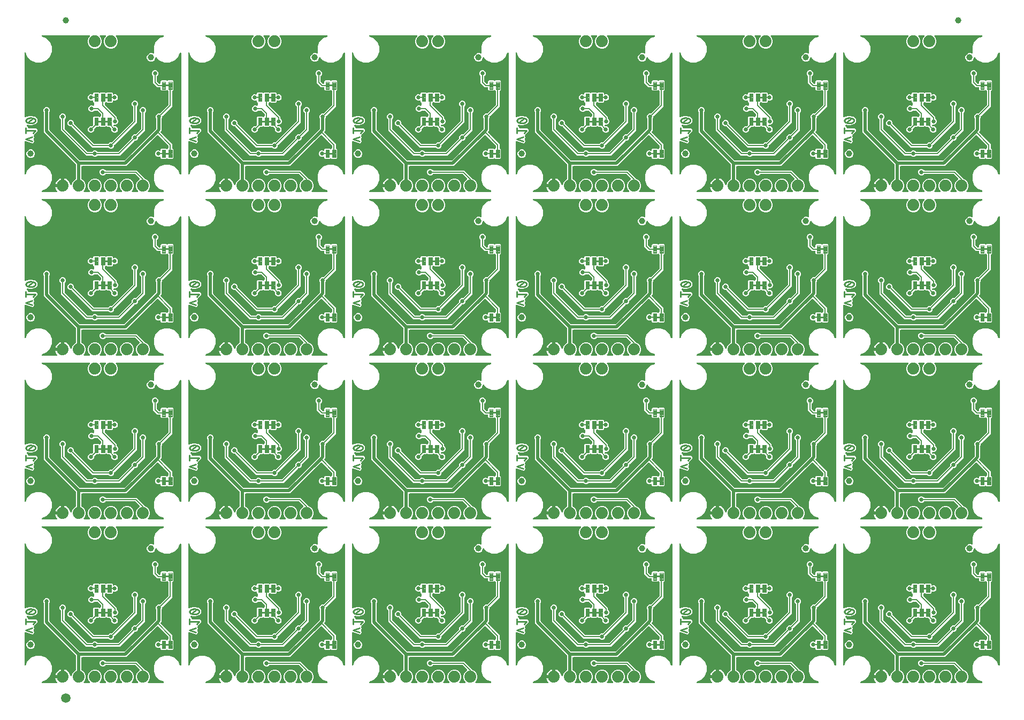
<source format=gbl>
G04 EAGLE Gerber RS-274X export*
G75*
%MOMM*%
%FSLAX34Y34*%
%LPD*%
%INBottom Copper*%
%IPPOS*%
%AMOC8*
5,1,8,0,0,1.08239X$1,22.5*%
G01*
%ADD10C,0.279400*%
%ADD11C,1.000000*%
%ADD12C,1.879600*%
%ADD13C,0.099059*%
%ADD14C,1.500000*%
%ADD15C,0.660400*%
%ADD16C,0.508000*%
%ADD17C,0.203200*%

G36*
X53596Y520972D02*
X53596Y520972D01*
X53734Y520985D01*
X53753Y520992D01*
X53773Y520995D01*
X53902Y521046D01*
X54033Y521093D01*
X54050Y521104D01*
X54068Y521112D01*
X54181Y521193D01*
X54296Y521272D01*
X54310Y521287D01*
X54326Y521298D01*
X54415Y521406D01*
X54507Y521510D01*
X54516Y521528D01*
X54529Y521543D01*
X54588Y521669D01*
X54651Y521794D01*
X54656Y521813D01*
X54664Y521831D01*
X54690Y521968D01*
X54721Y522104D01*
X54720Y522124D01*
X54724Y522143D01*
X54715Y522282D01*
X54711Y522422D01*
X54705Y522441D01*
X54704Y522461D01*
X54661Y522593D01*
X54622Y522727D01*
X54612Y522744D01*
X54606Y522763D01*
X54531Y522881D01*
X54461Y523001D01*
X54442Y523022D01*
X54436Y523032D01*
X54421Y523046D01*
X54416Y523052D01*
X53289Y524603D01*
X52436Y526277D01*
X51855Y528064D01*
X51815Y528321D01*
X62230Y528321D01*
X62348Y528336D01*
X62467Y528343D01*
X62505Y528356D01*
X62545Y528361D01*
X62656Y528404D01*
X62769Y528441D01*
X62803Y528463D01*
X62841Y528478D01*
X62937Y528548D01*
X63038Y528611D01*
X63066Y528641D01*
X63098Y528664D01*
X63174Y528756D01*
X63256Y528843D01*
X63275Y528878D01*
X63301Y528909D01*
X63352Y529017D01*
X63409Y529121D01*
X63420Y529161D01*
X63437Y529197D01*
X63459Y529314D01*
X63489Y529429D01*
X63493Y529490D01*
X63497Y529510D01*
X63495Y529530D01*
X63499Y529590D01*
X63499Y530861D01*
X64770Y530861D01*
X64888Y530876D01*
X65007Y530883D01*
X65045Y530896D01*
X65085Y530901D01*
X65196Y530945D01*
X65309Y530981D01*
X65344Y531003D01*
X65381Y531018D01*
X65477Y531088D01*
X65578Y531151D01*
X65606Y531181D01*
X65639Y531205D01*
X65714Y531296D01*
X65796Y531383D01*
X65816Y531418D01*
X65841Y531450D01*
X65892Y531557D01*
X65950Y531662D01*
X65960Y531701D01*
X65977Y531737D01*
X65999Y531854D01*
X66029Y531969D01*
X66033Y532030D01*
X66037Y532050D01*
X66035Y532070D01*
X66039Y532130D01*
X66039Y542545D01*
X66296Y542505D01*
X68083Y541924D01*
X69757Y541071D01*
X71278Y539966D01*
X72606Y538638D01*
X73711Y537117D01*
X74564Y535443D01*
X75145Y533656D01*
X75220Y533183D01*
X75255Y533060D01*
X75286Y532934D01*
X75300Y532907D01*
X75308Y532878D01*
X75374Y532767D01*
X75434Y532653D01*
X75455Y532630D01*
X75470Y532604D01*
X75562Y532513D01*
X75648Y532417D01*
X75674Y532401D01*
X75695Y532379D01*
X75806Y532313D01*
X75914Y532242D01*
X75943Y532233D01*
X75969Y532217D01*
X76093Y532181D01*
X76215Y532139D01*
X76245Y532137D01*
X76274Y532128D01*
X76403Y532124D01*
X76532Y532114D01*
X76562Y532119D01*
X76592Y532118D01*
X76718Y532146D01*
X76845Y532168D01*
X76873Y532181D01*
X76902Y532187D01*
X77017Y532246D01*
X77135Y532299D01*
X77159Y532318D01*
X77186Y532331D01*
X77282Y532417D01*
X77384Y532498D01*
X77402Y532522D01*
X77424Y532542D01*
X77497Y532648D01*
X77575Y532752D01*
X77594Y532790D01*
X77603Y532804D01*
X77611Y532825D01*
X77646Y532896D01*
X79425Y537191D01*
X82569Y540335D01*
X83798Y540844D01*
X83823Y540859D01*
X83851Y540868D01*
X83961Y540938D01*
X84074Y541002D01*
X84095Y541022D01*
X84120Y541038D01*
X84209Y541133D01*
X84302Y541223D01*
X84318Y541248D01*
X84338Y541270D01*
X84401Y541383D01*
X84469Y541494D01*
X84477Y541522D01*
X84492Y541548D01*
X84524Y541674D01*
X84562Y541798D01*
X84564Y541828D01*
X84571Y541856D01*
X84581Y542017D01*
X84581Y564105D01*
X84569Y564204D01*
X84566Y564303D01*
X84556Y564338D01*
X84555Y564346D01*
X84548Y564368D01*
X84541Y564421D01*
X84505Y564513D01*
X84477Y564608D01*
X84461Y564635D01*
X84457Y564649D01*
X84442Y564673D01*
X84424Y564717D01*
X84366Y564797D01*
X84316Y564882D01*
X84292Y564909D01*
X84287Y564917D01*
X84275Y564929D01*
X84250Y564957D01*
X84238Y564974D01*
X84228Y564982D01*
X84210Y565003D01*
X36683Y612530D01*
X33781Y615431D01*
X33781Y647137D01*
X33780Y647146D01*
X33781Y647156D01*
X33760Y647304D01*
X33741Y647453D01*
X33738Y647461D01*
X33737Y647471D01*
X33685Y647623D01*
X33019Y649229D01*
X33019Y651251D01*
X33793Y653118D01*
X35222Y654547D01*
X37089Y655321D01*
X39111Y655321D01*
X40978Y654547D01*
X42407Y653118D01*
X43181Y651251D01*
X43181Y649229D01*
X42515Y647623D01*
X42513Y647614D01*
X42508Y647606D01*
X42471Y647461D01*
X42431Y647316D01*
X42431Y647307D01*
X42429Y647298D01*
X42419Y647137D01*
X42419Y619535D01*
X42431Y619436D01*
X42434Y619337D01*
X42451Y619279D01*
X42459Y619219D01*
X42495Y619127D01*
X42523Y619032D01*
X42553Y618980D01*
X42576Y618923D01*
X42634Y618843D01*
X42684Y618758D01*
X42750Y618683D01*
X42762Y618666D01*
X42772Y618658D01*
X42790Y618637D01*
X90317Y571110D01*
X90395Y571050D01*
X90467Y570982D01*
X90520Y570953D01*
X90568Y570916D01*
X90659Y570876D01*
X90746Y570828D01*
X90805Y570813D01*
X90860Y570789D01*
X90958Y570774D01*
X91054Y570749D01*
X91154Y570743D01*
X91174Y570739D01*
X91187Y570741D01*
X91215Y570739D01*
X160245Y570739D01*
X160344Y570751D01*
X160443Y570754D01*
X160501Y570771D01*
X160561Y570779D01*
X160653Y570815D01*
X160748Y570843D01*
X160800Y570873D01*
X160857Y570896D01*
X160937Y570954D01*
X161022Y571004D01*
X161097Y571070D01*
X161114Y571082D01*
X161122Y571092D01*
X161143Y571110D01*
X208035Y618002D01*
X211210Y621177D01*
X211270Y621255D01*
X211338Y621328D01*
X211367Y621381D01*
X211404Y621428D01*
X211444Y621519D01*
X211492Y621606D01*
X211507Y621665D01*
X211531Y621720D01*
X211546Y621818D01*
X211571Y621914D01*
X211577Y622014D01*
X211581Y622034D01*
X211579Y622047D01*
X211581Y622075D01*
X211581Y636977D01*
X211580Y636986D01*
X211581Y636996D01*
X211560Y637144D01*
X211541Y637293D01*
X211538Y637301D01*
X211537Y637311D01*
X211485Y637463D01*
X210819Y639069D01*
X210819Y641091D01*
X211593Y642958D01*
X213022Y644387D01*
X214889Y645161D01*
X216503Y645161D01*
X216601Y645173D01*
X216700Y645176D01*
X216758Y645193D01*
X216818Y645201D01*
X216910Y645237D01*
X217005Y645265D01*
X217058Y645295D01*
X217114Y645318D01*
X217194Y645376D01*
X217279Y645426D01*
X217355Y645492D01*
X217371Y645504D01*
X217379Y645514D01*
X217400Y645532D01*
X230641Y658773D01*
X230701Y658851D01*
X230769Y658923D01*
X230798Y658976D01*
X230835Y659024D01*
X230875Y659115D01*
X230923Y659202D01*
X230938Y659260D01*
X230962Y659316D01*
X230977Y659414D01*
X231002Y659510D01*
X231008Y659610D01*
X231012Y659630D01*
X231010Y659642D01*
X231012Y659670D01*
X231012Y680212D01*
X230997Y680330D01*
X230990Y680449D01*
X230977Y680487D01*
X230972Y680528D01*
X230929Y680638D01*
X230892Y680751D01*
X230870Y680786D01*
X230855Y680823D01*
X230786Y680919D01*
X230722Y681020D01*
X230692Y681048D01*
X230669Y681081D01*
X230577Y681157D01*
X230490Y681238D01*
X230455Y681258D01*
X230424Y681283D01*
X230316Y681334D01*
X230212Y681392D01*
X230172Y681402D01*
X230136Y681419D01*
X230117Y681423D01*
X229497Y682042D01*
X229403Y682115D01*
X229314Y682194D01*
X229278Y682212D01*
X229246Y682237D01*
X229137Y682284D01*
X229031Y682338D01*
X228992Y682347D01*
X228954Y682363D01*
X228837Y682382D01*
X228721Y682408D01*
X228680Y682407D01*
X228640Y682413D01*
X228522Y682402D01*
X228403Y682398D01*
X228364Y682387D01*
X228324Y682383D01*
X228212Y682343D01*
X228097Y682310D01*
X228062Y682290D01*
X228024Y682276D01*
X227926Y682209D01*
X227823Y682149D01*
X227778Y682109D01*
X227761Y682097D01*
X227748Y682082D01*
X227702Y682042D01*
X227142Y681481D01*
X219644Y681481D01*
X218312Y682813D01*
X218312Y685546D01*
X218297Y685664D01*
X218290Y685783D01*
X218277Y685821D01*
X218272Y685862D01*
X218229Y685972D01*
X218192Y686085D01*
X218170Y686120D01*
X218155Y686157D01*
X218086Y686253D01*
X218022Y686354D01*
X217992Y686382D01*
X217969Y686415D01*
X217877Y686491D01*
X217790Y686572D01*
X217755Y686592D01*
X217724Y686617D01*
X217616Y686668D01*
X217512Y686726D01*
X217472Y686736D01*
X217436Y686753D01*
X217319Y686775D01*
X217204Y686805D01*
X217144Y686809D01*
X217124Y686813D01*
X217103Y686811D01*
X217043Y686815D01*
X213472Y686815D01*
X206755Y693532D01*
X206755Y703744D01*
X206743Y703842D01*
X206740Y703941D01*
X206723Y703999D01*
X206715Y704059D01*
X206679Y704151D01*
X206651Y704246D01*
X206621Y704299D01*
X206598Y704355D01*
X206540Y704435D01*
X206490Y704520D01*
X206424Y704596D01*
X206412Y704612D01*
X206402Y704620D01*
X206384Y704641D01*
X205243Y705782D01*
X204469Y707649D01*
X204469Y709671D01*
X205243Y711538D01*
X206672Y712967D01*
X208539Y713741D01*
X210561Y713741D01*
X212428Y712967D01*
X213857Y711538D01*
X214631Y709671D01*
X214631Y707649D01*
X213857Y705782D01*
X212716Y704641D01*
X212656Y704563D01*
X212588Y704491D01*
X212559Y704438D01*
X212522Y704390D01*
X212482Y704299D01*
X212434Y704212D01*
X212419Y704154D01*
X212395Y704098D01*
X212380Y704000D01*
X212355Y703904D01*
X212350Y703819D01*
X212347Y703807D01*
X212348Y703799D01*
X212345Y703784D01*
X212347Y703772D01*
X212345Y703744D01*
X212345Y696373D01*
X212357Y696275D01*
X212360Y696176D01*
X212377Y696118D01*
X212385Y696058D01*
X212421Y695966D01*
X212449Y695871D01*
X212479Y695818D01*
X212502Y695762D01*
X212560Y695682D01*
X212610Y695597D01*
X212676Y695521D01*
X212688Y695505D01*
X212698Y695497D01*
X212716Y695476D01*
X215416Y692776D01*
X215494Y692716D01*
X215566Y692648D01*
X215619Y692619D01*
X215667Y692582D01*
X215758Y692542D01*
X215845Y692494D01*
X215903Y692479D01*
X215959Y692455D01*
X216057Y692440D01*
X216153Y692415D01*
X216253Y692409D01*
X216273Y692405D01*
X216285Y692407D01*
X216313Y692405D01*
X217043Y692405D01*
X217161Y692420D01*
X217280Y692427D01*
X217318Y692440D01*
X217359Y692445D01*
X217469Y692488D01*
X217582Y692525D01*
X217617Y692547D01*
X217654Y692562D01*
X217750Y692631D01*
X217851Y692695D01*
X217879Y692725D01*
X217912Y692748D01*
X217988Y692840D01*
X218069Y692927D01*
X218089Y692962D01*
X218114Y692993D01*
X218165Y693101D01*
X218223Y693205D01*
X218233Y693245D01*
X218250Y693281D01*
X218272Y693398D01*
X218302Y693513D01*
X218306Y693573D01*
X218310Y693593D01*
X218308Y693614D01*
X218312Y693674D01*
X218312Y696407D01*
X219644Y697739D01*
X227142Y697739D01*
X227702Y697178D01*
X227796Y697105D01*
X227886Y697026D01*
X227922Y697008D01*
X227954Y696983D01*
X228063Y696936D01*
X228169Y696882D01*
X228208Y696873D01*
X228246Y696857D01*
X228363Y696838D01*
X228479Y696812D01*
X228520Y696813D01*
X228560Y696807D01*
X228678Y696818D01*
X228797Y696822D01*
X228836Y696833D01*
X228876Y696837D01*
X228989Y696877D01*
X229103Y696910D01*
X229137Y696930D01*
X229176Y696944D01*
X229274Y697011D01*
X229377Y697071D01*
X229422Y697111D01*
X229439Y697123D01*
X229452Y697138D01*
X229497Y697178D01*
X230058Y697739D01*
X237556Y697739D01*
X238888Y696407D01*
X238888Y682813D01*
X237490Y681415D01*
X237445Y681398D01*
X237332Y681361D01*
X237297Y681339D01*
X237260Y681324D01*
X237164Y681255D01*
X237063Y681191D01*
X237035Y681161D01*
X237002Y681138D01*
X236926Y681046D01*
X236845Y680959D01*
X236825Y680924D01*
X236800Y680893D01*
X236749Y680785D01*
X236691Y680681D01*
X236681Y680641D01*
X236664Y680605D01*
X236642Y680488D01*
X236612Y680373D01*
X236608Y680313D01*
X236604Y680293D01*
X236606Y680272D01*
X236602Y680212D01*
X236602Y656829D01*
X221352Y641580D01*
X221292Y641502D01*
X221224Y641430D01*
X221195Y641377D01*
X221158Y641329D01*
X221118Y641238D01*
X221070Y641151D01*
X221055Y641093D01*
X221031Y641037D01*
X221016Y640939D01*
X220991Y640843D01*
X220985Y640743D01*
X220981Y640723D01*
X220983Y640711D01*
X220981Y640683D01*
X220981Y639069D01*
X220315Y637463D01*
X220313Y637454D01*
X220308Y637446D01*
X220271Y637301D01*
X220231Y637156D01*
X220231Y637147D01*
X220229Y637138D01*
X220219Y636977D01*
X220219Y617971D01*
X218652Y616405D01*
X218579Y616311D01*
X218501Y616222D01*
X218482Y616186D01*
X218458Y616154D01*
X218410Y616044D01*
X218356Y615938D01*
X218347Y615899D01*
X218331Y615862D01*
X218312Y615744D01*
X218286Y615628D01*
X218288Y615588D01*
X218281Y615548D01*
X218292Y615429D01*
X218296Y615310D01*
X218307Y615271D01*
X218311Y615231D01*
X218351Y615119D01*
X218385Y615005D01*
X218405Y614970D01*
X218419Y614932D01*
X218486Y614833D01*
X218546Y614731D01*
X218586Y614685D01*
X218597Y614669D01*
X218613Y614655D01*
X218652Y614610D01*
X236602Y596661D01*
X236602Y591058D01*
X236617Y590940D01*
X236624Y590821D01*
X236637Y590783D01*
X236642Y590742D01*
X236685Y590632D01*
X236722Y590519D01*
X236744Y590484D01*
X236759Y590447D01*
X236828Y590351D01*
X236892Y590250D01*
X236922Y590222D01*
X236945Y590189D01*
X237037Y590113D01*
X237124Y590032D01*
X237159Y590012D01*
X237190Y589987D01*
X237298Y589936D01*
X237402Y589878D01*
X237442Y589868D01*
X237478Y589851D01*
X237497Y589847D01*
X238888Y588457D01*
X238888Y574863D01*
X237556Y573531D01*
X230058Y573531D01*
X229497Y574092D01*
X229403Y574165D01*
X229314Y574244D01*
X229278Y574262D01*
X229246Y574287D01*
X229137Y574334D01*
X229031Y574388D01*
X228992Y574397D01*
X228954Y574413D01*
X228837Y574432D01*
X228721Y574458D01*
X228680Y574457D01*
X228640Y574463D01*
X228522Y574452D01*
X228403Y574448D01*
X228364Y574437D01*
X228324Y574433D01*
X228212Y574393D01*
X228097Y574360D01*
X228062Y574340D01*
X228024Y574326D01*
X227926Y574259D01*
X227823Y574199D01*
X227778Y574159D01*
X227761Y574147D01*
X227748Y574132D01*
X227702Y574092D01*
X227142Y573531D01*
X219644Y573531D01*
X218312Y574863D01*
X218312Y575786D01*
X218306Y575836D01*
X218308Y575885D01*
X218286Y575993D01*
X218272Y576102D01*
X218254Y576148D01*
X218244Y576197D01*
X218196Y576295D01*
X218155Y576398D01*
X218126Y576438D01*
X218104Y576482D01*
X218033Y576566D01*
X217969Y576655D01*
X217930Y576687D01*
X217898Y576724D01*
X217808Y576788D01*
X217724Y576858D01*
X217679Y576879D01*
X217638Y576907D01*
X217535Y576946D01*
X217436Y576993D01*
X217387Y577003D01*
X217341Y577020D01*
X217231Y577032D01*
X217124Y577053D01*
X217074Y577050D01*
X217025Y577055D01*
X216916Y577040D01*
X216806Y577033D01*
X216759Y577018D01*
X216710Y577011D01*
X216557Y576959D01*
X215641Y576579D01*
X213619Y576579D01*
X211752Y577353D01*
X210323Y578782D01*
X209549Y580649D01*
X209549Y582671D01*
X210323Y584538D01*
X211752Y585967D01*
X213619Y586741D01*
X215641Y586741D01*
X216557Y586361D01*
X216605Y586348D01*
X216650Y586327D01*
X216758Y586306D01*
X216864Y586277D01*
X216914Y586276D01*
X216963Y586267D01*
X217072Y586274D01*
X217182Y586272D01*
X217230Y586284D01*
X217280Y586287D01*
X217384Y586321D01*
X217491Y586346D01*
X217535Y586369D01*
X217582Y586385D01*
X217675Y586444D01*
X217772Y586495D01*
X217809Y586528D01*
X217851Y586555D01*
X217926Y586635D01*
X218008Y586709D01*
X218035Y586750D01*
X218069Y586787D01*
X218122Y586883D01*
X218182Y586975D01*
X218199Y587022D01*
X218223Y587065D01*
X218250Y587171D01*
X218286Y587275D01*
X218290Y587325D01*
X218302Y587373D01*
X218312Y587534D01*
X218312Y588457D01*
X219644Y589789D01*
X227142Y589789D01*
X227702Y589228D01*
X227796Y589155D01*
X227886Y589076D01*
X227922Y589058D01*
X227954Y589033D01*
X228063Y588986D01*
X228169Y588932D01*
X228208Y588923D01*
X228246Y588907D01*
X228363Y588888D01*
X228479Y588862D01*
X228520Y588863D01*
X228560Y588857D01*
X228678Y588868D01*
X228797Y588872D01*
X228836Y588883D01*
X228876Y588887D01*
X228989Y588927D01*
X229103Y588960D01*
X229137Y588980D01*
X229176Y588994D01*
X229274Y589061D01*
X229377Y589121D01*
X229422Y589161D01*
X229439Y589173D01*
X229452Y589188D01*
X229497Y589228D01*
X230124Y589855D01*
X230169Y589872D01*
X230282Y589909D01*
X230317Y589931D01*
X230354Y589946D01*
X230450Y590015D01*
X230551Y590079D01*
X230579Y590109D01*
X230612Y590132D01*
X230688Y590224D01*
X230769Y590311D01*
X230789Y590346D01*
X230814Y590377D01*
X230865Y590485D01*
X230923Y590589D01*
X230933Y590629D01*
X230950Y590665D01*
X230972Y590782D01*
X231002Y590897D01*
X231006Y590957D01*
X231010Y590977D01*
X231008Y590998D01*
X231012Y591058D01*
X231012Y593820D01*
X231000Y593918D01*
X230997Y594017D01*
X230980Y594075D01*
X230972Y594135D01*
X230936Y594227D01*
X230908Y594322D01*
X230878Y594375D01*
X230855Y594431D01*
X230797Y594511D01*
X230747Y594596D01*
X230681Y594672D01*
X230669Y594688D01*
X230659Y594696D01*
X230641Y594717D01*
X214700Y610658D01*
X214606Y610731D01*
X214517Y610809D01*
X214481Y610828D01*
X214449Y610852D01*
X214340Y610900D01*
X214234Y610954D01*
X214194Y610963D01*
X214157Y610979D01*
X214039Y610998D01*
X213923Y611024D01*
X213883Y611022D01*
X213843Y611029D01*
X213724Y611018D01*
X213605Y611014D01*
X213567Y611003D01*
X213526Y610999D01*
X213414Y610959D01*
X213300Y610925D01*
X213265Y610905D01*
X213227Y610891D01*
X213129Y610824D01*
X213026Y610764D01*
X212981Y610724D01*
X212964Y610713D01*
X212950Y610697D01*
X212905Y610658D01*
X164349Y562101D01*
X94488Y562101D01*
X94370Y562086D01*
X94251Y562079D01*
X94213Y562066D01*
X94172Y562061D01*
X94062Y562018D01*
X93949Y561981D01*
X93914Y561959D01*
X93877Y561944D01*
X93781Y561875D01*
X93680Y561811D01*
X93652Y561781D01*
X93619Y561758D01*
X93543Y561666D01*
X93462Y561579D01*
X93442Y561544D01*
X93417Y561513D01*
X93366Y561405D01*
X93308Y561301D01*
X93298Y561261D01*
X93281Y561225D01*
X93259Y561108D01*
X93229Y560993D01*
X93225Y560933D01*
X93221Y560913D01*
X93223Y560892D01*
X93219Y560832D01*
X93219Y542017D01*
X93222Y541988D01*
X93220Y541958D01*
X93242Y541830D01*
X93259Y541701D01*
X93269Y541674D01*
X93274Y541645D01*
X93328Y541526D01*
X93376Y541406D01*
X93393Y541382D01*
X93405Y541355D01*
X93486Y541254D01*
X93562Y541148D01*
X93585Y541129D01*
X93604Y541106D01*
X93707Y541028D01*
X93807Y540945D01*
X93834Y540933D01*
X93858Y540915D01*
X94002Y540844D01*
X95231Y540335D01*
X98375Y537191D01*
X100077Y533083D01*
X100077Y528637D01*
X98375Y524529D01*
X96968Y523121D01*
X96882Y523012D01*
X96794Y522905D01*
X96785Y522886D01*
X96773Y522870D01*
X96717Y522742D01*
X96658Y522617D01*
X96655Y522597D01*
X96646Y522578D01*
X96625Y522440D01*
X96599Y522304D01*
X96600Y522284D01*
X96597Y522264D01*
X96610Y522125D01*
X96618Y521987D01*
X96625Y521968D01*
X96626Y521948D01*
X96674Y521816D01*
X96716Y521685D01*
X96727Y521667D01*
X96734Y521648D01*
X96812Y521533D01*
X96886Y521416D01*
X96901Y521402D01*
X96913Y521385D01*
X97017Y521293D01*
X97118Y521198D01*
X97136Y521188D01*
X97151Y521175D01*
X97275Y521111D01*
X97397Y521044D01*
X97416Y521039D01*
X97434Y521030D01*
X97570Y521000D01*
X97705Y520965D01*
X97733Y520963D01*
X97745Y520960D01*
X97765Y520961D01*
X97865Y520955D01*
X105335Y520955D01*
X105473Y520972D01*
X105611Y520985D01*
X105630Y520992D01*
X105650Y520995D01*
X105780Y521046D01*
X105910Y521093D01*
X105927Y521104D01*
X105946Y521112D01*
X106058Y521193D01*
X106174Y521271D01*
X106187Y521287D01*
X106203Y521298D01*
X106292Y521406D01*
X106384Y521510D01*
X106393Y521528D01*
X106406Y521543D01*
X106465Y521669D01*
X106529Y521793D01*
X106533Y521813D01*
X106542Y521831D01*
X106568Y521968D01*
X106598Y522103D01*
X106598Y522124D01*
X106601Y522143D01*
X106593Y522282D01*
X106589Y522421D01*
X106583Y522441D01*
X106582Y522461D01*
X106539Y522593D01*
X106500Y522727D01*
X106490Y522744D01*
X106484Y522763D01*
X106409Y522881D01*
X106339Y523001D01*
X106320Y523022D01*
X106314Y523032D01*
X106299Y523046D01*
X106232Y523121D01*
X104825Y524529D01*
X103123Y528637D01*
X103123Y533083D01*
X104825Y537191D01*
X107969Y540335D01*
X112077Y542037D01*
X116523Y542037D01*
X120631Y540335D01*
X123775Y537191D01*
X125477Y533083D01*
X125477Y528637D01*
X123775Y524529D01*
X122368Y523121D01*
X122282Y523012D01*
X122194Y522905D01*
X122185Y522886D01*
X122173Y522870D01*
X122117Y522742D01*
X122058Y522617D01*
X122055Y522597D01*
X122046Y522578D01*
X122025Y522440D01*
X121999Y522304D01*
X122000Y522284D01*
X121997Y522264D01*
X122010Y522125D01*
X122018Y521987D01*
X122025Y521968D01*
X122026Y521948D01*
X122074Y521816D01*
X122116Y521685D01*
X122127Y521667D01*
X122134Y521648D01*
X122212Y521533D01*
X122286Y521416D01*
X122301Y521402D01*
X122313Y521385D01*
X122417Y521293D01*
X122518Y521198D01*
X122536Y521188D01*
X122551Y521175D01*
X122675Y521111D01*
X122797Y521044D01*
X122816Y521039D01*
X122834Y521030D01*
X122970Y521000D01*
X123105Y520965D01*
X123133Y520963D01*
X123145Y520960D01*
X123165Y520961D01*
X123265Y520955D01*
X130735Y520955D01*
X130873Y520972D01*
X131011Y520985D01*
X131030Y520992D01*
X131050Y520995D01*
X131180Y521046D01*
X131310Y521093D01*
X131327Y521104D01*
X131346Y521112D01*
X131458Y521193D01*
X131574Y521271D01*
X131587Y521287D01*
X131603Y521298D01*
X131692Y521406D01*
X131784Y521510D01*
X131793Y521528D01*
X131806Y521543D01*
X131865Y521669D01*
X131929Y521793D01*
X131933Y521813D01*
X131942Y521831D01*
X131968Y521968D01*
X131998Y522103D01*
X131998Y522124D01*
X132001Y522143D01*
X131993Y522282D01*
X131989Y522421D01*
X131983Y522441D01*
X131982Y522461D01*
X131939Y522593D01*
X131900Y522727D01*
X131890Y522744D01*
X131884Y522763D01*
X131809Y522881D01*
X131739Y523001D01*
X131720Y523022D01*
X131714Y523032D01*
X131699Y523046D01*
X131632Y523121D01*
X130225Y524529D01*
X128523Y528637D01*
X128523Y533083D01*
X130225Y537191D01*
X133369Y540335D01*
X137477Y542037D01*
X141923Y542037D01*
X146031Y540335D01*
X149175Y537191D01*
X150877Y533083D01*
X150877Y528637D01*
X149175Y524529D01*
X147768Y523121D01*
X147682Y523012D01*
X147594Y522905D01*
X147585Y522886D01*
X147573Y522870D01*
X147517Y522742D01*
X147458Y522617D01*
X147455Y522597D01*
X147446Y522578D01*
X147425Y522440D01*
X147399Y522304D01*
X147400Y522284D01*
X147397Y522264D01*
X147410Y522125D01*
X147418Y521987D01*
X147425Y521968D01*
X147426Y521948D01*
X147474Y521816D01*
X147516Y521685D01*
X147527Y521667D01*
X147534Y521648D01*
X147612Y521533D01*
X147686Y521416D01*
X147701Y521402D01*
X147713Y521385D01*
X147817Y521293D01*
X147918Y521198D01*
X147936Y521188D01*
X147951Y521175D01*
X148075Y521111D01*
X148197Y521044D01*
X148216Y521039D01*
X148234Y521030D01*
X148370Y521000D01*
X148505Y520965D01*
X148533Y520963D01*
X148545Y520960D01*
X148565Y520961D01*
X148665Y520955D01*
X156135Y520955D01*
X156273Y520972D01*
X156411Y520985D01*
X156430Y520992D01*
X156450Y520995D01*
X156580Y521046D01*
X156710Y521093D01*
X156727Y521104D01*
X156746Y521112D01*
X156858Y521193D01*
X156974Y521271D01*
X156987Y521287D01*
X157003Y521298D01*
X157092Y521406D01*
X157184Y521510D01*
X157193Y521528D01*
X157206Y521543D01*
X157265Y521669D01*
X157329Y521793D01*
X157333Y521813D01*
X157342Y521831D01*
X157368Y521968D01*
X157398Y522103D01*
X157398Y522124D01*
X157401Y522143D01*
X157393Y522282D01*
X157389Y522421D01*
X157383Y522441D01*
X157382Y522461D01*
X157339Y522593D01*
X157300Y522727D01*
X157290Y522744D01*
X157284Y522763D01*
X157209Y522881D01*
X157139Y523001D01*
X157120Y523022D01*
X157114Y523032D01*
X157099Y523046D01*
X157032Y523121D01*
X155625Y524529D01*
X153923Y528637D01*
X153923Y533083D01*
X155625Y537191D01*
X158769Y540335D01*
X162877Y542037D01*
X167323Y542037D01*
X171431Y540335D01*
X174575Y537191D01*
X176277Y533083D01*
X176277Y528637D01*
X174575Y524529D01*
X173168Y523121D01*
X173082Y523012D01*
X172994Y522905D01*
X172985Y522886D01*
X172973Y522870D01*
X172917Y522742D01*
X172858Y522617D01*
X172855Y522597D01*
X172846Y522578D01*
X172825Y522440D01*
X172799Y522304D01*
X172800Y522284D01*
X172797Y522264D01*
X172810Y522125D01*
X172818Y521987D01*
X172825Y521968D01*
X172826Y521948D01*
X172874Y521816D01*
X172916Y521685D01*
X172927Y521667D01*
X172934Y521648D01*
X173012Y521533D01*
X173086Y521416D01*
X173101Y521402D01*
X173113Y521385D01*
X173217Y521293D01*
X173318Y521198D01*
X173336Y521188D01*
X173351Y521175D01*
X173475Y521111D01*
X173597Y521044D01*
X173616Y521039D01*
X173634Y521030D01*
X173770Y521000D01*
X173905Y520965D01*
X173933Y520963D01*
X173945Y520960D01*
X173965Y520961D01*
X174065Y520955D01*
X181535Y520955D01*
X181673Y520972D01*
X181811Y520985D01*
X181830Y520992D01*
X181850Y520995D01*
X181980Y521046D01*
X182110Y521093D01*
X182127Y521104D01*
X182146Y521112D01*
X182258Y521193D01*
X182374Y521271D01*
X182387Y521287D01*
X182403Y521298D01*
X182492Y521406D01*
X182584Y521510D01*
X182593Y521528D01*
X182606Y521543D01*
X182665Y521669D01*
X182729Y521793D01*
X182733Y521813D01*
X182742Y521831D01*
X182768Y521968D01*
X182798Y522103D01*
X182798Y522124D01*
X182801Y522143D01*
X182793Y522282D01*
X182789Y522421D01*
X182783Y522441D01*
X182782Y522461D01*
X182739Y522593D01*
X182700Y522727D01*
X182690Y522744D01*
X182684Y522763D01*
X182609Y522881D01*
X182539Y523001D01*
X182520Y523022D01*
X182514Y523032D01*
X182499Y523046D01*
X182432Y523121D01*
X181025Y524529D01*
X179323Y528637D01*
X179323Y533083D01*
X181025Y537191D01*
X184169Y540335D01*
X184580Y540506D01*
X184623Y540530D01*
X184670Y540547D01*
X184761Y540609D01*
X184856Y540663D01*
X184892Y540698D01*
X184933Y540726D01*
X185006Y540808D01*
X185085Y540884D01*
X185111Y540927D01*
X185144Y540964D01*
X185194Y541062D01*
X185251Y541155D01*
X185266Y541203D01*
X185288Y541247D01*
X185312Y541354D01*
X185345Y541459D01*
X185347Y541509D01*
X185358Y541558D01*
X185355Y541667D01*
X185360Y541777D01*
X185350Y541826D01*
X185348Y541875D01*
X185318Y541981D01*
X185296Y542088D01*
X185274Y542133D01*
X185260Y542181D01*
X185204Y542275D01*
X185156Y542374D01*
X185124Y542412D01*
X185098Y542455D01*
X184992Y542576D01*
X178284Y549284D01*
X178206Y549344D01*
X178134Y549412D01*
X178081Y549441D01*
X178033Y549478D01*
X177942Y549518D01*
X177855Y549566D01*
X177797Y549581D01*
X177741Y549605D01*
X177643Y549620D01*
X177547Y549645D01*
X177447Y549651D01*
X177427Y549655D01*
X177415Y549653D01*
X177387Y549655D01*
X131916Y549655D01*
X131818Y549643D01*
X131719Y549640D01*
X131661Y549623D01*
X131601Y549615D01*
X131509Y549579D01*
X131414Y549551D01*
X131361Y549521D01*
X131305Y549498D01*
X131225Y549440D01*
X131140Y549390D01*
X131064Y549324D01*
X131048Y549312D01*
X131040Y549302D01*
X131019Y549284D01*
X129878Y548143D01*
X128011Y547369D01*
X125989Y547369D01*
X124122Y548143D01*
X122693Y549572D01*
X121919Y551439D01*
X121919Y553461D01*
X122693Y555328D01*
X124122Y556757D01*
X125989Y557531D01*
X128011Y557531D01*
X129878Y556757D01*
X131019Y555616D01*
X131097Y555556D01*
X131169Y555488D01*
X131222Y555459D01*
X131270Y555422D01*
X131361Y555382D01*
X131448Y555334D01*
X131506Y555319D01*
X131562Y555295D01*
X131660Y555280D01*
X131756Y555255D01*
X131856Y555249D01*
X131876Y555245D01*
X131888Y555247D01*
X131916Y555245D01*
X180228Y555245D01*
X182236Y553236D01*
X193477Y541996D01*
X193481Y541986D01*
X193562Y541885D01*
X193638Y541780D01*
X193661Y541761D01*
X193680Y541738D01*
X193783Y541660D01*
X193883Y541577D01*
X193910Y541564D01*
X193934Y541546D01*
X194078Y541475D01*
X196831Y540335D01*
X199975Y537191D01*
X201677Y533083D01*
X201677Y528637D01*
X199975Y524529D01*
X198568Y523121D01*
X198482Y523012D01*
X198394Y522905D01*
X198385Y522886D01*
X198373Y522870D01*
X198317Y522742D01*
X198258Y522617D01*
X198255Y522597D01*
X198246Y522578D01*
X198225Y522440D01*
X198199Y522304D01*
X198200Y522284D01*
X198197Y522264D01*
X198210Y522125D01*
X198218Y521987D01*
X198225Y521968D01*
X198226Y521948D01*
X198274Y521816D01*
X198316Y521685D01*
X198327Y521667D01*
X198334Y521648D01*
X198412Y521533D01*
X198486Y521416D01*
X198501Y521402D01*
X198513Y521385D01*
X198617Y521293D01*
X198718Y521198D01*
X198736Y521188D01*
X198751Y521175D01*
X198875Y521111D01*
X198997Y521044D01*
X199016Y521039D01*
X199034Y521030D01*
X199170Y521000D01*
X199305Y520965D01*
X199333Y520963D01*
X199345Y520960D01*
X199365Y520961D01*
X199465Y520955D01*
X222365Y520955D01*
X222434Y520963D01*
X222504Y520962D01*
X222591Y520983D01*
X222680Y520995D01*
X222745Y521020D01*
X222813Y521037D01*
X222893Y521079D01*
X222976Y521112D01*
X223033Y521153D01*
X223094Y521185D01*
X223161Y521246D01*
X223233Y521298D01*
X223278Y521352D01*
X223330Y521399D01*
X223379Y521474D01*
X223436Y521543D01*
X223466Y521607D01*
X223504Y521665D01*
X223534Y521750D01*
X223572Y521831D01*
X223585Y521900D01*
X223608Y521966D01*
X223615Y522055D01*
X223632Y522143D01*
X223627Y522213D01*
X223633Y522283D01*
X223617Y522371D01*
X223612Y522461D01*
X223590Y522527D01*
X223578Y522596D01*
X223541Y522678D01*
X223514Y522763D01*
X223476Y522822D01*
X223448Y522886D01*
X223392Y522956D01*
X223344Y523032D01*
X223293Y523080D01*
X223249Y523134D01*
X223177Y523189D01*
X223112Y523250D01*
X223051Y523284D01*
X222995Y523326D01*
X222851Y523397D01*
X216801Y525902D01*
X210942Y531761D01*
X207771Y539417D01*
X207771Y547703D01*
X210942Y555359D01*
X216801Y561218D01*
X224457Y564389D01*
X232743Y564389D01*
X240399Y561218D01*
X246258Y555359D01*
X248763Y549309D01*
X248798Y549249D01*
X248824Y549184D01*
X248876Y549111D01*
X248921Y549033D01*
X248970Y548983D01*
X249010Y548926D01*
X249080Y548869D01*
X249142Y548805D01*
X249202Y548768D01*
X249255Y548724D01*
X249337Y548685D01*
X249413Y548638D01*
X249480Y548618D01*
X249543Y548588D01*
X249631Y548571D01*
X249717Y548545D01*
X249787Y548541D01*
X249856Y548528D01*
X249945Y548534D01*
X250035Y548530D01*
X250103Y548544D01*
X250173Y548548D01*
X250258Y548576D01*
X250346Y548594D01*
X250409Y548625D01*
X250475Y548646D01*
X250551Y548694D01*
X250632Y548734D01*
X250685Y548779D01*
X250744Y548816D01*
X250806Y548882D01*
X250874Y548940D01*
X250914Y548997D01*
X250962Y549048D01*
X251005Y549127D01*
X251057Y549200D01*
X251082Y549265D01*
X251116Y549326D01*
X251138Y549413D01*
X251170Y549497D01*
X251178Y549567D01*
X251195Y549634D01*
X251205Y549795D01*
X251205Y740525D01*
X251197Y740594D01*
X251198Y740664D01*
X251177Y740751D01*
X251165Y740840D01*
X251140Y740905D01*
X251123Y740973D01*
X251081Y741053D01*
X251048Y741136D01*
X251007Y741193D01*
X250975Y741254D01*
X250914Y741321D01*
X250862Y741394D01*
X250808Y741438D01*
X250761Y741490D01*
X250686Y741539D01*
X250617Y741596D01*
X250553Y741626D01*
X250495Y741664D01*
X250410Y741694D01*
X250329Y741732D01*
X250260Y741745D01*
X250194Y741768D01*
X250105Y741775D01*
X250017Y741792D01*
X249947Y741787D01*
X249877Y741793D01*
X249789Y741777D01*
X249699Y741772D01*
X249633Y741750D01*
X249564Y741738D01*
X249482Y741702D01*
X249397Y741674D01*
X249338Y741637D01*
X249274Y741608D01*
X249204Y741552D01*
X249128Y741504D01*
X249080Y741453D01*
X249026Y741409D01*
X248971Y741337D01*
X248910Y741272D01*
X248876Y741211D01*
X248834Y741155D01*
X248763Y741011D01*
X246258Y734961D01*
X240399Y729102D01*
X232743Y725931D01*
X224457Y725931D01*
X216801Y729102D01*
X212145Y733758D01*
X212036Y733844D01*
X211929Y733932D01*
X211910Y733941D01*
X211894Y733953D01*
X211766Y734009D01*
X211641Y734068D01*
X211621Y734071D01*
X211602Y734080D01*
X211464Y734101D01*
X211328Y734127D01*
X211308Y734126D01*
X211288Y734129D01*
X211149Y734116D01*
X211011Y734108D01*
X210992Y734101D01*
X210972Y734100D01*
X210840Y734052D01*
X210709Y734010D01*
X210691Y733999D01*
X210672Y733992D01*
X210557Y733914D01*
X210440Y733840D01*
X210426Y733825D01*
X210409Y733813D01*
X210317Y733709D01*
X210222Y733608D01*
X210212Y733590D01*
X210199Y733575D01*
X210135Y733451D01*
X210068Y733329D01*
X210063Y733310D01*
X210054Y733292D01*
X210024Y733156D01*
X209989Y733021D01*
X209987Y732993D01*
X209984Y732981D01*
X209985Y732961D01*
X209979Y732861D01*
X209979Y732712D01*
X208947Y730220D01*
X207040Y728313D01*
X204548Y727281D01*
X201852Y727281D01*
X199360Y728313D01*
X197453Y730220D01*
X196421Y732712D01*
X196421Y735408D01*
X197453Y737900D01*
X199360Y739807D01*
X201852Y740839D01*
X204548Y740839D01*
X206497Y740032D01*
X206631Y739995D01*
X206764Y739954D01*
X206784Y739953D01*
X206804Y739948D01*
X206943Y739946D01*
X207082Y739939D01*
X207101Y739943D01*
X207122Y739943D01*
X207257Y739975D01*
X207393Y740003D01*
X207411Y740012D01*
X207431Y740017D01*
X207554Y740082D01*
X207679Y740143D01*
X207694Y740156D01*
X207712Y740166D01*
X207815Y740259D01*
X207921Y740349D01*
X207932Y740366D01*
X207947Y740379D01*
X208024Y740496D01*
X208104Y740609D01*
X208111Y740628D01*
X208122Y740645D01*
X208167Y740777D01*
X208216Y740907D01*
X208219Y740927D01*
X208225Y740946D01*
X208236Y741085D01*
X208252Y741223D01*
X208249Y741243D01*
X208250Y741263D01*
X208227Y741400D01*
X208207Y741538D01*
X208198Y741564D01*
X208196Y741576D01*
X208188Y741595D01*
X208155Y741690D01*
X207771Y742617D01*
X207771Y750903D01*
X210942Y758559D01*
X216801Y764418D01*
X222851Y766923D01*
X222911Y766958D01*
X222976Y766984D01*
X223049Y767036D01*
X223127Y767081D01*
X223177Y767130D01*
X223234Y767170D01*
X223291Y767240D01*
X223355Y767302D01*
X223392Y767362D01*
X223436Y767415D01*
X223475Y767497D01*
X223522Y767573D01*
X223542Y767640D01*
X223572Y767703D01*
X223589Y767791D01*
X223615Y767877D01*
X223619Y767947D01*
X223632Y768016D01*
X223626Y768105D01*
X223630Y768195D01*
X223616Y768263D01*
X223612Y768333D01*
X223584Y768418D01*
X223566Y768506D01*
X223535Y768569D01*
X223514Y768635D01*
X223466Y768711D01*
X223426Y768792D01*
X223381Y768845D01*
X223344Y768904D01*
X223278Y768966D01*
X223220Y769034D01*
X223163Y769074D01*
X223112Y769122D01*
X223033Y769165D01*
X222960Y769217D01*
X222895Y769242D01*
X222834Y769276D01*
X222747Y769298D01*
X222663Y769330D01*
X222593Y769338D01*
X222526Y769355D01*
X222365Y769365D01*
X148665Y769365D01*
X148527Y769348D01*
X148389Y769335D01*
X148370Y769328D01*
X148350Y769325D01*
X148220Y769274D01*
X148090Y769227D01*
X148073Y769216D01*
X148054Y769208D01*
X147942Y769127D01*
X147826Y769049D01*
X147813Y769033D01*
X147797Y769022D01*
X147708Y768914D01*
X147616Y768810D01*
X147607Y768792D01*
X147594Y768777D01*
X147535Y768651D01*
X147471Y768527D01*
X147467Y768507D01*
X147458Y768489D01*
X147432Y768352D01*
X147402Y768217D01*
X147402Y768196D01*
X147399Y768177D01*
X147407Y768038D01*
X147411Y767899D01*
X147417Y767879D01*
X147418Y767859D01*
X147461Y767727D01*
X147500Y767593D01*
X147510Y767576D01*
X147516Y767557D01*
X147591Y767439D01*
X147661Y767319D01*
X147680Y767298D01*
X147686Y767288D01*
X147701Y767274D01*
X147768Y767199D01*
X149175Y765791D01*
X150877Y761683D01*
X150877Y757237D01*
X149175Y753129D01*
X146031Y749985D01*
X141923Y748283D01*
X137477Y748283D01*
X133369Y749985D01*
X130225Y753129D01*
X128523Y757237D01*
X128523Y761683D01*
X130225Y765791D01*
X131632Y767199D01*
X131718Y767308D01*
X131806Y767415D01*
X131815Y767434D01*
X131827Y767450D01*
X131883Y767578D01*
X131942Y767703D01*
X131945Y767723D01*
X131954Y767742D01*
X131975Y767880D01*
X132001Y768016D01*
X132000Y768036D01*
X132003Y768056D01*
X131990Y768195D01*
X131982Y768333D01*
X131975Y768352D01*
X131974Y768372D01*
X131926Y768504D01*
X131884Y768635D01*
X131873Y768653D01*
X131866Y768672D01*
X131788Y768787D01*
X131714Y768904D01*
X131699Y768918D01*
X131687Y768935D01*
X131583Y769027D01*
X131482Y769122D01*
X131464Y769132D01*
X131449Y769145D01*
X131325Y769209D01*
X131203Y769276D01*
X131184Y769281D01*
X131166Y769290D01*
X131030Y769320D01*
X130895Y769355D01*
X130867Y769357D01*
X130855Y769360D01*
X130835Y769359D01*
X130735Y769365D01*
X123265Y769365D01*
X123127Y769348D01*
X122989Y769335D01*
X122970Y769328D01*
X122950Y769325D01*
X122820Y769274D01*
X122690Y769227D01*
X122673Y769216D01*
X122654Y769208D01*
X122542Y769127D01*
X122426Y769049D01*
X122413Y769033D01*
X122397Y769022D01*
X122308Y768914D01*
X122216Y768810D01*
X122207Y768792D01*
X122194Y768777D01*
X122135Y768651D01*
X122071Y768527D01*
X122067Y768507D01*
X122058Y768489D01*
X122032Y768352D01*
X122002Y768217D01*
X122002Y768196D01*
X121999Y768177D01*
X122007Y768038D01*
X122011Y767899D01*
X122017Y767879D01*
X122018Y767859D01*
X122061Y767727D01*
X122100Y767593D01*
X122110Y767576D01*
X122116Y767557D01*
X122191Y767439D01*
X122261Y767319D01*
X122280Y767298D01*
X122286Y767288D01*
X122301Y767274D01*
X122368Y767199D01*
X123775Y765791D01*
X125477Y761683D01*
X125477Y757237D01*
X123775Y753129D01*
X120631Y749985D01*
X116523Y748283D01*
X112077Y748283D01*
X107969Y749985D01*
X104825Y753129D01*
X103123Y757237D01*
X103123Y761683D01*
X104825Y765791D01*
X106232Y767199D01*
X106318Y767308D01*
X106406Y767415D01*
X106415Y767434D01*
X106427Y767450D01*
X106483Y767578D01*
X106542Y767703D01*
X106545Y767723D01*
X106554Y767742D01*
X106575Y767880D01*
X106601Y768016D01*
X106600Y768036D01*
X106603Y768056D01*
X106590Y768195D01*
X106582Y768333D01*
X106575Y768352D01*
X106574Y768372D01*
X106526Y768504D01*
X106484Y768635D01*
X106473Y768653D01*
X106466Y768672D01*
X106388Y768787D01*
X106314Y768904D01*
X106299Y768918D01*
X106287Y768935D01*
X106183Y769027D01*
X106082Y769122D01*
X106064Y769132D01*
X106049Y769145D01*
X105925Y769209D01*
X105803Y769276D01*
X105784Y769281D01*
X105766Y769290D01*
X105630Y769320D01*
X105495Y769355D01*
X105467Y769357D01*
X105455Y769360D01*
X105435Y769359D01*
X105335Y769365D01*
X31635Y769365D01*
X31566Y769357D01*
X31496Y769358D01*
X31409Y769337D01*
X31320Y769325D01*
X31255Y769300D01*
X31187Y769283D01*
X31107Y769241D01*
X31024Y769208D01*
X30967Y769167D01*
X30906Y769135D01*
X30839Y769074D01*
X30766Y769022D01*
X30722Y768968D01*
X30670Y768921D01*
X30621Y768846D01*
X30564Y768777D01*
X30534Y768713D01*
X30496Y768655D01*
X30466Y768570D01*
X30428Y768489D01*
X30415Y768420D01*
X30392Y768354D01*
X30385Y768265D01*
X30368Y768177D01*
X30373Y768107D01*
X30367Y768037D01*
X30383Y767949D01*
X30388Y767859D01*
X30410Y767793D01*
X30422Y767724D01*
X30458Y767642D01*
X30486Y767557D01*
X30523Y767498D01*
X30552Y767434D01*
X30608Y767364D01*
X30656Y767288D01*
X30707Y767240D01*
X30751Y767186D01*
X30823Y767131D01*
X30888Y767070D01*
X30949Y767036D01*
X31005Y766994D01*
X31149Y766923D01*
X37198Y764418D01*
X43058Y758558D01*
X46229Y750903D01*
X46229Y742617D01*
X43058Y734961D01*
X37199Y729102D01*
X29543Y725931D01*
X21257Y725931D01*
X13601Y729102D01*
X7742Y734961D01*
X5237Y741011D01*
X5202Y741071D01*
X5176Y741136D01*
X5124Y741209D01*
X5079Y741287D01*
X5030Y741337D01*
X4990Y741394D01*
X4920Y741451D01*
X4858Y741515D01*
X4798Y741552D01*
X4745Y741596D01*
X4663Y741635D01*
X4587Y741682D01*
X4520Y741702D01*
X4457Y741732D01*
X4369Y741749D01*
X4283Y741775D01*
X4213Y741779D01*
X4144Y741792D01*
X4055Y741786D01*
X3965Y741790D01*
X3897Y741776D01*
X3827Y741772D01*
X3742Y741744D01*
X3654Y741726D01*
X3591Y741695D01*
X3525Y741674D01*
X3449Y741626D01*
X3368Y741586D01*
X3315Y741541D01*
X3256Y741504D01*
X3194Y741438D01*
X3126Y741380D01*
X3086Y741323D01*
X3038Y741272D01*
X2995Y741193D01*
X2943Y741120D01*
X2918Y741055D01*
X2884Y740994D01*
X2862Y740907D01*
X2830Y740823D01*
X2822Y740753D01*
X2805Y740686D01*
X2795Y740525D01*
X2795Y640701D01*
X2796Y640691D01*
X2795Y640681D01*
X2816Y640532D01*
X2835Y640385D01*
X2838Y640376D01*
X2840Y640366D01*
X2897Y640228D01*
X2952Y640090D01*
X2957Y640081D01*
X2961Y640072D01*
X3051Y639953D01*
X3138Y639832D01*
X3146Y639826D01*
X3152Y639818D01*
X3268Y639725D01*
X3383Y639629D01*
X3392Y639625D01*
X3400Y639619D01*
X3537Y639557D01*
X3671Y639494D01*
X3681Y639492D01*
X3690Y639488D01*
X3837Y639462D01*
X3983Y639434D01*
X3993Y639435D01*
X4003Y639433D01*
X4152Y639445D01*
X4301Y639454D01*
X4310Y639457D01*
X4320Y639458D01*
X4476Y639500D01*
X5999Y640022D01*
X6003Y640024D01*
X6143Y640082D01*
X7486Y640737D01*
X10932Y641532D01*
X14468Y641532D01*
X17914Y640737D01*
X18074Y640659D01*
X18204Y640614D01*
X18331Y640566D01*
X18362Y640561D01*
X18375Y640556D01*
X18396Y640555D01*
X18490Y640538D01*
X18528Y640534D01*
X18609Y640465D01*
X18694Y640382D01*
X18729Y640362D01*
X18761Y640335D01*
X18900Y640256D01*
X19257Y640082D01*
X19261Y640081D01*
X19401Y640022D01*
X21038Y639461D01*
X23369Y636198D01*
X23369Y632188D01*
X21038Y628926D01*
X19401Y628364D01*
X19397Y628362D01*
X19256Y628305D01*
X17914Y627650D01*
X14468Y626855D01*
X10932Y626855D01*
X8271Y627469D01*
X8148Y627481D01*
X8026Y627501D01*
X7991Y627497D01*
X7955Y627501D01*
X7833Y627482D01*
X7710Y627471D01*
X7676Y627459D01*
X7641Y627453D01*
X7527Y627405D01*
X7410Y627363D01*
X7381Y627343D01*
X7348Y627329D01*
X7249Y627254D01*
X7147Y627185D01*
X7123Y627158D01*
X7095Y627136D01*
X7018Y627039D01*
X6937Y626946D01*
X6920Y626914D01*
X6898Y626886D01*
X6848Y626773D01*
X6792Y626663D01*
X6784Y626628D01*
X6770Y626595D01*
X6750Y626473D01*
X6722Y626353D01*
X6724Y626317D01*
X6718Y626282D01*
X6728Y626158D01*
X6732Y626035D01*
X6742Y626000D01*
X6745Y625965D01*
X6786Y625848D01*
X6821Y625729D01*
X6839Y625699D01*
X6851Y625665D01*
X6919Y625562D01*
X6982Y625455D01*
X7017Y625416D01*
X7027Y625400D01*
X7043Y625386D01*
X7088Y625335D01*
X8383Y624040D01*
X8383Y623007D01*
X8398Y622889D01*
X8405Y622770D01*
X8418Y622732D01*
X8423Y622692D01*
X8466Y622581D01*
X8503Y622468D01*
X8525Y622433D01*
X8540Y622396D01*
X8609Y622300D01*
X8673Y622199D01*
X8703Y622171D01*
X8726Y622139D01*
X8818Y622063D01*
X8905Y621981D01*
X8940Y621962D01*
X8971Y621936D01*
X9079Y621885D01*
X9183Y621828D01*
X9223Y621817D01*
X9259Y621800D01*
X9376Y621778D01*
X9491Y621748D01*
X9551Y621744D01*
X9571Y621740D01*
X9592Y621742D01*
X9652Y621738D01*
X19947Y621738D01*
X19961Y621740D01*
X20087Y621746D01*
X21199Y621869D01*
X21230Y621850D01*
X21258Y621842D01*
X21284Y621828D01*
X21410Y621795D01*
X21470Y621777D01*
X22264Y620982D01*
X22276Y620973D01*
X22369Y620888D01*
X23243Y620189D01*
X23252Y620153D01*
X23265Y620128D01*
X23273Y620100D01*
X23339Y619988D01*
X23369Y619932D01*
X23369Y618808D01*
X23371Y618794D01*
X23376Y618668D01*
X23500Y617556D01*
X23481Y617525D01*
X23472Y617497D01*
X23458Y617472D01*
X23426Y617345D01*
X23407Y617285D01*
X22613Y616491D01*
X22604Y616479D01*
X22519Y616386D01*
X18390Y611225D01*
X18369Y611214D01*
X18300Y611151D01*
X18224Y611095D01*
X18183Y611044D01*
X18134Y611000D01*
X18083Y610921D01*
X18023Y610849D01*
X17995Y610789D01*
X17959Y610734D01*
X17929Y610645D01*
X17890Y610560D01*
X17878Y610495D01*
X17856Y610433D01*
X17849Y610339D01*
X17832Y610247D01*
X17837Y610181D01*
X17831Y610116D01*
X17848Y610024D01*
X17854Y609930D01*
X17883Y609820D01*
X17886Y609803D01*
X17890Y609794D01*
X17895Y609774D01*
X18626Y607581D01*
X17367Y605062D01*
X17357Y605034D01*
X17342Y605008D01*
X17304Y604884D01*
X17261Y604762D01*
X17259Y604732D01*
X17250Y604703D01*
X17245Y604573D01*
X17234Y604445D01*
X17239Y604416D01*
X17238Y604386D01*
X17265Y604259D01*
X17286Y604131D01*
X17298Y604104D01*
X17304Y604075D01*
X17367Y603926D01*
X18626Y601408D01*
X17794Y598912D01*
X15441Y597735D01*
X5608Y601013D01*
X5599Y601015D01*
X5591Y601018D01*
X5444Y601046D01*
X5296Y601075D01*
X5287Y601074D01*
X5278Y601076D01*
X5129Y601066D01*
X4979Y601057D01*
X4632Y601231D01*
X4542Y601263D01*
X4457Y601303D01*
X4393Y601315D01*
X4332Y601337D01*
X4237Y601345D01*
X4144Y601363D01*
X4080Y601359D01*
X4015Y601364D01*
X3922Y601349D01*
X3827Y601343D01*
X3765Y601323D01*
X3701Y601312D01*
X3615Y601274D01*
X3525Y601245D01*
X3470Y601210D01*
X3410Y601184D01*
X3336Y601125D01*
X3256Y601075D01*
X3211Y601027D01*
X3160Y600987D01*
X3103Y600912D01*
X3038Y600843D01*
X3007Y600786D01*
X2967Y600734D01*
X2930Y600647D01*
X2884Y600565D01*
X2868Y600502D01*
X2843Y600442D01*
X2829Y600348D01*
X2805Y600257D01*
X2798Y600146D01*
X2795Y600127D01*
X2796Y600117D01*
X2795Y600096D01*
X2795Y549795D01*
X2803Y549726D01*
X2802Y549656D01*
X2823Y549569D01*
X2835Y549480D01*
X2860Y549415D01*
X2877Y549347D01*
X2919Y549267D01*
X2952Y549184D01*
X2993Y549127D01*
X3025Y549066D01*
X3086Y548999D01*
X3138Y548926D01*
X3192Y548882D01*
X3239Y548830D01*
X3314Y548781D01*
X3383Y548724D01*
X3447Y548694D01*
X3505Y548656D01*
X3590Y548626D01*
X3671Y548588D01*
X3740Y548575D01*
X3806Y548552D01*
X3895Y548545D01*
X3983Y548528D01*
X4053Y548533D01*
X4123Y548527D01*
X4211Y548543D01*
X4301Y548548D01*
X4367Y548570D01*
X4436Y548582D01*
X4518Y548618D01*
X4603Y548646D01*
X4662Y548683D01*
X4726Y548712D01*
X4796Y548768D01*
X4872Y548816D01*
X4920Y548867D01*
X4974Y548911D01*
X5029Y548983D01*
X5090Y549048D01*
X5124Y549109D01*
X5166Y549165D01*
X5237Y549309D01*
X7742Y555358D01*
X13601Y561218D01*
X21257Y564389D01*
X29543Y564389D01*
X37199Y561218D01*
X43058Y555359D01*
X46229Y547703D01*
X46229Y539417D01*
X43058Y531761D01*
X37199Y525902D01*
X31149Y523397D01*
X31089Y523362D01*
X31024Y523336D01*
X30951Y523284D01*
X30873Y523239D01*
X30823Y523190D01*
X30767Y523150D01*
X30709Y523080D01*
X30645Y523018D01*
X30608Y522958D01*
X30564Y522905D01*
X30525Y522823D01*
X30478Y522747D01*
X30458Y522680D01*
X30428Y522617D01*
X30411Y522529D01*
X30385Y522443D01*
X30382Y522373D01*
X30368Y522304D01*
X30374Y522215D01*
X30370Y522125D01*
X30384Y522057D01*
X30388Y521987D01*
X30416Y521902D01*
X30434Y521814D01*
X30465Y521751D01*
X30486Y521685D01*
X30534Y521609D01*
X30574Y521528D01*
X30619Y521475D01*
X30656Y521416D01*
X30722Y521354D01*
X30780Y521286D01*
X30837Y521246D01*
X30888Y521198D01*
X30967Y521155D01*
X31040Y521103D01*
X31105Y521078D01*
X31166Y521044D01*
X31253Y521022D01*
X31337Y520990D01*
X31407Y520982D01*
X31474Y520965D01*
X31635Y520955D01*
X53457Y520955D01*
X53596Y520972D01*
G37*
G36*
X830836Y780052D02*
X830836Y780052D01*
X830974Y780065D01*
X830993Y780072D01*
X831013Y780075D01*
X831142Y780126D01*
X831273Y780173D01*
X831290Y780184D01*
X831308Y780192D01*
X831421Y780273D01*
X831536Y780352D01*
X831550Y780367D01*
X831566Y780378D01*
X831655Y780486D01*
X831747Y780590D01*
X831756Y780608D01*
X831769Y780623D01*
X831828Y780749D01*
X831891Y780874D01*
X831896Y780893D01*
X831904Y780911D01*
X831930Y781048D01*
X831961Y781184D01*
X831960Y781204D01*
X831964Y781223D01*
X831955Y781362D01*
X831951Y781502D01*
X831945Y781521D01*
X831944Y781541D01*
X831901Y781673D01*
X831862Y781807D01*
X831852Y781824D01*
X831846Y781843D01*
X831771Y781961D01*
X831701Y782081D01*
X831682Y782102D01*
X831676Y782112D01*
X831661Y782126D01*
X831656Y782132D01*
X830529Y783683D01*
X829676Y785357D01*
X829095Y787144D01*
X829055Y787401D01*
X839470Y787401D01*
X839588Y787416D01*
X839707Y787423D01*
X839745Y787436D01*
X839785Y787441D01*
X839896Y787484D01*
X840009Y787521D01*
X840043Y787543D01*
X840081Y787558D01*
X840177Y787628D01*
X840278Y787691D01*
X840306Y787721D01*
X840338Y787744D01*
X840414Y787836D01*
X840496Y787923D01*
X840515Y787958D01*
X840541Y787989D01*
X840592Y788097D01*
X840649Y788201D01*
X840660Y788241D01*
X840677Y788277D01*
X840699Y788394D01*
X840729Y788509D01*
X840733Y788570D01*
X840737Y788590D01*
X840735Y788610D01*
X840739Y788670D01*
X840739Y789941D01*
X842010Y789941D01*
X842128Y789956D01*
X842247Y789963D01*
X842285Y789976D01*
X842325Y789981D01*
X842436Y790025D01*
X842549Y790061D01*
X842584Y790083D01*
X842621Y790098D01*
X842717Y790168D01*
X842818Y790231D01*
X842846Y790261D01*
X842879Y790285D01*
X842954Y790376D01*
X843036Y790463D01*
X843056Y790498D01*
X843081Y790530D01*
X843132Y790637D01*
X843190Y790742D01*
X843200Y790781D01*
X843217Y790817D01*
X843239Y790934D01*
X843269Y791049D01*
X843273Y791110D01*
X843277Y791130D01*
X843275Y791150D01*
X843279Y791210D01*
X843279Y801625D01*
X843536Y801585D01*
X845323Y801004D01*
X846997Y800151D01*
X848518Y799046D01*
X849846Y797718D01*
X850951Y796197D01*
X851804Y794523D01*
X852385Y792736D01*
X852460Y792263D01*
X852495Y792140D01*
X852526Y792014D01*
X852540Y791987D01*
X852548Y791958D01*
X852614Y791847D01*
X852674Y791733D01*
X852695Y791710D01*
X852710Y791684D01*
X852802Y791593D01*
X852888Y791497D01*
X852914Y791481D01*
X852935Y791459D01*
X853046Y791393D01*
X853154Y791322D01*
X853183Y791313D01*
X853209Y791297D01*
X853333Y791261D01*
X853455Y791219D01*
X853485Y791217D01*
X853514Y791208D01*
X853643Y791204D01*
X853772Y791194D01*
X853802Y791199D01*
X853832Y791198D01*
X853958Y791226D01*
X854085Y791248D01*
X854113Y791261D01*
X854142Y791267D01*
X854257Y791326D01*
X854375Y791379D01*
X854399Y791398D01*
X854426Y791411D01*
X854522Y791497D01*
X854624Y791578D01*
X854642Y791602D01*
X854664Y791622D01*
X854737Y791728D01*
X854815Y791832D01*
X854834Y791870D01*
X854843Y791884D01*
X854851Y791905D01*
X854886Y791976D01*
X856665Y796271D01*
X859809Y799415D01*
X861038Y799924D01*
X861063Y799939D01*
X861091Y799948D01*
X861201Y800018D01*
X861314Y800082D01*
X861335Y800102D01*
X861360Y800118D01*
X861449Y800213D01*
X861542Y800303D01*
X861558Y800328D01*
X861578Y800350D01*
X861641Y800463D01*
X861709Y800574D01*
X861717Y800602D01*
X861732Y800628D01*
X861764Y800754D01*
X861802Y800878D01*
X861804Y800908D01*
X861811Y800936D01*
X861821Y801097D01*
X861821Y823185D01*
X861809Y823284D01*
X861806Y823383D01*
X861796Y823418D01*
X861795Y823426D01*
X861788Y823448D01*
X861781Y823501D01*
X861745Y823593D01*
X861717Y823688D01*
X861701Y823715D01*
X861697Y823729D01*
X861682Y823753D01*
X861664Y823797D01*
X861606Y823877D01*
X861556Y823962D01*
X861532Y823989D01*
X861527Y823997D01*
X861515Y824009D01*
X861490Y824037D01*
X861478Y824054D01*
X861468Y824062D01*
X861450Y824083D01*
X813923Y871610D01*
X811021Y874511D01*
X811021Y906217D01*
X811020Y906226D01*
X811021Y906236D01*
X811000Y906384D01*
X810981Y906533D01*
X810978Y906541D01*
X810977Y906551D01*
X810925Y906703D01*
X810259Y908309D01*
X810259Y910331D01*
X811033Y912198D01*
X812462Y913627D01*
X814329Y914401D01*
X816351Y914401D01*
X818218Y913627D01*
X819647Y912198D01*
X820421Y910331D01*
X820421Y908309D01*
X819755Y906703D01*
X819753Y906694D01*
X819748Y906686D01*
X819711Y906541D01*
X819671Y906396D01*
X819671Y906387D01*
X819669Y906378D01*
X819659Y906217D01*
X819659Y878615D01*
X819671Y878516D01*
X819674Y878417D01*
X819691Y878359D01*
X819699Y878299D01*
X819735Y878207D01*
X819763Y878112D01*
X819793Y878060D01*
X819816Y878003D01*
X819874Y877923D01*
X819924Y877838D01*
X819990Y877763D01*
X820002Y877746D01*
X820012Y877738D01*
X820030Y877717D01*
X867557Y830190D01*
X867635Y830130D01*
X867707Y830062D01*
X867760Y830033D01*
X867808Y829996D01*
X867899Y829956D01*
X867986Y829908D01*
X868045Y829893D01*
X868100Y829869D01*
X868198Y829854D01*
X868294Y829829D01*
X868394Y829823D01*
X868414Y829819D01*
X868427Y829821D01*
X868455Y829819D01*
X937485Y829819D01*
X937584Y829831D01*
X937683Y829834D01*
X937741Y829851D01*
X937801Y829859D01*
X937893Y829895D01*
X937988Y829923D01*
X938040Y829953D01*
X938097Y829976D01*
X938177Y830034D01*
X938262Y830084D01*
X938337Y830150D01*
X938354Y830162D01*
X938362Y830172D01*
X938383Y830190D01*
X985275Y877082D01*
X988450Y880257D01*
X988510Y880335D01*
X988578Y880408D01*
X988607Y880461D01*
X988644Y880508D01*
X988684Y880599D01*
X988732Y880686D01*
X988747Y880745D01*
X988771Y880800D01*
X988786Y880898D01*
X988811Y880994D01*
X988817Y881094D01*
X988821Y881114D01*
X988819Y881127D01*
X988821Y881155D01*
X988821Y896057D01*
X988820Y896066D01*
X988821Y896076D01*
X988800Y896224D01*
X988781Y896373D01*
X988778Y896381D01*
X988777Y896391D01*
X988725Y896543D01*
X988059Y898149D01*
X988059Y900171D01*
X988833Y902038D01*
X990262Y903467D01*
X992129Y904241D01*
X993743Y904241D01*
X993841Y904253D01*
X993940Y904256D01*
X993998Y904273D01*
X994058Y904281D01*
X994150Y904317D01*
X994245Y904345D01*
X994298Y904375D01*
X994354Y904398D01*
X994434Y904456D01*
X994519Y904506D01*
X994595Y904572D01*
X994611Y904584D01*
X994619Y904594D01*
X994640Y904612D01*
X1007881Y917853D01*
X1007941Y917931D01*
X1008009Y918003D01*
X1008038Y918056D01*
X1008075Y918104D01*
X1008115Y918195D01*
X1008163Y918282D01*
X1008178Y918340D01*
X1008202Y918396D01*
X1008217Y918494D01*
X1008242Y918590D01*
X1008248Y918690D01*
X1008252Y918710D01*
X1008250Y918722D01*
X1008252Y918750D01*
X1008252Y939292D01*
X1008237Y939410D01*
X1008230Y939529D01*
X1008217Y939567D01*
X1008212Y939608D01*
X1008169Y939718D01*
X1008132Y939831D01*
X1008110Y939866D01*
X1008095Y939903D01*
X1008026Y939999D01*
X1007962Y940100D01*
X1007932Y940128D01*
X1007909Y940161D01*
X1007817Y940237D01*
X1007730Y940318D01*
X1007695Y940338D01*
X1007664Y940363D01*
X1007556Y940414D01*
X1007452Y940472D01*
X1007412Y940482D01*
X1007376Y940499D01*
X1007357Y940503D01*
X1006737Y941122D01*
X1006643Y941195D01*
X1006554Y941274D01*
X1006518Y941292D01*
X1006486Y941317D01*
X1006377Y941364D01*
X1006271Y941418D01*
X1006232Y941427D01*
X1006194Y941443D01*
X1006077Y941462D01*
X1005961Y941488D01*
X1005920Y941487D01*
X1005880Y941493D01*
X1005762Y941482D01*
X1005643Y941478D01*
X1005604Y941467D01*
X1005564Y941463D01*
X1005452Y941423D01*
X1005337Y941390D01*
X1005302Y941370D01*
X1005264Y941356D01*
X1005166Y941289D01*
X1005063Y941229D01*
X1005018Y941189D01*
X1005001Y941177D01*
X1004988Y941162D01*
X1004942Y941122D01*
X1004382Y940561D01*
X996884Y940561D01*
X995552Y941893D01*
X995552Y944626D01*
X995537Y944744D01*
X995530Y944863D01*
X995517Y944901D01*
X995512Y944942D01*
X995469Y945052D01*
X995432Y945165D01*
X995410Y945200D01*
X995395Y945237D01*
X995326Y945333D01*
X995262Y945434D01*
X995232Y945462D01*
X995209Y945495D01*
X995117Y945571D01*
X995030Y945652D01*
X994995Y945672D01*
X994964Y945697D01*
X994856Y945748D01*
X994752Y945806D01*
X994712Y945816D01*
X994676Y945833D01*
X994559Y945855D01*
X994444Y945885D01*
X994384Y945889D01*
X994364Y945893D01*
X994343Y945891D01*
X994283Y945895D01*
X990712Y945895D01*
X983995Y952612D01*
X983995Y962824D01*
X983983Y962922D01*
X983980Y963021D01*
X983963Y963079D01*
X983955Y963139D01*
X983919Y963231D01*
X983891Y963326D01*
X983861Y963379D01*
X983838Y963435D01*
X983780Y963515D01*
X983730Y963600D01*
X983664Y963676D01*
X983652Y963692D01*
X983642Y963700D01*
X983624Y963721D01*
X982483Y964862D01*
X981709Y966729D01*
X981709Y968751D01*
X982483Y970618D01*
X983912Y972047D01*
X985779Y972821D01*
X987801Y972821D01*
X989668Y972047D01*
X991097Y970618D01*
X991871Y968751D01*
X991871Y966729D01*
X991097Y964862D01*
X989956Y963721D01*
X989896Y963643D01*
X989828Y963571D01*
X989799Y963518D01*
X989762Y963470D01*
X989722Y963379D01*
X989674Y963292D01*
X989659Y963234D01*
X989635Y963178D01*
X989620Y963080D01*
X989595Y962984D01*
X989590Y962899D01*
X989587Y962887D01*
X989588Y962879D01*
X989585Y962864D01*
X989587Y962852D01*
X989585Y962824D01*
X989585Y955453D01*
X989597Y955355D01*
X989600Y955256D01*
X989617Y955198D01*
X989625Y955138D01*
X989661Y955046D01*
X989689Y954951D01*
X989719Y954898D01*
X989742Y954842D01*
X989800Y954762D01*
X989850Y954677D01*
X989916Y954601D01*
X989928Y954585D01*
X989938Y954577D01*
X989956Y954556D01*
X992656Y951856D01*
X992734Y951796D01*
X992806Y951728D01*
X992859Y951699D01*
X992907Y951662D01*
X992998Y951622D01*
X993085Y951574D01*
X993143Y951559D01*
X993199Y951535D01*
X993297Y951520D01*
X993393Y951495D01*
X993493Y951489D01*
X993513Y951485D01*
X993525Y951487D01*
X993553Y951485D01*
X994283Y951485D01*
X994401Y951500D01*
X994520Y951507D01*
X994558Y951520D01*
X994599Y951525D01*
X994709Y951568D01*
X994822Y951605D01*
X994857Y951627D01*
X994894Y951642D01*
X994990Y951711D01*
X995091Y951775D01*
X995119Y951805D01*
X995152Y951828D01*
X995228Y951920D01*
X995309Y952007D01*
X995329Y952042D01*
X995354Y952073D01*
X995405Y952181D01*
X995463Y952285D01*
X995473Y952325D01*
X995490Y952361D01*
X995512Y952478D01*
X995542Y952593D01*
X995546Y952653D01*
X995550Y952673D01*
X995548Y952694D01*
X995552Y952754D01*
X995552Y955487D01*
X996884Y956819D01*
X1004382Y956819D01*
X1004942Y956258D01*
X1005036Y956185D01*
X1005126Y956106D01*
X1005162Y956088D01*
X1005194Y956063D01*
X1005303Y956016D01*
X1005409Y955962D01*
X1005448Y955953D01*
X1005486Y955937D01*
X1005603Y955918D01*
X1005719Y955892D01*
X1005760Y955893D01*
X1005800Y955887D01*
X1005918Y955898D01*
X1006037Y955902D01*
X1006076Y955913D01*
X1006116Y955917D01*
X1006229Y955957D01*
X1006343Y955990D01*
X1006377Y956010D01*
X1006416Y956024D01*
X1006514Y956091D01*
X1006617Y956151D01*
X1006662Y956191D01*
X1006679Y956203D01*
X1006692Y956218D01*
X1006737Y956258D01*
X1007298Y956819D01*
X1014796Y956819D01*
X1016128Y955487D01*
X1016128Y941893D01*
X1014730Y940495D01*
X1014685Y940478D01*
X1014572Y940441D01*
X1014537Y940419D01*
X1014500Y940404D01*
X1014404Y940335D01*
X1014303Y940271D01*
X1014275Y940241D01*
X1014242Y940218D01*
X1014166Y940126D01*
X1014085Y940039D01*
X1014065Y940004D01*
X1014040Y939973D01*
X1013989Y939865D01*
X1013931Y939761D01*
X1013921Y939721D01*
X1013904Y939685D01*
X1013882Y939568D01*
X1013852Y939453D01*
X1013848Y939393D01*
X1013844Y939373D01*
X1013846Y939352D01*
X1013842Y939292D01*
X1013842Y915909D01*
X998592Y900660D01*
X998532Y900582D01*
X998464Y900510D01*
X998435Y900457D01*
X998398Y900409D01*
X998358Y900318D01*
X998310Y900231D01*
X998295Y900173D01*
X998271Y900117D01*
X998256Y900019D01*
X998231Y899923D01*
X998225Y899823D01*
X998221Y899803D01*
X998223Y899791D01*
X998221Y899763D01*
X998221Y898149D01*
X997555Y896543D01*
X997553Y896534D01*
X997548Y896526D01*
X997511Y896381D01*
X997471Y896236D01*
X997471Y896227D01*
X997469Y896218D01*
X997459Y896057D01*
X997459Y877051D01*
X995892Y875485D01*
X995819Y875391D01*
X995741Y875302D01*
X995722Y875266D01*
X995698Y875234D01*
X995650Y875124D01*
X995596Y875018D01*
X995587Y874979D01*
X995571Y874942D01*
X995552Y874824D01*
X995526Y874708D01*
X995528Y874668D01*
X995521Y874628D01*
X995532Y874509D01*
X995536Y874390D01*
X995547Y874351D01*
X995551Y874311D01*
X995591Y874199D01*
X995625Y874085D01*
X995645Y874050D01*
X995659Y874012D01*
X995726Y873913D01*
X995786Y873811D01*
X995826Y873765D01*
X995837Y873749D01*
X995853Y873735D01*
X995892Y873690D01*
X1013842Y855741D01*
X1013842Y850138D01*
X1013857Y850020D01*
X1013864Y849901D01*
X1013877Y849863D01*
X1013882Y849822D01*
X1013925Y849712D01*
X1013962Y849599D01*
X1013984Y849564D01*
X1013999Y849527D01*
X1014068Y849431D01*
X1014132Y849330D01*
X1014162Y849302D01*
X1014185Y849269D01*
X1014277Y849193D01*
X1014364Y849112D01*
X1014399Y849092D01*
X1014430Y849067D01*
X1014538Y849016D01*
X1014642Y848958D01*
X1014682Y848948D01*
X1014718Y848931D01*
X1014737Y848927D01*
X1016128Y847537D01*
X1016128Y833943D01*
X1014796Y832611D01*
X1007298Y832611D01*
X1006737Y833172D01*
X1006643Y833245D01*
X1006554Y833324D01*
X1006518Y833342D01*
X1006486Y833367D01*
X1006377Y833414D01*
X1006271Y833468D01*
X1006232Y833477D01*
X1006194Y833493D01*
X1006077Y833512D01*
X1005961Y833538D01*
X1005920Y833537D01*
X1005880Y833543D01*
X1005762Y833532D01*
X1005643Y833528D01*
X1005604Y833517D01*
X1005564Y833513D01*
X1005452Y833473D01*
X1005337Y833440D01*
X1005302Y833420D01*
X1005264Y833406D01*
X1005166Y833339D01*
X1005063Y833279D01*
X1005018Y833239D01*
X1005001Y833227D01*
X1004988Y833212D01*
X1004942Y833172D01*
X1004382Y832611D01*
X996884Y832611D01*
X995552Y833943D01*
X995552Y834866D01*
X995546Y834916D01*
X995548Y834965D01*
X995526Y835073D01*
X995512Y835182D01*
X995494Y835228D01*
X995484Y835277D01*
X995436Y835375D01*
X995395Y835478D01*
X995366Y835518D01*
X995344Y835562D01*
X995273Y835646D01*
X995209Y835735D01*
X995170Y835767D01*
X995138Y835804D01*
X995048Y835868D01*
X994964Y835938D01*
X994919Y835959D01*
X994878Y835987D01*
X994775Y836026D01*
X994676Y836073D01*
X994627Y836083D01*
X994581Y836100D01*
X994471Y836112D01*
X994364Y836133D01*
X994314Y836130D01*
X994265Y836135D01*
X994156Y836120D01*
X994046Y836113D01*
X993999Y836098D01*
X993950Y836091D01*
X993797Y836039D01*
X992881Y835659D01*
X990859Y835659D01*
X988992Y836433D01*
X987563Y837862D01*
X986789Y839729D01*
X986789Y841751D01*
X987563Y843618D01*
X988992Y845047D01*
X990859Y845821D01*
X992881Y845821D01*
X993797Y845441D01*
X993845Y845428D01*
X993890Y845407D01*
X993998Y845386D01*
X994104Y845357D01*
X994154Y845356D01*
X994203Y845347D01*
X994312Y845354D01*
X994422Y845352D01*
X994470Y845364D01*
X994520Y845367D01*
X994624Y845401D01*
X994731Y845426D01*
X994775Y845449D01*
X994822Y845465D01*
X994915Y845524D01*
X995012Y845575D01*
X995049Y845608D01*
X995091Y845635D01*
X995166Y845715D01*
X995248Y845789D01*
X995275Y845830D01*
X995309Y845867D01*
X995362Y845963D01*
X995422Y846055D01*
X995439Y846102D01*
X995463Y846145D01*
X995490Y846251D01*
X995526Y846355D01*
X995530Y846405D01*
X995542Y846453D01*
X995552Y846614D01*
X995552Y847537D01*
X996884Y848869D01*
X1004382Y848869D01*
X1004942Y848308D01*
X1005036Y848235D01*
X1005126Y848156D01*
X1005162Y848138D01*
X1005194Y848113D01*
X1005303Y848066D01*
X1005409Y848012D01*
X1005448Y848003D01*
X1005486Y847987D01*
X1005603Y847968D01*
X1005719Y847942D01*
X1005760Y847943D01*
X1005800Y847937D01*
X1005918Y847948D01*
X1006037Y847952D01*
X1006076Y847963D01*
X1006116Y847967D01*
X1006229Y848007D01*
X1006343Y848040D01*
X1006377Y848060D01*
X1006416Y848074D01*
X1006514Y848141D01*
X1006617Y848201D01*
X1006662Y848241D01*
X1006679Y848253D01*
X1006692Y848268D01*
X1006737Y848308D01*
X1007364Y848935D01*
X1007409Y848952D01*
X1007522Y848989D01*
X1007557Y849011D01*
X1007594Y849026D01*
X1007690Y849095D01*
X1007791Y849159D01*
X1007819Y849189D01*
X1007852Y849212D01*
X1007928Y849304D01*
X1008009Y849391D01*
X1008029Y849426D01*
X1008054Y849457D01*
X1008105Y849565D01*
X1008163Y849669D01*
X1008173Y849709D01*
X1008190Y849745D01*
X1008212Y849862D01*
X1008242Y849977D01*
X1008246Y850037D01*
X1008250Y850057D01*
X1008248Y850078D01*
X1008252Y850138D01*
X1008252Y852900D01*
X1008240Y852998D01*
X1008237Y853097D01*
X1008220Y853155D01*
X1008212Y853215D01*
X1008176Y853307D01*
X1008148Y853402D01*
X1008118Y853455D01*
X1008095Y853511D01*
X1008037Y853591D01*
X1007987Y853676D01*
X1007921Y853752D01*
X1007909Y853768D01*
X1007899Y853776D01*
X1007881Y853797D01*
X991940Y869738D01*
X991846Y869811D01*
X991757Y869889D01*
X991721Y869908D01*
X991689Y869932D01*
X991580Y869980D01*
X991474Y870034D01*
X991434Y870043D01*
X991397Y870059D01*
X991279Y870078D01*
X991163Y870104D01*
X991123Y870102D01*
X991083Y870109D01*
X990964Y870098D01*
X990845Y870094D01*
X990807Y870083D01*
X990766Y870079D01*
X990654Y870039D01*
X990540Y870005D01*
X990505Y869985D01*
X990467Y869971D01*
X990369Y869904D01*
X990266Y869844D01*
X990221Y869804D01*
X990204Y869793D01*
X990190Y869777D01*
X990145Y869738D01*
X941589Y821181D01*
X871728Y821181D01*
X871610Y821166D01*
X871491Y821159D01*
X871453Y821146D01*
X871412Y821141D01*
X871302Y821098D01*
X871189Y821061D01*
X871154Y821039D01*
X871117Y821024D01*
X871021Y820955D01*
X870920Y820891D01*
X870892Y820861D01*
X870859Y820838D01*
X870783Y820746D01*
X870702Y820659D01*
X870682Y820624D01*
X870657Y820593D01*
X870606Y820485D01*
X870548Y820381D01*
X870538Y820341D01*
X870521Y820305D01*
X870499Y820188D01*
X870469Y820073D01*
X870465Y820013D01*
X870461Y819993D01*
X870463Y819972D01*
X870459Y819912D01*
X870459Y801097D01*
X870462Y801068D01*
X870460Y801038D01*
X870482Y800910D01*
X870499Y800781D01*
X870509Y800754D01*
X870514Y800725D01*
X870568Y800606D01*
X870616Y800486D01*
X870633Y800462D01*
X870645Y800435D01*
X870726Y800334D01*
X870802Y800228D01*
X870825Y800209D01*
X870844Y800186D01*
X870947Y800108D01*
X871047Y800025D01*
X871074Y800013D01*
X871098Y799995D01*
X871242Y799924D01*
X872471Y799415D01*
X875615Y796271D01*
X877317Y792163D01*
X877317Y787717D01*
X875615Y783609D01*
X874208Y782201D01*
X874122Y782092D01*
X874034Y781985D01*
X874025Y781966D01*
X874013Y781950D01*
X873957Y781822D01*
X873898Y781697D01*
X873895Y781677D01*
X873886Y781658D01*
X873865Y781520D01*
X873839Y781384D01*
X873840Y781364D01*
X873837Y781344D01*
X873850Y781205D01*
X873858Y781067D01*
X873865Y781048D01*
X873866Y781028D01*
X873914Y780896D01*
X873956Y780765D01*
X873967Y780747D01*
X873974Y780728D01*
X874052Y780613D01*
X874126Y780496D01*
X874141Y780482D01*
X874153Y780465D01*
X874257Y780373D01*
X874358Y780278D01*
X874376Y780268D01*
X874391Y780255D01*
X874515Y780191D01*
X874637Y780124D01*
X874656Y780119D01*
X874674Y780110D01*
X874810Y780080D01*
X874945Y780045D01*
X874973Y780043D01*
X874985Y780040D01*
X875005Y780041D01*
X875105Y780035D01*
X882575Y780035D01*
X882713Y780052D01*
X882851Y780065D01*
X882870Y780072D01*
X882890Y780075D01*
X883020Y780126D01*
X883150Y780173D01*
X883167Y780184D01*
X883186Y780192D01*
X883298Y780273D01*
X883414Y780351D01*
X883427Y780367D01*
X883443Y780378D01*
X883532Y780486D01*
X883624Y780590D01*
X883633Y780608D01*
X883646Y780623D01*
X883705Y780749D01*
X883769Y780873D01*
X883773Y780893D01*
X883782Y780911D01*
X883808Y781048D01*
X883838Y781183D01*
X883838Y781204D01*
X883841Y781223D01*
X883833Y781362D01*
X883829Y781501D01*
X883823Y781521D01*
X883822Y781541D01*
X883779Y781673D01*
X883740Y781807D01*
X883730Y781824D01*
X883724Y781843D01*
X883649Y781961D01*
X883579Y782081D01*
X883560Y782102D01*
X883554Y782112D01*
X883539Y782126D01*
X883472Y782201D01*
X882065Y783609D01*
X880363Y787717D01*
X880363Y792163D01*
X882065Y796271D01*
X885209Y799415D01*
X889317Y801117D01*
X893763Y801117D01*
X897871Y799415D01*
X901015Y796271D01*
X902717Y792163D01*
X902717Y787717D01*
X901015Y783609D01*
X899608Y782201D01*
X899522Y782092D01*
X899434Y781985D01*
X899425Y781966D01*
X899413Y781950D01*
X899357Y781822D01*
X899298Y781697D01*
X899295Y781677D01*
X899286Y781658D01*
X899265Y781520D01*
X899239Y781384D01*
X899240Y781364D01*
X899237Y781344D01*
X899250Y781205D01*
X899258Y781067D01*
X899265Y781048D01*
X899266Y781028D01*
X899314Y780896D01*
X899356Y780765D01*
X899367Y780747D01*
X899374Y780728D01*
X899452Y780613D01*
X899526Y780496D01*
X899541Y780482D01*
X899553Y780465D01*
X899657Y780373D01*
X899758Y780278D01*
X899776Y780268D01*
X899791Y780255D01*
X899915Y780191D01*
X900037Y780124D01*
X900056Y780119D01*
X900074Y780110D01*
X900210Y780080D01*
X900345Y780045D01*
X900373Y780043D01*
X900385Y780040D01*
X900405Y780041D01*
X900505Y780035D01*
X907975Y780035D01*
X908113Y780052D01*
X908251Y780065D01*
X908270Y780072D01*
X908290Y780075D01*
X908420Y780126D01*
X908550Y780173D01*
X908567Y780184D01*
X908586Y780192D01*
X908698Y780273D01*
X908814Y780351D01*
X908827Y780367D01*
X908843Y780378D01*
X908932Y780486D01*
X909024Y780590D01*
X909033Y780608D01*
X909046Y780623D01*
X909105Y780749D01*
X909169Y780873D01*
X909173Y780893D01*
X909182Y780911D01*
X909208Y781048D01*
X909238Y781183D01*
X909238Y781204D01*
X909241Y781223D01*
X909233Y781362D01*
X909229Y781501D01*
X909223Y781521D01*
X909222Y781541D01*
X909179Y781673D01*
X909140Y781807D01*
X909130Y781824D01*
X909124Y781843D01*
X909049Y781961D01*
X908979Y782081D01*
X908960Y782102D01*
X908954Y782112D01*
X908939Y782126D01*
X908872Y782201D01*
X907465Y783609D01*
X905763Y787717D01*
X905763Y792163D01*
X907465Y796271D01*
X910609Y799415D01*
X914717Y801117D01*
X919163Y801117D01*
X923271Y799415D01*
X926415Y796271D01*
X928117Y792163D01*
X928117Y787717D01*
X926415Y783609D01*
X925008Y782201D01*
X924922Y782092D01*
X924834Y781985D01*
X924825Y781966D01*
X924813Y781950D01*
X924757Y781822D01*
X924698Y781697D01*
X924695Y781677D01*
X924686Y781658D01*
X924665Y781520D01*
X924639Y781384D01*
X924640Y781364D01*
X924637Y781344D01*
X924650Y781205D01*
X924658Y781067D01*
X924665Y781048D01*
X924666Y781028D01*
X924714Y780896D01*
X924756Y780765D01*
X924767Y780747D01*
X924774Y780728D01*
X924852Y780613D01*
X924926Y780496D01*
X924941Y780482D01*
X924953Y780465D01*
X925057Y780373D01*
X925158Y780278D01*
X925176Y780268D01*
X925191Y780255D01*
X925315Y780191D01*
X925437Y780124D01*
X925456Y780119D01*
X925474Y780110D01*
X925610Y780080D01*
X925745Y780045D01*
X925773Y780043D01*
X925785Y780040D01*
X925805Y780041D01*
X925905Y780035D01*
X933375Y780035D01*
X933513Y780052D01*
X933651Y780065D01*
X933670Y780072D01*
X933690Y780075D01*
X933820Y780126D01*
X933950Y780173D01*
X933967Y780184D01*
X933986Y780192D01*
X934098Y780273D01*
X934214Y780351D01*
X934227Y780367D01*
X934243Y780378D01*
X934332Y780486D01*
X934424Y780590D01*
X934433Y780608D01*
X934446Y780623D01*
X934505Y780749D01*
X934569Y780873D01*
X934573Y780893D01*
X934582Y780911D01*
X934608Y781048D01*
X934638Y781183D01*
X934638Y781204D01*
X934641Y781223D01*
X934633Y781362D01*
X934629Y781501D01*
X934623Y781521D01*
X934622Y781541D01*
X934579Y781673D01*
X934540Y781807D01*
X934530Y781824D01*
X934524Y781843D01*
X934449Y781961D01*
X934379Y782081D01*
X934360Y782102D01*
X934354Y782112D01*
X934339Y782126D01*
X934272Y782201D01*
X932865Y783609D01*
X931163Y787717D01*
X931163Y792163D01*
X932865Y796271D01*
X936009Y799415D01*
X940117Y801117D01*
X944563Y801117D01*
X948671Y799415D01*
X951815Y796271D01*
X953517Y792163D01*
X953517Y787717D01*
X951815Y783609D01*
X950408Y782201D01*
X950322Y782092D01*
X950234Y781985D01*
X950225Y781966D01*
X950213Y781950D01*
X950157Y781822D01*
X950098Y781697D01*
X950095Y781677D01*
X950086Y781658D01*
X950065Y781520D01*
X950039Y781384D01*
X950040Y781364D01*
X950037Y781344D01*
X950050Y781205D01*
X950058Y781067D01*
X950065Y781048D01*
X950066Y781028D01*
X950114Y780896D01*
X950156Y780765D01*
X950167Y780747D01*
X950174Y780728D01*
X950252Y780613D01*
X950326Y780496D01*
X950341Y780482D01*
X950353Y780465D01*
X950457Y780373D01*
X950558Y780278D01*
X950576Y780268D01*
X950591Y780255D01*
X950715Y780191D01*
X950837Y780124D01*
X950856Y780119D01*
X950874Y780110D01*
X951010Y780080D01*
X951145Y780045D01*
X951173Y780043D01*
X951185Y780040D01*
X951205Y780041D01*
X951305Y780035D01*
X958775Y780035D01*
X958913Y780052D01*
X959051Y780065D01*
X959070Y780072D01*
X959090Y780075D01*
X959220Y780126D01*
X959350Y780173D01*
X959367Y780184D01*
X959386Y780192D01*
X959498Y780273D01*
X959614Y780351D01*
X959627Y780367D01*
X959643Y780378D01*
X959732Y780486D01*
X959824Y780590D01*
X959833Y780608D01*
X959846Y780623D01*
X959905Y780749D01*
X959969Y780873D01*
X959973Y780893D01*
X959982Y780911D01*
X960008Y781048D01*
X960038Y781183D01*
X960038Y781204D01*
X960041Y781223D01*
X960033Y781362D01*
X960029Y781501D01*
X960023Y781521D01*
X960022Y781541D01*
X959979Y781673D01*
X959940Y781807D01*
X959930Y781824D01*
X959924Y781843D01*
X959849Y781961D01*
X959779Y782081D01*
X959760Y782102D01*
X959754Y782112D01*
X959739Y782126D01*
X959672Y782201D01*
X958265Y783609D01*
X956563Y787717D01*
X956563Y792163D01*
X958265Y796271D01*
X961409Y799415D01*
X961820Y799586D01*
X961863Y799610D01*
X961910Y799627D01*
X962001Y799689D01*
X962096Y799743D01*
X962132Y799778D01*
X962173Y799806D01*
X962246Y799888D01*
X962325Y799964D01*
X962351Y800007D01*
X962384Y800044D01*
X962434Y800142D01*
X962491Y800235D01*
X962506Y800283D01*
X962528Y800327D01*
X962552Y800434D01*
X962585Y800539D01*
X962587Y800589D01*
X962598Y800638D01*
X962595Y800747D01*
X962600Y800857D01*
X962590Y800906D01*
X962588Y800955D01*
X962558Y801061D01*
X962536Y801168D01*
X962514Y801213D01*
X962500Y801261D01*
X962444Y801355D01*
X962396Y801454D01*
X962364Y801492D01*
X962338Y801535D01*
X962232Y801656D01*
X955524Y808364D01*
X955446Y808424D01*
X955374Y808492D01*
X955321Y808521D01*
X955273Y808558D01*
X955182Y808598D01*
X955095Y808646D01*
X955037Y808661D01*
X954981Y808685D01*
X954883Y808700D01*
X954787Y808725D01*
X954687Y808731D01*
X954667Y808735D01*
X954655Y808733D01*
X954627Y808735D01*
X909156Y808735D01*
X909058Y808723D01*
X908959Y808720D01*
X908901Y808703D01*
X908841Y808695D01*
X908749Y808659D01*
X908654Y808631D01*
X908601Y808601D01*
X908545Y808578D01*
X908465Y808520D01*
X908380Y808470D01*
X908304Y808404D01*
X908288Y808392D01*
X908280Y808382D01*
X908259Y808364D01*
X907118Y807223D01*
X905251Y806449D01*
X903229Y806449D01*
X901362Y807223D01*
X899933Y808652D01*
X899159Y810519D01*
X899159Y812541D01*
X899933Y814408D01*
X901362Y815837D01*
X903229Y816611D01*
X905251Y816611D01*
X907118Y815837D01*
X908259Y814696D01*
X908337Y814636D01*
X908409Y814568D01*
X908462Y814539D01*
X908510Y814502D01*
X908601Y814462D01*
X908688Y814414D01*
X908746Y814399D01*
X908802Y814375D01*
X908900Y814360D01*
X908996Y814335D01*
X909096Y814329D01*
X909116Y814325D01*
X909128Y814327D01*
X909156Y814325D01*
X957468Y814325D01*
X959476Y812316D01*
X970717Y801076D01*
X970721Y801066D01*
X970802Y800965D01*
X970878Y800860D01*
X970901Y800841D01*
X970920Y800818D01*
X971023Y800740D01*
X971123Y800657D01*
X971150Y800644D01*
X971174Y800626D01*
X971318Y800555D01*
X974071Y799415D01*
X977215Y796271D01*
X978917Y792163D01*
X978917Y787717D01*
X977215Y783609D01*
X975808Y782201D01*
X975722Y782092D01*
X975634Y781985D01*
X975625Y781966D01*
X975613Y781950D01*
X975557Y781822D01*
X975498Y781697D01*
X975495Y781677D01*
X975486Y781658D01*
X975465Y781520D01*
X975439Y781384D01*
X975440Y781364D01*
X975437Y781344D01*
X975450Y781205D01*
X975458Y781067D01*
X975465Y781048D01*
X975466Y781028D01*
X975514Y780896D01*
X975556Y780765D01*
X975567Y780747D01*
X975574Y780728D01*
X975652Y780613D01*
X975726Y780496D01*
X975741Y780482D01*
X975753Y780465D01*
X975857Y780373D01*
X975958Y780278D01*
X975976Y780268D01*
X975991Y780255D01*
X976115Y780191D01*
X976237Y780124D01*
X976256Y780119D01*
X976274Y780110D01*
X976410Y780080D01*
X976545Y780045D01*
X976573Y780043D01*
X976585Y780040D01*
X976605Y780041D01*
X976705Y780035D01*
X999605Y780035D01*
X999674Y780043D01*
X999744Y780042D01*
X999831Y780063D01*
X999920Y780075D01*
X999985Y780100D01*
X1000053Y780117D01*
X1000133Y780159D01*
X1000216Y780192D01*
X1000273Y780233D01*
X1000334Y780265D01*
X1000401Y780326D01*
X1000473Y780378D01*
X1000518Y780432D01*
X1000570Y780479D01*
X1000619Y780554D01*
X1000676Y780623D01*
X1000706Y780687D01*
X1000744Y780745D01*
X1000774Y780830D01*
X1000812Y780911D01*
X1000825Y780980D01*
X1000848Y781046D01*
X1000855Y781135D01*
X1000872Y781223D01*
X1000867Y781293D01*
X1000873Y781363D01*
X1000857Y781451D01*
X1000852Y781541D01*
X1000830Y781607D01*
X1000818Y781676D01*
X1000781Y781758D01*
X1000754Y781843D01*
X1000716Y781902D01*
X1000688Y781966D01*
X1000632Y782036D01*
X1000584Y782112D01*
X1000533Y782160D01*
X1000489Y782214D01*
X1000417Y782269D01*
X1000352Y782330D01*
X1000291Y782364D01*
X1000235Y782406D01*
X1000091Y782477D01*
X994041Y784982D01*
X988182Y790841D01*
X985011Y798497D01*
X985011Y806783D01*
X988182Y814439D01*
X994041Y820298D01*
X1001697Y823469D01*
X1009983Y823469D01*
X1017639Y820298D01*
X1023498Y814439D01*
X1026003Y808389D01*
X1026038Y808329D01*
X1026064Y808264D01*
X1026116Y808191D01*
X1026161Y808113D01*
X1026210Y808063D01*
X1026250Y808007D01*
X1026320Y807949D01*
X1026382Y807885D01*
X1026442Y807848D01*
X1026495Y807804D01*
X1026577Y807765D01*
X1026653Y807718D01*
X1026720Y807698D01*
X1026783Y807668D01*
X1026871Y807651D01*
X1026957Y807625D01*
X1027027Y807622D01*
X1027096Y807608D01*
X1027185Y807614D01*
X1027275Y807610D01*
X1027343Y807624D01*
X1027413Y807628D01*
X1027498Y807656D01*
X1027586Y807674D01*
X1027649Y807705D01*
X1027715Y807726D01*
X1027791Y807774D01*
X1027872Y807814D01*
X1027925Y807859D01*
X1027984Y807896D01*
X1028046Y807962D01*
X1028114Y808020D01*
X1028154Y808077D01*
X1028202Y808128D01*
X1028245Y808207D01*
X1028297Y808280D01*
X1028322Y808345D01*
X1028356Y808406D01*
X1028378Y808493D01*
X1028410Y808577D01*
X1028418Y808647D01*
X1028435Y808714D01*
X1028445Y808875D01*
X1028445Y999605D01*
X1028437Y999674D01*
X1028438Y999744D01*
X1028417Y999831D01*
X1028405Y999920D01*
X1028380Y999985D01*
X1028363Y1000053D01*
X1028321Y1000133D01*
X1028288Y1000216D01*
X1028247Y1000273D01*
X1028215Y1000334D01*
X1028154Y1000401D01*
X1028102Y1000473D01*
X1028048Y1000518D01*
X1028001Y1000570D01*
X1027926Y1000619D01*
X1027857Y1000676D01*
X1027793Y1000706D01*
X1027735Y1000744D01*
X1027650Y1000774D01*
X1027569Y1000812D01*
X1027500Y1000825D01*
X1027434Y1000848D01*
X1027345Y1000855D01*
X1027257Y1000872D01*
X1027187Y1000867D01*
X1027117Y1000873D01*
X1027029Y1000857D01*
X1026939Y1000852D01*
X1026873Y1000830D01*
X1026804Y1000818D01*
X1026722Y1000781D01*
X1026637Y1000754D01*
X1026578Y1000716D01*
X1026514Y1000688D01*
X1026444Y1000632D01*
X1026368Y1000584D01*
X1026320Y1000533D01*
X1026266Y1000489D01*
X1026211Y1000417D01*
X1026150Y1000352D01*
X1026116Y1000291D01*
X1026074Y1000235D01*
X1026003Y1000091D01*
X1023498Y994041D01*
X1017639Y988182D01*
X1009983Y985011D01*
X1001697Y985011D01*
X994041Y988182D01*
X989385Y992838D01*
X989276Y992924D01*
X989169Y993012D01*
X989150Y993021D01*
X989134Y993033D01*
X989006Y993089D01*
X988881Y993148D01*
X988861Y993151D01*
X988842Y993160D01*
X988704Y993181D01*
X988568Y993207D01*
X988548Y993206D01*
X988528Y993209D01*
X988389Y993196D01*
X988251Y993188D01*
X988232Y993181D01*
X988212Y993180D01*
X988080Y993132D01*
X987949Y993090D01*
X987931Y993079D01*
X987912Y993072D01*
X987797Y992994D01*
X987680Y992920D01*
X987666Y992905D01*
X987649Y992893D01*
X987557Y992789D01*
X987462Y992688D01*
X987452Y992670D01*
X987439Y992655D01*
X987375Y992531D01*
X987308Y992409D01*
X987303Y992390D01*
X987294Y992372D01*
X987264Y992236D01*
X987229Y992101D01*
X987227Y992073D01*
X987224Y992061D01*
X987225Y992041D01*
X987219Y991941D01*
X987219Y991792D01*
X986187Y989300D01*
X984280Y987393D01*
X981788Y986361D01*
X979092Y986361D01*
X976600Y987393D01*
X974693Y989300D01*
X973661Y991792D01*
X973661Y994488D01*
X974693Y996980D01*
X976600Y998887D01*
X979092Y999919D01*
X981788Y999919D01*
X983737Y999112D01*
X983871Y999075D01*
X984004Y999034D01*
X984024Y999033D01*
X984044Y999028D01*
X984183Y999026D01*
X984322Y999019D01*
X984341Y999023D01*
X984362Y999023D01*
X984497Y999055D01*
X984633Y999083D01*
X984651Y999092D01*
X984671Y999097D01*
X984794Y999162D01*
X984919Y999223D01*
X984934Y999236D01*
X984952Y999246D01*
X985055Y999339D01*
X985161Y999429D01*
X985172Y999446D01*
X985187Y999459D01*
X985264Y999576D01*
X985344Y999689D01*
X985351Y999708D01*
X985362Y999725D01*
X985407Y999857D01*
X985456Y999987D01*
X985459Y1000007D01*
X985465Y1000026D01*
X985476Y1000165D01*
X985492Y1000303D01*
X985489Y1000323D01*
X985490Y1000343D01*
X985467Y1000480D01*
X985447Y1000618D01*
X985438Y1000644D01*
X985436Y1000656D01*
X985428Y1000675D01*
X985395Y1000770D01*
X985011Y1001697D01*
X985011Y1009983D01*
X988182Y1017639D01*
X994041Y1023498D01*
X1000091Y1026003D01*
X1000151Y1026038D01*
X1000216Y1026064D01*
X1000289Y1026116D01*
X1000367Y1026161D01*
X1000417Y1026210D01*
X1000473Y1026250D01*
X1000531Y1026320D01*
X1000595Y1026382D01*
X1000632Y1026442D01*
X1000676Y1026495D01*
X1000715Y1026577D01*
X1000762Y1026653D01*
X1000782Y1026720D01*
X1000812Y1026783D01*
X1000829Y1026871D01*
X1000855Y1026957D01*
X1000858Y1027027D01*
X1000872Y1027096D01*
X1000866Y1027185D01*
X1000870Y1027275D01*
X1000856Y1027343D01*
X1000852Y1027413D01*
X1000824Y1027498D01*
X1000806Y1027586D01*
X1000775Y1027649D01*
X1000754Y1027715D01*
X1000706Y1027791D01*
X1000666Y1027872D01*
X1000621Y1027925D01*
X1000584Y1027984D01*
X1000518Y1028046D01*
X1000460Y1028114D01*
X1000403Y1028154D01*
X1000352Y1028202D01*
X1000273Y1028245D01*
X1000200Y1028297D01*
X1000135Y1028322D01*
X1000074Y1028356D01*
X999987Y1028378D01*
X999903Y1028410D01*
X999833Y1028418D01*
X999766Y1028435D01*
X999605Y1028445D01*
X925905Y1028445D01*
X925767Y1028428D01*
X925629Y1028415D01*
X925610Y1028408D01*
X925590Y1028405D01*
X925460Y1028354D01*
X925330Y1028307D01*
X925313Y1028296D01*
X925294Y1028288D01*
X925182Y1028207D01*
X925066Y1028129D01*
X925053Y1028113D01*
X925037Y1028102D01*
X924948Y1027994D01*
X924856Y1027890D01*
X924847Y1027872D01*
X924834Y1027857D01*
X924775Y1027731D01*
X924711Y1027607D01*
X924707Y1027587D01*
X924698Y1027569D01*
X924672Y1027432D01*
X924642Y1027297D01*
X924642Y1027276D01*
X924639Y1027257D01*
X924647Y1027118D01*
X924651Y1026979D01*
X924657Y1026959D01*
X924658Y1026939D01*
X924701Y1026807D01*
X924740Y1026673D01*
X924750Y1026656D01*
X924756Y1026637D01*
X924831Y1026519D01*
X924901Y1026399D01*
X924920Y1026378D01*
X924926Y1026368D01*
X924941Y1026354D01*
X925008Y1026279D01*
X926415Y1024871D01*
X928117Y1020763D01*
X928117Y1016317D01*
X926415Y1012209D01*
X923271Y1009065D01*
X919163Y1007363D01*
X914717Y1007363D01*
X910609Y1009065D01*
X907465Y1012209D01*
X905763Y1016317D01*
X905763Y1020763D01*
X907465Y1024871D01*
X908872Y1026279D01*
X908958Y1026388D01*
X909046Y1026495D01*
X909055Y1026514D01*
X909067Y1026530D01*
X909123Y1026658D01*
X909182Y1026783D01*
X909185Y1026803D01*
X909194Y1026822D01*
X909215Y1026960D01*
X909241Y1027096D01*
X909240Y1027116D01*
X909243Y1027136D01*
X909230Y1027275D01*
X909222Y1027413D01*
X909215Y1027432D01*
X909214Y1027452D01*
X909166Y1027584D01*
X909124Y1027715D01*
X909113Y1027733D01*
X909106Y1027752D01*
X909028Y1027867D01*
X908954Y1027984D01*
X908939Y1027998D01*
X908927Y1028015D01*
X908823Y1028107D01*
X908722Y1028202D01*
X908704Y1028212D01*
X908689Y1028225D01*
X908565Y1028289D01*
X908443Y1028356D01*
X908424Y1028361D01*
X908406Y1028370D01*
X908270Y1028400D01*
X908135Y1028435D01*
X908107Y1028437D01*
X908095Y1028440D01*
X908075Y1028439D01*
X907975Y1028445D01*
X900505Y1028445D01*
X900367Y1028428D01*
X900229Y1028415D01*
X900210Y1028408D01*
X900190Y1028405D01*
X900060Y1028354D01*
X899930Y1028307D01*
X899913Y1028296D01*
X899894Y1028288D01*
X899782Y1028207D01*
X899666Y1028129D01*
X899653Y1028113D01*
X899637Y1028102D01*
X899548Y1027994D01*
X899456Y1027890D01*
X899447Y1027872D01*
X899434Y1027857D01*
X899375Y1027731D01*
X899311Y1027607D01*
X899307Y1027587D01*
X899298Y1027569D01*
X899272Y1027432D01*
X899242Y1027297D01*
X899242Y1027276D01*
X899239Y1027257D01*
X899247Y1027118D01*
X899251Y1026979D01*
X899257Y1026959D01*
X899258Y1026939D01*
X899301Y1026807D01*
X899340Y1026673D01*
X899350Y1026656D01*
X899356Y1026637D01*
X899431Y1026519D01*
X899501Y1026399D01*
X899520Y1026378D01*
X899526Y1026368D01*
X899541Y1026354D01*
X899608Y1026279D01*
X901015Y1024871D01*
X902717Y1020763D01*
X902717Y1016317D01*
X901015Y1012209D01*
X897871Y1009065D01*
X893763Y1007363D01*
X889317Y1007363D01*
X885209Y1009065D01*
X882065Y1012209D01*
X880363Y1016317D01*
X880363Y1020763D01*
X882065Y1024871D01*
X883472Y1026279D01*
X883558Y1026388D01*
X883646Y1026495D01*
X883655Y1026514D01*
X883667Y1026530D01*
X883723Y1026658D01*
X883782Y1026783D01*
X883785Y1026803D01*
X883794Y1026822D01*
X883815Y1026960D01*
X883841Y1027096D01*
X883840Y1027116D01*
X883843Y1027136D01*
X883830Y1027275D01*
X883822Y1027413D01*
X883815Y1027432D01*
X883814Y1027452D01*
X883766Y1027584D01*
X883724Y1027715D01*
X883713Y1027733D01*
X883706Y1027752D01*
X883628Y1027867D01*
X883554Y1027984D01*
X883539Y1027998D01*
X883527Y1028015D01*
X883423Y1028107D01*
X883322Y1028202D01*
X883304Y1028212D01*
X883289Y1028225D01*
X883165Y1028289D01*
X883043Y1028356D01*
X883024Y1028361D01*
X883006Y1028370D01*
X882870Y1028400D01*
X882735Y1028435D01*
X882707Y1028437D01*
X882695Y1028440D01*
X882675Y1028439D01*
X882575Y1028445D01*
X808875Y1028445D01*
X808806Y1028437D01*
X808736Y1028438D01*
X808649Y1028417D01*
X808560Y1028405D01*
X808495Y1028380D01*
X808427Y1028363D01*
X808347Y1028321D01*
X808264Y1028288D01*
X808207Y1028247D01*
X808146Y1028215D01*
X808079Y1028154D01*
X808007Y1028102D01*
X807962Y1028048D01*
X807910Y1028001D01*
X807861Y1027926D01*
X807804Y1027857D01*
X807774Y1027793D01*
X807736Y1027735D01*
X807706Y1027650D01*
X807668Y1027569D01*
X807655Y1027500D01*
X807632Y1027434D01*
X807625Y1027345D01*
X807608Y1027257D01*
X807613Y1027187D01*
X807607Y1027117D01*
X807623Y1027029D01*
X807628Y1026939D01*
X807650Y1026873D01*
X807662Y1026804D01*
X807699Y1026722D01*
X807726Y1026637D01*
X807764Y1026578D01*
X807792Y1026514D01*
X807848Y1026444D01*
X807896Y1026368D01*
X807947Y1026320D01*
X807991Y1026266D01*
X808063Y1026211D01*
X808128Y1026150D01*
X808189Y1026116D01*
X808245Y1026074D01*
X808389Y1026003D01*
X814438Y1023498D01*
X820298Y1017638D01*
X823469Y1009983D01*
X823469Y1001697D01*
X820298Y994041D01*
X814439Y988182D01*
X806783Y985011D01*
X798497Y985011D01*
X790841Y988182D01*
X784982Y994041D01*
X782477Y1000091D01*
X782442Y1000151D01*
X782416Y1000216D01*
X782364Y1000289D01*
X782319Y1000367D01*
X782270Y1000417D01*
X782230Y1000473D01*
X782160Y1000531D01*
X782098Y1000595D01*
X782038Y1000632D01*
X781985Y1000676D01*
X781903Y1000715D01*
X781827Y1000762D01*
X781760Y1000782D01*
X781697Y1000812D01*
X781609Y1000829D01*
X781523Y1000855D01*
X781453Y1000858D01*
X781384Y1000872D01*
X781295Y1000866D01*
X781205Y1000870D01*
X781137Y1000856D01*
X781067Y1000852D01*
X780982Y1000824D01*
X780894Y1000806D01*
X780831Y1000775D01*
X780765Y1000754D01*
X780689Y1000706D01*
X780608Y1000666D01*
X780555Y1000621D01*
X780496Y1000584D01*
X780434Y1000518D01*
X780366Y1000460D01*
X780326Y1000403D01*
X780278Y1000352D01*
X780235Y1000273D01*
X780183Y1000200D01*
X780158Y1000135D01*
X780124Y1000074D01*
X780102Y999987D01*
X780070Y999903D01*
X780062Y999833D01*
X780045Y999766D01*
X780035Y999605D01*
X780035Y899781D01*
X780036Y899771D01*
X780035Y899761D01*
X780056Y899614D01*
X780075Y899465D01*
X780078Y899456D01*
X780080Y899446D01*
X780137Y899309D01*
X780192Y899170D01*
X780197Y899161D01*
X780201Y899152D01*
X780291Y899033D01*
X780378Y898912D01*
X780386Y898906D01*
X780392Y898898D01*
X780509Y898804D01*
X780623Y898709D01*
X780633Y898705D01*
X780640Y898699D01*
X780776Y898637D01*
X780911Y898574D01*
X780921Y898572D01*
X780930Y898568D01*
X781078Y898542D01*
X781223Y898514D01*
X781233Y898515D01*
X781243Y898513D01*
X781393Y898525D01*
X781541Y898534D01*
X781550Y898537D01*
X781560Y898538D01*
X781716Y898580D01*
X783239Y899102D01*
X783242Y899104D01*
X783383Y899162D01*
X784726Y899817D01*
X788172Y900612D01*
X791708Y900612D01*
X795154Y899817D01*
X795314Y899739D01*
X795444Y899694D01*
X795571Y899646D01*
X795602Y899641D01*
X795615Y899636D01*
X795636Y899635D01*
X795730Y899618D01*
X795768Y899614D01*
X795849Y899545D01*
X795934Y899462D01*
X795969Y899442D01*
X796001Y899415D01*
X796140Y899336D01*
X796497Y899162D01*
X796501Y899161D01*
X796641Y899102D01*
X798278Y898541D01*
X800609Y895278D01*
X800609Y891268D01*
X798278Y888006D01*
X796641Y887444D01*
X796637Y887442D01*
X796496Y887385D01*
X795154Y886730D01*
X791708Y885935D01*
X788172Y885935D01*
X785511Y886549D01*
X785389Y886561D01*
X785266Y886581D01*
X785231Y886577D01*
X785195Y886581D01*
X785073Y886562D01*
X784950Y886551D01*
X784916Y886539D01*
X784881Y886533D01*
X784767Y886485D01*
X784650Y886443D01*
X784621Y886423D01*
X784588Y886409D01*
X784490Y886334D01*
X784387Y886265D01*
X784364Y886238D01*
X784335Y886216D01*
X784259Y886119D01*
X784177Y886026D01*
X784160Y885994D01*
X784138Y885966D01*
X784088Y885853D01*
X784032Y885743D01*
X784024Y885708D01*
X784010Y885675D01*
X783990Y885553D01*
X783962Y885433D01*
X783964Y885397D01*
X783958Y885362D01*
X783968Y885238D01*
X783972Y885115D01*
X783982Y885080D01*
X783985Y885045D01*
X784026Y884928D01*
X784061Y884809D01*
X784079Y884779D01*
X784091Y884745D01*
X784159Y884642D01*
X784222Y884535D01*
X784257Y884496D01*
X784267Y884480D01*
X784283Y884466D01*
X784328Y884415D01*
X785623Y883120D01*
X785623Y882087D01*
X785638Y881969D01*
X785645Y881850D01*
X785658Y881812D01*
X785663Y881772D01*
X785706Y881661D01*
X785743Y881548D01*
X785765Y881513D01*
X785780Y881476D01*
X785849Y881380D01*
X785913Y881279D01*
X785943Y881251D01*
X785966Y881219D01*
X786058Y881143D01*
X786145Y881061D01*
X786180Y881042D01*
X786211Y881016D01*
X786319Y880965D01*
X786423Y880908D01*
X786463Y880897D01*
X786499Y880880D01*
X786616Y880858D01*
X786731Y880828D01*
X786791Y880824D01*
X786811Y880820D01*
X786832Y880822D01*
X786892Y880818D01*
X797187Y880818D01*
X797201Y880820D01*
X797327Y880826D01*
X798439Y880949D01*
X798471Y880930D01*
X798498Y880921D01*
X798524Y880908D01*
X798650Y880875D01*
X798710Y880857D01*
X799504Y880062D01*
X799516Y880053D01*
X799609Y879968D01*
X800483Y879269D01*
X800492Y879233D01*
X800505Y879208D01*
X800513Y879180D01*
X800579Y879068D01*
X800609Y879012D01*
X800609Y877888D01*
X800611Y877874D01*
X800616Y877748D01*
X800740Y876636D01*
X800721Y876605D01*
X800712Y876577D01*
X800698Y876552D01*
X800666Y876426D01*
X800647Y876365D01*
X799853Y875571D01*
X799844Y875559D01*
X799759Y875466D01*
X795630Y870305D01*
X795609Y870294D01*
X795540Y870231D01*
X795464Y870175D01*
X795423Y870124D01*
X795374Y870080D01*
X795323Y870001D01*
X795263Y869929D01*
X795235Y869869D01*
X795199Y869814D01*
X795169Y869725D01*
X795130Y869640D01*
X795118Y869575D01*
X795096Y869513D01*
X795089Y869419D01*
X795072Y869327D01*
X795077Y869261D01*
X795071Y869196D01*
X795088Y869104D01*
X795094Y869010D01*
X795123Y868900D01*
X795126Y868883D01*
X795130Y868874D01*
X795135Y868854D01*
X795866Y866661D01*
X794607Y864142D01*
X794597Y864114D01*
X794582Y864088D01*
X794544Y863964D01*
X794501Y863842D01*
X794499Y863812D01*
X794490Y863783D01*
X794485Y863653D01*
X794474Y863525D01*
X794479Y863496D01*
X794478Y863466D01*
X794505Y863339D01*
X794526Y863211D01*
X794538Y863184D01*
X794544Y863155D01*
X794607Y863006D01*
X795866Y860488D01*
X795034Y857992D01*
X792681Y856815D01*
X782848Y860093D01*
X782839Y860095D01*
X782831Y860098D01*
X782684Y860125D01*
X782536Y860155D01*
X782527Y860154D01*
X782519Y860156D01*
X782369Y860146D01*
X782219Y860137D01*
X781872Y860311D01*
X781782Y860343D01*
X781697Y860383D01*
X781633Y860395D01*
X781572Y860417D01*
X781477Y860425D01*
X781384Y860443D01*
X781320Y860439D01*
X781255Y860444D01*
X781161Y860429D01*
X781067Y860423D01*
X781005Y860403D01*
X780941Y860392D01*
X780854Y860354D01*
X780765Y860325D01*
X780710Y860290D01*
X780650Y860264D01*
X780576Y860205D01*
X780496Y860155D01*
X780451Y860107D01*
X780400Y860067D01*
X780343Y859992D01*
X780278Y859923D01*
X780247Y859866D01*
X780207Y859814D01*
X780170Y859727D01*
X780124Y859645D01*
X780108Y859582D01*
X780083Y859522D01*
X780069Y859428D01*
X780045Y859337D01*
X780038Y859226D01*
X780035Y859207D01*
X780036Y859197D01*
X780035Y859176D01*
X780035Y808875D01*
X780043Y808806D01*
X780042Y808736D01*
X780063Y808649D01*
X780075Y808560D01*
X780100Y808495D01*
X780117Y808427D01*
X780159Y808347D01*
X780192Y808264D01*
X780233Y808207D01*
X780265Y808146D01*
X780326Y808079D01*
X780378Y808007D01*
X780432Y807962D01*
X780479Y807910D01*
X780554Y807861D01*
X780623Y807804D01*
X780687Y807774D01*
X780745Y807736D01*
X780830Y807706D01*
X780911Y807668D01*
X780980Y807655D01*
X781046Y807632D01*
X781135Y807625D01*
X781223Y807608D01*
X781293Y807613D01*
X781363Y807607D01*
X781451Y807623D01*
X781541Y807628D01*
X781607Y807650D01*
X781676Y807662D01*
X781758Y807699D01*
X781843Y807726D01*
X781902Y807764D01*
X781966Y807792D01*
X782036Y807848D01*
X782112Y807896D01*
X782160Y807947D01*
X782214Y807991D01*
X782269Y808063D01*
X782330Y808128D01*
X782364Y808189D01*
X782406Y808245D01*
X782477Y808389D01*
X784982Y814438D01*
X790841Y820298D01*
X798497Y823469D01*
X806783Y823469D01*
X814439Y820298D01*
X820298Y814439D01*
X823469Y806783D01*
X823469Y798497D01*
X820298Y790841D01*
X814439Y784982D01*
X808389Y782477D01*
X808329Y782442D01*
X808264Y782416D01*
X808191Y782364D01*
X808113Y782319D01*
X808063Y782270D01*
X808007Y782230D01*
X807949Y782160D01*
X807885Y782098D01*
X807848Y782038D01*
X807804Y781985D01*
X807765Y781903D01*
X807718Y781827D01*
X807698Y781760D01*
X807668Y781697D01*
X807651Y781609D01*
X807625Y781523D01*
X807622Y781453D01*
X807608Y781384D01*
X807614Y781295D01*
X807610Y781205D01*
X807624Y781137D01*
X807628Y781067D01*
X807656Y780982D01*
X807674Y780894D01*
X807705Y780831D01*
X807726Y780765D01*
X807774Y780689D01*
X807814Y780608D01*
X807859Y780555D01*
X807896Y780496D01*
X807962Y780434D01*
X808020Y780366D01*
X808077Y780326D01*
X808128Y780278D01*
X808207Y780235D01*
X808280Y780183D01*
X808345Y780158D01*
X808406Y780124D01*
X808493Y780102D01*
X808577Y780070D01*
X808647Y780062D01*
X808714Y780045D01*
X808875Y780035D01*
X830697Y780035D01*
X830836Y780052D01*
G37*
G36*
X830836Y2812D02*
X830836Y2812D01*
X830974Y2825D01*
X830993Y2832D01*
X831013Y2835D01*
X831142Y2886D01*
X831273Y2933D01*
X831290Y2944D01*
X831308Y2952D01*
X831421Y3033D01*
X831536Y3112D01*
X831550Y3127D01*
X831566Y3138D01*
X831655Y3246D01*
X831747Y3350D01*
X831756Y3368D01*
X831769Y3383D01*
X831828Y3509D01*
X831891Y3634D01*
X831896Y3653D01*
X831904Y3671D01*
X831930Y3808D01*
X831961Y3944D01*
X831960Y3964D01*
X831964Y3983D01*
X831955Y4122D01*
X831951Y4262D01*
X831945Y4281D01*
X831944Y4301D01*
X831901Y4433D01*
X831862Y4567D01*
X831852Y4584D01*
X831846Y4603D01*
X831771Y4721D01*
X831701Y4841D01*
X831682Y4862D01*
X831676Y4872D01*
X831661Y4886D01*
X831656Y4892D01*
X830529Y6443D01*
X829676Y8117D01*
X829095Y9904D01*
X829055Y10161D01*
X839470Y10161D01*
X839588Y10176D01*
X839707Y10183D01*
X839745Y10196D01*
X839785Y10201D01*
X839896Y10244D01*
X840009Y10281D01*
X840043Y10303D01*
X840081Y10318D01*
X840177Y10388D01*
X840278Y10451D01*
X840306Y10481D01*
X840338Y10504D01*
X840414Y10596D01*
X840496Y10683D01*
X840515Y10718D01*
X840541Y10749D01*
X840592Y10857D01*
X840649Y10961D01*
X840660Y11001D01*
X840677Y11037D01*
X840699Y11154D01*
X840729Y11269D01*
X840733Y11330D01*
X840737Y11350D01*
X840735Y11370D01*
X840739Y11430D01*
X840739Y12701D01*
X842010Y12701D01*
X842128Y12716D01*
X842247Y12723D01*
X842285Y12736D01*
X842325Y12741D01*
X842436Y12785D01*
X842549Y12821D01*
X842584Y12843D01*
X842621Y12858D01*
X842717Y12928D01*
X842818Y12991D01*
X842846Y13021D01*
X842879Y13045D01*
X842954Y13136D01*
X843036Y13223D01*
X843056Y13258D01*
X843081Y13290D01*
X843132Y13397D01*
X843190Y13502D01*
X843200Y13541D01*
X843217Y13577D01*
X843239Y13694D01*
X843269Y13809D01*
X843273Y13870D01*
X843277Y13890D01*
X843275Y13910D01*
X843279Y13970D01*
X843279Y24385D01*
X843536Y24345D01*
X845323Y23764D01*
X846997Y22911D01*
X848518Y21806D01*
X849846Y20478D01*
X850951Y18957D01*
X851804Y17283D01*
X852385Y15496D01*
X852460Y15023D01*
X852495Y14900D01*
X852526Y14774D01*
X852540Y14747D01*
X852548Y14718D01*
X852614Y14607D01*
X852674Y14493D01*
X852695Y14470D01*
X852710Y14444D01*
X852802Y14353D01*
X852888Y14257D01*
X852914Y14241D01*
X852935Y14219D01*
X853046Y14153D01*
X853154Y14082D01*
X853183Y14073D01*
X853209Y14057D01*
X853333Y14021D01*
X853455Y13979D01*
X853485Y13977D01*
X853514Y13968D01*
X853643Y13964D01*
X853772Y13954D01*
X853802Y13959D01*
X853832Y13958D01*
X853958Y13986D01*
X854085Y14008D01*
X854113Y14021D01*
X854142Y14027D01*
X854257Y14086D01*
X854375Y14139D01*
X854399Y14158D01*
X854426Y14171D01*
X854522Y14257D01*
X854624Y14338D01*
X854642Y14362D01*
X854664Y14382D01*
X854737Y14488D01*
X854815Y14592D01*
X854834Y14630D01*
X854843Y14644D01*
X854851Y14665D01*
X854886Y14736D01*
X856665Y19031D01*
X859809Y22175D01*
X861038Y22684D01*
X861063Y22699D01*
X861091Y22708D01*
X861201Y22778D01*
X861314Y22842D01*
X861335Y22862D01*
X861360Y22878D01*
X861449Y22973D01*
X861542Y23063D01*
X861558Y23088D01*
X861578Y23110D01*
X861641Y23223D01*
X861709Y23334D01*
X861717Y23362D01*
X861732Y23388D01*
X861764Y23514D01*
X861802Y23638D01*
X861804Y23668D01*
X861811Y23696D01*
X861821Y23857D01*
X861821Y45945D01*
X861809Y46044D01*
X861806Y46143D01*
X861796Y46178D01*
X861795Y46186D01*
X861788Y46208D01*
X861781Y46261D01*
X861745Y46353D01*
X861717Y46448D01*
X861701Y46475D01*
X861697Y46489D01*
X861682Y46513D01*
X861664Y46557D01*
X861606Y46637D01*
X861556Y46722D01*
X861532Y46749D01*
X861527Y46757D01*
X861515Y46769D01*
X861490Y46797D01*
X861478Y46814D01*
X861468Y46822D01*
X861450Y46843D01*
X813923Y94370D01*
X811021Y97271D01*
X811021Y128977D01*
X811020Y128986D01*
X811021Y128996D01*
X811000Y129144D01*
X810981Y129293D01*
X810978Y129301D01*
X810977Y129311D01*
X810925Y129463D01*
X810259Y131069D01*
X810259Y133091D01*
X811033Y134958D01*
X812462Y136387D01*
X814329Y137161D01*
X816351Y137161D01*
X818218Y136387D01*
X819647Y134958D01*
X820421Y133091D01*
X820421Y131069D01*
X819755Y129463D01*
X819753Y129454D01*
X819748Y129446D01*
X819711Y129301D01*
X819671Y129156D01*
X819671Y129147D01*
X819669Y129138D01*
X819659Y128977D01*
X819659Y101375D01*
X819671Y101276D01*
X819674Y101177D01*
X819691Y101119D01*
X819699Y101059D01*
X819735Y100967D01*
X819763Y100872D01*
X819793Y100820D01*
X819816Y100763D01*
X819874Y100683D01*
X819924Y100598D01*
X819990Y100523D01*
X820002Y100506D01*
X820012Y100498D01*
X820030Y100477D01*
X867557Y52950D01*
X867635Y52890D01*
X867707Y52822D01*
X867760Y52793D01*
X867808Y52756D01*
X867899Y52716D01*
X867986Y52668D01*
X868045Y52653D01*
X868100Y52629D01*
X868198Y52614D01*
X868294Y52589D01*
X868394Y52583D01*
X868414Y52579D01*
X868427Y52581D01*
X868455Y52579D01*
X937485Y52579D01*
X937584Y52591D01*
X937683Y52594D01*
X937741Y52611D01*
X937801Y52619D01*
X937893Y52655D01*
X937988Y52683D01*
X938040Y52713D01*
X938097Y52736D01*
X938177Y52794D01*
X938262Y52844D01*
X938337Y52910D01*
X938354Y52922D01*
X938362Y52932D01*
X938383Y52950D01*
X988450Y103017D01*
X988510Y103095D01*
X988578Y103168D01*
X988607Y103221D01*
X988644Y103268D01*
X988684Y103359D01*
X988732Y103446D01*
X988747Y103505D01*
X988771Y103560D01*
X988786Y103658D01*
X988811Y103754D01*
X988817Y103854D01*
X988821Y103874D01*
X988819Y103887D01*
X988821Y103915D01*
X988821Y118817D01*
X988820Y118826D01*
X988821Y118836D01*
X988800Y118984D01*
X988781Y119133D01*
X988778Y119141D01*
X988777Y119151D01*
X988725Y119303D01*
X988059Y120909D01*
X988059Y122931D01*
X988833Y124798D01*
X990262Y126227D01*
X992129Y127001D01*
X993743Y127001D01*
X993841Y127013D01*
X993940Y127016D01*
X993998Y127033D01*
X994058Y127041D01*
X994150Y127077D01*
X994245Y127105D01*
X994298Y127135D01*
X994354Y127158D01*
X994434Y127216D01*
X994519Y127266D01*
X994595Y127332D01*
X994611Y127344D01*
X994619Y127354D01*
X994640Y127372D01*
X1007881Y140613D01*
X1007941Y140691D01*
X1008009Y140763D01*
X1008038Y140816D01*
X1008075Y140864D01*
X1008115Y140955D01*
X1008163Y141042D01*
X1008178Y141100D01*
X1008202Y141156D01*
X1008217Y141254D01*
X1008242Y141350D01*
X1008248Y141450D01*
X1008252Y141470D01*
X1008250Y141482D01*
X1008252Y141510D01*
X1008252Y162052D01*
X1008237Y162170D01*
X1008230Y162289D01*
X1008217Y162327D01*
X1008212Y162368D01*
X1008169Y162478D01*
X1008132Y162591D01*
X1008110Y162626D01*
X1008095Y162663D01*
X1008026Y162759D01*
X1007962Y162860D01*
X1007932Y162888D01*
X1007909Y162921D01*
X1007817Y162997D01*
X1007730Y163078D01*
X1007695Y163098D01*
X1007664Y163123D01*
X1007556Y163174D01*
X1007452Y163232D01*
X1007412Y163242D01*
X1007376Y163259D01*
X1007357Y163263D01*
X1006737Y163882D01*
X1006643Y163955D01*
X1006554Y164034D01*
X1006518Y164052D01*
X1006486Y164077D01*
X1006377Y164124D01*
X1006271Y164178D01*
X1006232Y164187D01*
X1006194Y164203D01*
X1006077Y164222D01*
X1005961Y164248D01*
X1005920Y164247D01*
X1005880Y164253D01*
X1005762Y164242D01*
X1005643Y164238D01*
X1005604Y164227D01*
X1005564Y164223D01*
X1005452Y164183D01*
X1005337Y164150D01*
X1005302Y164130D01*
X1005264Y164116D01*
X1005166Y164049D01*
X1005063Y163989D01*
X1005018Y163949D01*
X1005001Y163937D01*
X1004988Y163922D01*
X1004942Y163882D01*
X1004382Y163321D01*
X996884Y163321D01*
X995552Y164653D01*
X995552Y167386D01*
X995537Y167504D01*
X995530Y167623D01*
X995517Y167661D01*
X995512Y167702D01*
X995469Y167812D01*
X995432Y167925D01*
X995410Y167960D01*
X995395Y167997D01*
X995326Y168093D01*
X995262Y168194D01*
X995232Y168222D01*
X995209Y168255D01*
X995117Y168331D01*
X995030Y168412D01*
X994995Y168432D01*
X994964Y168457D01*
X994856Y168508D01*
X994752Y168566D01*
X994712Y168576D01*
X994676Y168593D01*
X994559Y168615D01*
X994444Y168645D01*
X994384Y168649D01*
X994364Y168653D01*
X994343Y168651D01*
X994283Y168655D01*
X990712Y168655D01*
X983995Y175372D01*
X983995Y185584D01*
X983983Y185682D01*
X983980Y185781D01*
X983963Y185839D01*
X983955Y185899D01*
X983919Y185991D01*
X983891Y186086D01*
X983861Y186139D01*
X983838Y186195D01*
X983780Y186275D01*
X983730Y186360D01*
X983664Y186436D01*
X983652Y186452D01*
X983642Y186460D01*
X983624Y186481D01*
X982483Y187622D01*
X981709Y189489D01*
X981709Y191511D01*
X982483Y193378D01*
X983912Y194807D01*
X985779Y195581D01*
X987801Y195581D01*
X989668Y194807D01*
X991097Y193378D01*
X991871Y191511D01*
X991871Y189489D01*
X991097Y187622D01*
X989956Y186481D01*
X989896Y186403D01*
X989828Y186331D01*
X989799Y186278D01*
X989762Y186230D01*
X989722Y186139D01*
X989674Y186052D01*
X989659Y185994D01*
X989635Y185938D01*
X989620Y185840D01*
X989595Y185744D01*
X989590Y185659D01*
X989587Y185647D01*
X989588Y185639D01*
X989585Y185624D01*
X989587Y185612D01*
X989585Y185584D01*
X989585Y178213D01*
X989597Y178115D01*
X989600Y178016D01*
X989617Y177958D01*
X989625Y177898D01*
X989661Y177806D01*
X989689Y177711D01*
X989719Y177658D01*
X989742Y177602D01*
X989800Y177522D01*
X989850Y177437D01*
X989916Y177361D01*
X989928Y177345D01*
X989938Y177337D01*
X989956Y177316D01*
X992656Y174616D01*
X992734Y174556D01*
X992806Y174488D01*
X992859Y174459D01*
X992907Y174422D01*
X992998Y174382D01*
X993085Y174334D01*
X993143Y174319D01*
X993199Y174295D01*
X993297Y174280D01*
X993393Y174255D01*
X993493Y174249D01*
X993513Y174245D01*
X993525Y174247D01*
X993553Y174245D01*
X994283Y174245D01*
X994401Y174260D01*
X994520Y174267D01*
X994558Y174280D01*
X994599Y174285D01*
X994709Y174328D01*
X994822Y174365D01*
X994857Y174387D01*
X994894Y174402D01*
X994990Y174471D01*
X995091Y174535D01*
X995119Y174565D01*
X995152Y174588D01*
X995228Y174680D01*
X995309Y174767D01*
X995329Y174802D01*
X995354Y174833D01*
X995405Y174941D01*
X995463Y175045D01*
X995473Y175085D01*
X995490Y175121D01*
X995512Y175238D01*
X995542Y175353D01*
X995546Y175413D01*
X995550Y175433D01*
X995548Y175454D01*
X995552Y175514D01*
X995552Y178247D01*
X996884Y179579D01*
X1004382Y179579D01*
X1004942Y179018D01*
X1005036Y178945D01*
X1005126Y178866D01*
X1005162Y178848D01*
X1005194Y178823D01*
X1005303Y178776D01*
X1005409Y178722D01*
X1005448Y178713D01*
X1005486Y178697D01*
X1005603Y178678D01*
X1005719Y178652D01*
X1005760Y178653D01*
X1005800Y178647D01*
X1005918Y178658D01*
X1006037Y178662D01*
X1006076Y178673D01*
X1006116Y178677D01*
X1006229Y178717D01*
X1006343Y178750D01*
X1006377Y178770D01*
X1006416Y178784D01*
X1006514Y178851D01*
X1006617Y178911D01*
X1006662Y178951D01*
X1006679Y178963D01*
X1006692Y178978D01*
X1006737Y179018D01*
X1007298Y179579D01*
X1014796Y179579D01*
X1016128Y178247D01*
X1016128Y164653D01*
X1014730Y163255D01*
X1014685Y163238D01*
X1014572Y163201D01*
X1014537Y163179D01*
X1014500Y163164D01*
X1014404Y163095D01*
X1014303Y163031D01*
X1014275Y163001D01*
X1014242Y162978D01*
X1014166Y162886D01*
X1014085Y162799D01*
X1014065Y162764D01*
X1014040Y162733D01*
X1013989Y162625D01*
X1013931Y162521D01*
X1013921Y162481D01*
X1013904Y162445D01*
X1013882Y162328D01*
X1013852Y162213D01*
X1013848Y162153D01*
X1013844Y162133D01*
X1013846Y162112D01*
X1013842Y162052D01*
X1013842Y138669D01*
X998592Y123420D01*
X998532Y123342D01*
X998464Y123270D01*
X998435Y123217D01*
X998398Y123169D01*
X998358Y123078D01*
X998310Y122991D01*
X998295Y122933D01*
X998271Y122877D01*
X998256Y122779D01*
X998231Y122683D01*
X998225Y122583D01*
X998221Y122563D01*
X998223Y122551D01*
X998221Y122523D01*
X998221Y120909D01*
X997555Y119303D01*
X997553Y119294D01*
X997548Y119286D01*
X997511Y119141D01*
X997471Y118996D01*
X997471Y118987D01*
X997469Y118978D01*
X997459Y118817D01*
X997459Y99811D01*
X995892Y98245D01*
X995819Y98151D01*
X995741Y98062D01*
X995722Y98026D01*
X995698Y97994D01*
X995650Y97884D01*
X995596Y97778D01*
X995587Y97739D01*
X995571Y97702D01*
X995552Y97584D01*
X995526Y97468D01*
X995528Y97428D01*
X995521Y97388D01*
X995532Y97269D01*
X995536Y97150D01*
X995547Y97111D01*
X995551Y97071D01*
X995591Y96959D01*
X995625Y96845D01*
X995645Y96810D01*
X995659Y96772D01*
X995726Y96673D01*
X995786Y96571D01*
X995826Y96525D01*
X995837Y96509D01*
X995853Y96495D01*
X995892Y96450D01*
X1013842Y78501D01*
X1013842Y72898D01*
X1013857Y72780D01*
X1013864Y72661D01*
X1013877Y72623D01*
X1013882Y72582D01*
X1013925Y72472D01*
X1013962Y72359D01*
X1013984Y72324D01*
X1013999Y72287D01*
X1014068Y72191D01*
X1014132Y72090D01*
X1014162Y72062D01*
X1014185Y72029D01*
X1014277Y71953D01*
X1014364Y71872D01*
X1014399Y71852D01*
X1014430Y71827D01*
X1014538Y71776D01*
X1014642Y71718D01*
X1014682Y71708D01*
X1014718Y71691D01*
X1014737Y71687D01*
X1016128Y70297D01*
X1016128Y56703D01*
X1014796Y55371D01*
X1007298Y55371D01*
X1006737Y55932D01*
X1006643Y56005D01*
X1006554Y56084D01*
X1006518Y56102D01*
X1006486Y56127D01*
X1006377Y56174D01*
X1006271Y56228D01*
X1006232Y56237D01*
X1006194Y56253D01*
X1006077Y56272D01*
X1005961Y56298D01*
X1005920Y56297D01*
X1005880Y56303D01*
X1005762Y56292D01*
X1005643Y56288D01*
X1005604Y56277D01*
X1005564Y56273D01*
X1005452Y56233D01*
X1005337Y56200D01*
X1005302Y56180D01*
X1005264Y56166D01*
X1005166Y56099D01*
X1005063Y56039D01*
X1005018Y55999D01*
X1005001Y55987D01*
X1004988Y55972D01*
X1004942Y55932D01*
X1004382Y55371D01*
X996884Y55371D01*
X995552Y56703D01*
X995552Y57626D01*
X995546Y57676D01*
X995548Y57725D01*
X995526Y57833D01*
X995512Y57942D01*
X995494Y57988D01*
X995484Y58037D01*
X995436Y58135D01*
X995395Y58238D01*
X995366Y58278D01*
X995344Y58322D01*
X995273Y58406D01*
X995209Y58495D01*
X995170Y58527D01*
X995138Y58564D01*
X995048Y58628D01*
X994964Y58698D01*
X994919Y58719D01*
X994878Y58747D01*
X994775Y58786D01*
X994676Y58833D01*
X994627Y58843D01*
X994581Y58860D01*
X994471Y58872D01*
X994364Y58893D01*
X994314Y58890D01*
X994265Y58895D01*
X994156Y58880D01*
X994046Y58873D01*
X993999Y58858D01*
X993950Y58851D01*
X993797Y58799D01*
X992881Y58419D01*
X990859Y58419D01*
X988992Y59193D01*
X987563Y60622D01*
X986789Y62489D01*
X986789Y64511D01*
X987563Y66378D01*
X988992Y67807D01*
X990859Y68581D01*
X992881Y68581D01*
X993797Y68201D01*
X993845Y68188D01*
X993890Y68167D01*
X993998Y68146D01*
X994104Y68117D01*
X994154Y68116D01*
X994203Y68107D01*
X994312Y68114D01*
X994422Y68112D01*
X994470Y68124D01*
X994520Y68127D01*
X994624Y68161D01*
X994731Y68186D01*
X994775Y68209D01*
X994822Y68225D01*
X994915Y68284D01*
X995012Y68335D01*
X995049Y68368D01*
X995091Y68395D01*
X995166Y68475D01*
X995248Y68549D01*
X995275Y68590D01*
X995309Y68627D01*
X995362Y68723D01*
X995422Y68815D01*
X995439Y68862D01*
X995463Y68905D01*
X995490Y69011D01*
X995526Y69115D01*
X995530Y69165D01*
X995542Y69213D01*
X995552Y69374D01*
X995552Y70297D01*
X996884Y71629D01*
X1004382Y71629D01*
X1004942Y71068D01*
X1005036Y70995D01*
X1005126Y70916D01*
X1005162Y70898D01*
X1005194Y70873D01*
X1005303Y70826D01*
X1005409Y70772D01*
X1005448Y70763D01*
X1005486Y70747D01*
X1005603Y70728D01*
X1005719Y70702D01*
X1005760Y70703D01*
X1005800Y70697D01*
X1005918Y70708D01*
X1006037Y70712D01*
X1006076Y70723D01*
X1006116Y70727D01*
X1006229Y70767D01*
X1006343Y70800D01*
X1006377Y70820D01*
X1006416Y70834D01*
X1006514Y70901D01*
X1006617Y70961D01*
X1006662Y71001D01*
X1006679Y71013D01*
X1006692Y71028D01*
X1006737Y71068D01*
X1007364Y71695D01*
X1007409Y71712D01*
X1007522Y71749D01*
X1007557Y71771D01*
X1007594Y71786D01*
X1007690Y71855D01*
X1007791Y71919D01*
X1007819Y71949D01*
X1007852Y71972D01*
X1007928Y72064D01*
X1008009Y72151D01*
X1008029Y72186D01*
X1008054Y72217D01*
X1008105Y72325D01*
X1008163Y72429D01*
X1008173Y72469D01*
X1008190Y72505D01*
X1008212Y72622D01*
X1008242Y72737D01*
X1008246Y72797D01*
X1008250Y72817D01*
X1008248Y72838D01*
X1008252Y72898D01*
X1008252Y75660D01*
X1008240Y75758D01*
X1008237Y75857D01*
X1008220Y75915D01*
X1008212Y75975D01*
X1008176Y76067D01*
X1008148Y76162D01*
X1008118Y76215D01*
X1008095Y76271D01*
X1008037Y76351D01*
X1007987Y76436D01*
X1007921Y76512D01*
X1007909Y76528D01*
X1007899Y76536D01*
X1007881Y76557D01*
X991940Y92498D01*
X991846Y92571D01*
X991757Y92649D01*
X991721Y92668D01*
X991689Y92692D01*
X991580Y92740D01*
X991474Y92794D01*
X991434Y92803D01*
X991397Y92819D01*
X991279Y92838D01*
X991163Y92864D01*
X991123Y92862D01*
X991083Y92869D01*
X990964Y92858D01*
X990845Y92854D01*
X990807Y92843D01*
X990766Y92839D01*
X990654Y92799D01*
X990540Y92765D01*
X990505Y92745D01*
X990467Y92731D01*
X990369Y92664D01*
X990266Y92604D01*
X990221Y92564D01*
X990204Y92553D01*
X990190Y92537D01*
X990145Y92498D01*
X941589Y43941D01*
X871728Y43941D01*
X871610Y43926D01*
X871491Y43919D01*
X871453Y43906D01*
X871412Y43901D01*
X871302Y43858D01*
X871189Y43821D01*
X871154Y43799D01*
X871117Y43784D01*
X871021Y43715D01*
X870920Y43651D01*
X870892Y43621D01*
X870859Y43598D01*
X870783Y43506D01*
X870702Y43419D01*
X870682Y43384D01*
X870657Y43353D01*
X870606Y43245D01*
X870548Y43141D01*
X870538Y43101D01*
X870521Y43065D01*
X870499Y42948D01*
X870469Y42833D01*
X870465Y42773D01*
X870461Y42753D01*
X870463Y42732D01*
X870459Y42672D01*
X870459Y23857D01*
X870462Y23828D01*
X870460Y23798D01*
X870482Y23670D01*
X870499Y23541D01*
X870509Y23514D01*
X870514Y23485D01*
X870568Y23366D01*
X870616Y23246D01*
X870633Y23222D01*
X870645Y23195D01*
X870726Y23094D01*
X870802Y22988D01*
X870825Y22969D01*
X870844Y22946D01*
X870947Y22868D01*
X871047Y22785D01*
X871074Y22773D01*
X871098Y22755D01*
X871242Y22684D01*
X872471Y22175D01*
X875615Y19031D01*
X877317Y14923D01*
X877317Y10477D01*
X875615Y6369D01*
X874208Y4961D01*
X874122Y4852D01*
X874034Y4745D01*
X874025Y4726D01*
X874013Y4710D01*
X873957Y4582D01*
X873898Y4457D01*
X873895Y4437D01*
X873886Y4418D01*
X873865Y4280D01*
X873839Y4144D01*
X873840Y4124D01*
X873837Y4104D01*
X873850Y3965D01*
X873858Y3827D01*
X873865Y3808D01*
X873866Y3788D01*
X873914Y3656D01*
X873956Y3525D01*
X873967Y3507D01*
X873974Y3488D01*
X874052Y3373D01*
X874126Y3256D01*
X874141Y3242D01*
X874153Y3225D01*
X874257Y3133D01*
X874358Y3038D01*
X874376Y3028D01*
X874391Y3015D01*
X874515Y2951D01*
X874637Y2884D01*
X874656Y2879D01*
X874674Y2870D01*
X874810Y2840D01*
X874945Y2805D01*
X874973Y2803D01*
X874985Y2800D01*
X875005Y2801D01*
X875105Y2795D01*
X882575Y2795D01*
X882713Y2812D01*
X882851Y2825D01*
X882870Y2832D01*
X882890Y2835D01*
X883020Y2886D01*
X883150Y2933D01*
X883167Y2944D01*
X883186Y2952D01*
X883298Y3033D01*
X883414Y3111D01*
X883427Y3127D01*
X883443Y3138D01*
X883532Y3246D01*
X883624Y3350D01*
X883633Y3368D01*
X883646Y3383D01*
X883705Y3509D01*
X883769Y3633D01*
X883773Y3653D01*
X883782Y3671D01*
X883808Y3808D01*
X883838Y3943D01*
X883838Y3964D01*
X883841Y3983D01*
X883833Y4122D01*
X883829Y4261D01*
X883823Y4281D01*
X883822Y4301D01*
X883779Y4433D01*
X883740Y4567D01*
X883730Y4584D01*
X883724Y4603D01*
X883649Y4721D01*
X883579Y4841D01*
X883560Y4862D01*
X883554Y4872D01*
X883539Y4886D01*
X883472Y4961D01*
X882065Y6369D01*
X880363Y10477D01*
X880363Y14923D01*
X882065Y19031D01*
X885209Y22175D01*
X889317Y23877D01*
X893763Y23877D01*
X897871Y22175D01*
X901015Y19031D01*
X902717Y14923D01*
X902717Y10477D01*
X901015Y6369D01*
X899608Y4961D01*
X899522Y4852D01*
X899434Y4745D01*
X899425Y4726D01*
X899413Y4710D01*
X899357Y4582D01*
X899298Y4457D01*
X899295Y4437D01*
X899286Y4418D01*
X899265Y4280D01*
X899239Y4144D01*
X899240Y4124D01*
X899237Y4104D01*
X899250Y3965D01*
X899258Y3827D01*
X899265Y3808D01*
X899266Y3788D01*
X899314Y3656D01*
X899356Y3525D01*
X899367Y3507D01*
X899374Y3488D01*
X899452Y3373D01*
X899526Y3256D01*
X899541Y3242D01*
X899553Y3225D01*
X899657Y3133D01*
X899758Y3038D01*
X899776Y3028D01*
X899791Y3015D01*
X899915Y2951D01*
X900037Y2884D01*
X900056Y2879D01*
X900074Y2870D01*
X900210Y2840D01*
X900345Y2805D01*
X900373Y2803D01*
X900385Y2800D01*
X900405Y2801D01*
X900505Y2795D01*
X907975Y2795D01*
X908113Y2812D01*
X908251Y2825D01*
X908270Y2832D01*
X908290Y2835D01*
X908420Y2886D01*
X908550Y2933D01*
X908567Y2944D01*
X908586Y2952D01*
X908698Y3033D01*
X908814Y3111D01*
X908827Y3127D01*
X908843Y3138D01*
X908932Y3246D01*
X909024Y3350D01*
X909033Y3368D01*
X909046Y3383D01*
X909105Y3509D01*
X909169Y3633D01*
X909173Y3653D01*
X909182Y3671D01*
X909208Y3808D01*
X909238Y3943D01*
X909238Y3964D01*
X909241Y3983D01*
X909233Y4122D01*
X909229Y4261D01*
X909223Y4281D01*
X909222Y4301D01*
X909179Y4433D01*
X909140Y4567D01*
X909130Y4584D01*
X909124Y4603D01*
X909049Y4721D01*
X908979Y4841D01*
X908960Y4862D01*
X908954Y4872D01*
X908939Y4886D01*
X908872Y4961D01*
X907465Y6369D01*
X905763Y10477D01*
X905763Y14923D01*
X907465Y19031D01*
X910609Y22175D01*
X914717Y23877D01*
X919163Y23877D01*
X923271Y22175D01*
X926415Y19031D01*
X928117Y14923D01*
X928117Y10477D01*
X926415Y6369D01*
X925008Y4961D01*
X924922Y4852D01*
X924834Y4745D01*
X924825Y4726D01*
X924813Y4710D01*
X924757Y4582D01*
X924698Y4457D01*
X924695Y4437D01*
X924686Y4418D01*
X924665Y4280D01*
X924639Y4144D01*
X924640Y4124D01*
X924637Y4104D01*
X924650Y3965D01*
X924658Y3827D01*
X924665Y3808D01*
X924666Y3788D01*
X924714Y3656D01*
X924756Y3525D01*
X924767Y3507D01*
X924774Y3488D01*
X924852Y3373D01*
X924926Y3256D01*
X924941Y3242D01*
X924953Y3225D01*
X925057Y3133D01*
X925158Y3038D01*
X925176Y3028D01*
X925191Y3015D01*
X925315Y2951D01*
X925437Y2884D01*
X925456Y2879D01*
X925474Y2870D01*
X925610Y2840D01*
X925745Y2805D01*
X925773Y2803D01*
X925785Y2800D01*
X925805Y2801D01*
X925905Y2795D01*
X933375Y2795D01*
X933513Y2812D01*
X933651Y2825D01*
X933670Y2832D01*
X933690Y2835D01*
X933820Y2886D01*
X933950Y2933D01*
X933967Y2944D01*
X933986Y2952D01*
X934098Y3033D01*
X934214Y3111D01*
X934227Y3127D01*
X934243Y3138D01*
X934332Y3246D01*
X934424Y3350D01*
X934433Y3368D01*
X934446Y3383D01*
X934505Y3509D01*
X934569Y3633D01*
X934573Y3653D01*
X934582Y3671D01*
X934608Y3808D01*
X934638Y3943D01*
X934638Y3964D01*
X934641Y3983D01*
X934633Y4122D01*
X934629Y4261D01*
X934623Y4281D01*
X934622Y4301D01*
X934579Y4433D01*
X934540Y4567D01*
X934530Y4584D01*
X934524Y4603D01*
X934449Y4721D01*
X934379Y4841D01*
X934360Y4862D01*
X934354Y4872D01*
X934339Y4886D01*
X934272Y4961D01*
X932865Y6369D01*
X931163Y10477D01*
X931163Y14923D01*
X932865Y19031D01*
X936009Y22175D01*
X940117Y23877D01*
X944563Y23877D01*
X948671Y22175D01*
X951815Y19031D01*
X953517Y14923D01*
X953517Y10477D01*
X951815Y6369D01*
X950408Y4961D01*
X950322Y4852D01*
X950234Y4745D01*
X950225Y4726D01*
X950213Y4710D01*
X950157Y4582D01*
X950098Y4457D01*
X950095Y4437D01*
X950086Y4418D01*
X950065Y4280D01*
X950039Y4144D01*
X950040Y4124D01*
X950037Y4104D01*
X950050Y3965D01*
X950058Y3827D01*
X950065Y3808D01*
X950066Y3788D01*
X950114Y3656D01*
X950156Y3525D01*
X950167Y3507D01*
X950174Y3488D01*
X950252Y3373D01*
X950326Y3256D01*
X950341Y3242D01*
X950353Y3225D01*
X950457Y3133D01*
X950558Y3038D01*
X950576Y3028D01*
X950591Y3015D01*
X950715Y2951D01*
X950837Y2884D01*
X950856Y2879D01*
X950874Y2870D01*
X951010Y2840D01*
X951145Y2805D01*
X951173Y2803D01*
X951185Y2800D01*
X951205Y2801D01*
X951305Y2795D01*
X958775Y2795D01*
X958913Y2812D01*
X959051Y2825D01*
X959070Y2832D01*
X959090Y2835D01*
X959220Y2886D01*
X959350Y2933D01*
X959367Y2944D01*
X959386Y2952D01*
X959498Y3033D01*
X959614Y3111D01*
X959627Y3127D01*
X959643Y3138D01*
X959732Y3246D01*
X959824Y3350D01*
X959833Y3368D01*
X959846Y3383D01*
X959905Y3509D01*
X959969Y3633D01*
X959973Y3653D01*
X959982Y3671D01*
X960008Y3808D01*
X960038Y3943D01*
X960038Y3964D01*
X960041Y3983D01*
X960033Y4122D01*
X960029Y4261D01*
X960023Y4281D01*
X960022Y4301D01*
X959979Y4433D01*
X959940Y4567D01*
X959930Y4584D01*
X959924Y4603D01*
X959849Y4721D01*
X959779Y4841D01*
X959760Y4862D01*
X959754Y4872D01*
X959739Y4886D01*
X959672Y4961D01*
X958265Y6369D01*
X956563Y10477D01*
X956563Y14923D01*
X958265Y19031D01*
X961409Y22175D01*
X961820Y22346D01*
X961863Y22370D01*
X961910Y22387D01*
X962001Y22449D01*
X962096Y22503D01*
X962132Y22538D01*
X962173Y22566D01*
X962246Y22648D01*
X962325Y22724D01*
X962351Y22767D01*
X962384Y22804D01*
X962434Y22902D01*
X962491Y22995D01*
X962506Y23043D01*
X962528Y23087D01*
X962552Y23194D01*
X962585Y23299D01*
X962587Y23349D01*
X962598Y23398D01*
X962595Y23507D01*
X962600Y23617D01*
X962590Y23666D01*
X962588Y23715D01*
X962558Y23821D01*
X962536Y23928D01*
X962514Y23973D01*
X962500Y24021D01*
X962444Y24115D01*
X962396Y24214D01*
X962364Y24252D01*
X962338Y24295D01*
X962232Y24416D01*
X955524Y31124D01*
X955446Y31184D01*
X955374Y31252D01*
X955321Y31281D01*
X955273Y31318D01*
X955182Y31358D01*
X955095Y31406D01*
X955037Y31421D01*
X954981Y31445D01*
X954883Y31460D01*
X954787Y31485D01*
X954687Y31491D01*
X954667Y31495D01*
X954655Y31493D01*
X954627Y31495D01*
X909156Y31495D01*
X909058Y31483D01*
X908959Y31480D01*
X908901Y31463D01*
X908841Y31455D01*
X908749Y31419D01*
X908654Y31391D01*
X908601Y31361D01*
X908545Y31338D01*
X908465Y31280D01*
X908380Y31230D01*
X908304Y31164D01*
X908288Y31152D01*
X908280Y31142D01*
X908259Y31124D01*
X907118Y29983D01*
X905251Y29209D01*
X903229Y29209D01*
X901362Y29983D01*
X899933Y31412D01*
X899159Y33279D01*
X899159Y35301D01*
X899933Y37168D01*
X901362Y38597D01*
X903229Y39371D01*
X905251Y39371D01*
X907118Y38597D01*
X908259Y37456D01*
X908337Y37396D01*
X908409Y37328D01*
X908462Y37299D01*
X908510Y37262D01*
X908601Y37222D01*
X908688Y37174D01*
X908746Y37159D01*
X908802Y37135D01*
X908900Y37120D01*
X908996Y37095D01*
X909096Y37089D01*
X909116Y37085D01*
X909128Y37087D01*
X909156Y37085D01*
X957468Y37085D01*
X970717Y23836D01*
X970721Y23826D01*
X970802Y23725D01*
X970878Y23620D01*
X970901Y23601D01*
X970920Y23578D01*
X971023Y23500D01*
X971123Y23417D01*
X971150Y23404D01*
X971174Y23386D01*
X971318Y23315D01*
X974071Y22175D01*
X977215Y19031D01*
X978917Y14923D01*
X978917Y10477D01*
X977215Y6369D01*
X975808Y4961D01*
X975722Y4852D01*
X975634Y4745D01*
X975625Y4726D01*
X975613Y4710D01*
X975557Y4582D01*
X975498Y4457D01*
X975495Y4437D01*
X975486Y4418D01*
X975465Y4280D01*
X975439Y4144D01*
X975440Y4124D01*
X975437Y4104D01*
X975450Y3965D01*
X975458Y3827D01*
X975465Y3808D01*
X975466Y3788D01*
X975514Y3656D01*
X975556Y3525D01*
X975567Y3507D01*
X975574Y3488D01*
X975652Y3373D01*
X975726Y3256D01*
X975741Y3242D01*
X975753Y3225D01*
X975857Y3133D01*
X975958Y3038D01*
X975976Y3028D01*
X975991Y3015D01*
X976115Y2951D01*
X976237Y2884D01*
X976256Y2879D01*
X976274Y2870D01*
X976410Y2840D01*
X976545Y2805D01*
X976573Y2803D01*
X976585Y2800D01*
X976605Y2801D01*
X976705Y2795D01*
X999605Y2795D01*
X999674Y2803D01*
X999744Y2802D01*
X999831Y2823D01*
X999920Y2835D01*
X999985Y2860D01*
X1000053Y2877D01*
X1000133Y2919D01*
X1000216Y2952D01*
X1000273Y2993D01*
X1000334Y3025D01*
X1000401Y3086D01*
X1000474Y3138D01*
X1000518Y3192D01*
X1000570Y3239D01*
X1000619Y3314D01*
X1000676Y3383D01*
X1000706Y3447D01*
X1000744Y3505D01*
X1000774Y3590D01*
X1000812Y3671D01*
X1000825Y3740D01*
X1000848Y3806D01*
X1000855Y3895D01*
X1000872Y3983D01*
X1000867Y4053D01*
X1000873Y4123D01*
X1000857Y4211D01*
X1000852Y4301D01*
X1000830Y4367D01*
X1000818Y4436D01*
X1000782Y4518D01*
X1000754Y4603D01*
X1000717Y4662D01*
X1000688Y4726D01*
X1000632Y4796D01*
X1000584Y4872D01*
X1000533Y4920D01*
X1000489Y4974D01*
X1000417Y5029D01*
X1000352Y5090D01*
X1000291Y5124D01*
X1000235Y5166D01*
X1000091Y5237D01*
X994041Y7742D01*
X988182Y13601D01*
X985011Y21257D01*
X985011Y29543D01*
X988182Y37199D01*
X994041Y43058D01*
X1001697Y46229D01*
X1009983Y46229D01*
X1017639Y43058D01*
X1023498Y37199D01*
X1026003Y31149D01*
X1026038Y31089D01*
X1026064Y31024D01*
X1026116Y30951D01*
X1026161Y30873D01*
X1026210Y30823D01*
X1026250Y30766D01*
X1026320Y30709D01*
X1026382Y30645D01*
X1026442Y30608D01*
X1026495Y30564D01*
X1026577Y30525D01*
X1026653Y30478D01*
X1026720Y30458D01*
X1026783Y30428D01*
X1026871Y30411D01*
X1026957Y30385D01*
X1027027Y30381D01*
X1027096Y30368D01*
X1027185Y30374D01*
X1027275Y30370D01*
X1027343Y30384D01*
X1027413Y30388D01*
X1027498Y30416D01*
X1027586Y30434D01*
X1027649Y30465D01*
X1027715Y30486D01*
X1027791Y30534D01*
X1027872Y30574D01*
X1027925Y30619D01*
X1027984Y30656D01*
X1028046Y30722D01*
X1028114Y30780D01*
X1028154Y30837D01*
X1028202Y30888D01*
X1028245Y30967D01*
X1028297Y31040D01*
X1028322Y31105D01*
X1028356Y31166D01*
X1028378Y31253D01*
X1028410Y31337D01*
X1028418Y31407D01*
X1028435Y31474D01*
X1028445Y31635D01*
X1028445Y222365D01*
X1028437Y222434D01*
X1028438Y222504D01*
X1028417Y222591D01*
X1028405Y222680D01*
X1028380Y222745D01*
X1028363Y222813D01*
X1028321Y222893D01*
X1028288Y222976D01*
X1028247Y223033D01*
X1028215Y223094D01*
X1028154Y223161D01*
X1028102Y223234D01*
X1028048Y223278D01*
X1028001Y223330D01*
X1027926Y223379D01*
X1027857Y223436D01*
X1027793Y223466D01*
X1027735Y223504D01*
X1027650Y223534D01*
X1027569Y223572D01*
X1027500Y223585D01*
X1027434Y223608D01*
X1027345Y223615D01*
X1027257Y223632D01*
X1027187Y223627D01*
X1027117Y223633D01*
X1027029Y223617D01*
X1026939Y223612D01*
X1026873Y223590D01*
X1026804Y223578D01*
X1026722Y223542D01*
X1026637Y223514D01*
X1026578Y223477D01*
X1026514Y223448D01*
X1026444Y223392D01*
X1026368Y223344D01*
X1026320Y223293D01*
X1026266Y223249D01*
X1026211Y223177D01*
X1026150Y223112D01*
X1026116Y223051D01*
X1026074Y222995D01*
X1026003Y222851D01*
X1023498Y216801D01*
X1017639Y210942D01*
X1009983Y207771D01*
X1001697Y207771D01*
X994041Y210942D01*
X989385Y215598D01*
X989276Y215684D01*
X989169Y215772D01*
X989150Y215781D01*
X989134Y215793D01*
X989006Y215849D01*
X988881Y215908D01*
X988861Y215911D01*
X988842Y215920D01*
X988704Y215941D01*
X988568Y215967D01*
X988548Y215966D01*
X988528Y215969D01*
X988389Y215956D01*
X988251Y215948D01*
X988232Y215941D01*
X988212Y215940D01*
X988080Y215892D01*
X987949Y215850D01*
X987931Y215839D01*
X987912Y215832D01*
X987797Y215754D01*
X987680Y215680D01*
X987666Y215665D01*
X987649Y215653D01*
X987557Y215549D01*
X987462Y215448D01*
X987452Y215430D01*
X987439Y215415D01*
X987375Y215291D01*
X987308Y215169D01*
X987303Y215150D01*
X987294Y215132D01*
X987264Y214996D01*
X987229Y214861D01*
X987227Y214833D01*
X987224Y214821D01*
X987225Y214801D01*
X987219Y214701D01*
X987219Y214552D01*
X986187Y212060D01*
X984280Y210153D01*
X981788Y209121D01*
X979092Y209121D01*
X976600Y210153D01*
X974693Y212060D01*
X973661Y214552D01*
X973661Y217248D01*
X974693Y219740D01*
X976600Y221647D01*
X979092Y222679D01*
X981788Y222679D01*
X983737Y221872D01*
X983871Y221835D01*
X984004Y221794D01*
X984024Y221793D01*
X984044Y221788D01*
X984183Y221786D01*
X984322Y221779D01*
X984341Y221783D01*
X984362Y221783D01*
X984497Y221815D01*
X984633Y221843D01*
X984651Y221852D01*
X984671Y221857D01*
X984794Y221922D01*
X984919Y221983D01*
X984934Y221996D01*
X984952Y222006D01*
X985055Y222099D01*
X985161Y222189D01*
X985172Y222206D01*
X985187Y222219D01*
X985264Y222336D01*
X985344Y222449D01*
X985351Y222468D01*
X985362Y222485D01*
X985407Y222617D01*
X985456Y222747D01*
X985459Y222767D01*
X985465Y222786D01*
X985476Y222925D01*
X985492Y223063D01*
X985489Y223083D01*
X985490Y223103D01*
X985467Y223240D01*
X985447Y223378D01*
X985438Y223404D01*
X985436Y223416D01*
X985428Y223435D01*
X985395Y223530D01*
X985011Y224457D01*
X985011Y232743D01*
X988182Y240399D01*
X994041Y246258D01*
X1000091Y248763D01*
X1000151Y248798D01*
X1000216Y248824D01*
X1000289Y248876D01*
X1000367Y248921D01*
X1000417Y248970D01*
X1000473Y249010D01*
X1000531Y249080D01*
X1000595Y249142D01*
X1000632Y249202D01*
X1000676Y249255D01*
X1000715Y249337D01*
X1000762Y249413D01*
X1000782Y249480D01*
X1000812Y249543D01*
X1000829Y249631D01*
X1000855Y249717D01*
X1000858Y249787D01*
X1000872Y249856D01*
X1000866Y249945D01*
X1000870Y250035D01*
X1000856Y250103D01*
X1000852Y250173D01*
X1000824Y250258D01*
X1000806Y250346D01*
X1000775Y250409D01*
X1000754Y250475D01*
X1000706Y250551D01*
X1000666Y250632D01*
X1000621Y250685D01*
X1000584Y250744D01*
X1000518Y250806D01*
X1000460Y250874D01*
X1000403Y250914D01*
X1000352Y250962D01*
X1000273Y251005D01*
X1000200Y251057D01*
X1000135Y251082D01*
X1000074Y251116D01*
X999987Y251138D01*
X999903Y251170D01*
X999833Y251178D01*
X999766Y251195D01*
X999605Y251205D01*
X925905Y251205D01*
X925767Y251188D01*
X925629Y251175D01*
X925610Y251168D01*
X925590Y251165D01*
X925460Y251114D01*
X925330Y251067D01*
X925313Y251056D01*
X925294Y251048D01*
X925182Y250967D01*
X925066Y250889D01*
X925053Y250873D01*
X925037Y250862D01*
X924948Y250754D01*
X924856Y250650D01*
X924847Y250632D01*
X924834Y250617D01*
X924775Y250491D01*
X924711Y250367D01*
X924707Y250347D01*
X924698Y250329D01*
X924672Y250192D01*
X924642Y250057D01*
X924642Y250036D01*
X924639Y250017D01*
X924647Y249878D01*
X924651Y249739D01*
X924657Y249719D01*
X924658Y249699D01*
X924701Y249567D01*
X924740Y249433D01*
X924750Y249416D01*
X924756Y249397D01*
X924831Y249279D01*
X924901Y249159D01*
X924920Y249138D01*
X924926Y249128D01*
X924941Y249114D01*
X925008Y249039D01*
X926415Y247631D01*
X928117Y243523D01*
X928117Y239077D01*
X926415Y234969D01*
X923271Y231825D01*
X919163Y230123D01*
X914717Y230123D01*
X910609Y231825D01*
X907465Y234969D01*
X905763Y239077D01*
X905763Y243523D01*
X907465Y247631D01*
X908872Y249039D01*
X908958Y249148D01*
X909046Y249255D01*
X909055Y249274D01*
X909067Y249290D01*
X909123Y249418D01*
X909182Y249543D01*
X909185Y249563D01*
X909194Y249582D01*
X909215Y249720D01*
X909241Y249856D01*
X909240Y249876D01*
X909243Y249896D01*
X909230Y250035D01*
X909222Y250173D01*
X909215Y250192D01*
X909214Y250212D01*
X909166Y250344D01*
X909124Y250475D01*
X909113Y250493D01*
X909106Y250512D01*
X909028Y250627D01*
X908954Y250744D01*
X908939Y250758D01*
X908927Y250775D01*
X908823Y250867D01*
X908722Y250962D01*
X908704Y250972D01*
X908689Y250985D01*
X908565Y251049D01*
X908443Y251116D01*
X908424Y251121D01*
X908406Y251130D01*
X908270Y251160D01*
X908135Y251195D01*
X908107Y251197D01*
X908095Y251200D01*
X908075Y251199D01*
X907975Y251205D01*
X900505Y251205D01*
X900367Y251188D01*
X900229Y251175D01*
X900210Y251168D01*
X900190Y251165D01*
X900060Y251114D01*
X899930Y251067D01*
X899913Y251056D01*
X899894Y251048D01*
X899782Y250967D01*
X899666Y250889D01*
X899653Y250873D01*
X899637Y250862D01*
X899548Y250754D01*
X899456Y250650D01*
X899447Y250632D01*
X899434Y250617D01*
X899375Y250491D01*
X899311Y250367D01*
X899307Y250347D01*
X899298Y250329D01*
X899272Y250192D01*
X899242Y250057D01*
X899242Y250036D01*
X899239Y250017D01*
X899247Y249878D01*
X899251Y249739D01*
X899257Y249719D01*
X899258Y249699D01*
X899301Y249567D01*
X899340Y249433D01*
X899350Y249416D01*
X899356Y249397D01*
X899431Y249279D01*
X899501Y249159D01*
X899520Y249138D01*
X899526Y249128D01*
X899541Y249114D01*
X899608Y249039D01*
X901015Y247631D01*
X902717Y243523D01*
X902717Y239077D01*
X901015Y234969D01*
X897871Y231825D01*
X893763Y230123D01*
X889317Y230123D01*
X885209Y231825D01*
X882065Y234969D01*
X880363Y239077D01*
X880363Y243523D01*
X882065Y247631D01*
X883472Y249039D01*
X883558Y249148D01*
X883646Y249255D01*
X883655Y249274D01*
X883667Y249290D01*
X883723Y249418D01*
X883782Y249543D01*
X883785Y249563D01*
X883794Y249582D01*
X883815Y249720D01*
X883841Y249856D01*
X883840Y249876D01*
X883843Y249896D01*
X883830Y250035D01*
X883822Y250173D01*
X883815Y250192D01*
X883814Y250212D01*
X883766Y250344D01*
X883724Y250475D01*
X883713Y250493D01*
X883706Y250512D01*
X883628Y250627D01*
X883554Y250744D01*
X883539Y250758D01*
X883527Y250775D01*
X883423Y250867D01*
X883322Y250962D01*
X883304Y250972D01*
X883289Y250985D01*
X883165Y251049D01*
X883043Y251116D01*
X883024Y251121D01*
X883006Y251130D01*
X882870Y251160D01*
X882735Y251195D01*
X882707Y251197D01*
X882695Y251200D01*
X882675Y251199D01*
X882575Y251205D01*
X808875Y251205D01*
X808806Y251197D01*
X808736Y251198D01*
X808649Y251177D01*
X808560Y251165D01*
X808495Y251140D01*
X808427Y251123D01*
X808347Y251081D01*
X808264Y251048D01*
X808207Y251007D01*
X808146Y250975D01*
X808079Y250914D01*
X808006Y250862D01*
X807962Y250808D01*
X807910Y250761D01*
X807861Y250686D01*
X807804Y250617D01*
X807774Y250553D01*
X807736Y250495D01*
X807706Y250410D01*
X807668Y250329D01*
X807655Y250260D01*
X807632Y250194D01*
X807625Y250105D01*
X807608Y250017D01*
X807613Y249947D01*
X807607Y249877D01*
X807623Y249789D01*
X807628Y249699D01*
X807650Y249633D01*
X807662Y249564D01*
X807698Y249482D01*
X807726Y249397D01*
X807763Y249338D01*
X807792Y249274D01*
X807848Y249204D01*
X807896Y249128D01*
X807947Y249080D01*
X807991Y249026D01*
X808063Y248971D01*
X808128Y248910D01*
X808189Y248876D01*
X808245Y248834D01*
X808389Y248763D01*
X814438Y246258D01*
X820298Y240398D01*
X823469Y232743D01*
X823469Y224457D01*
X820298Y216801D01*
X814439Y210942D01*
X806783Y207771D01*
X798497Y207771D01*
X790841Y210942D01*
X784982Y216801D01*
X782477Y222851D01*
X782442Y222911D01*
X782416Y222976D01*
X782364Y223049D01*
X782319Y223127D01*
X782270Y223177D01*
X782230Y223234D01*
X782160Y223291D01*
X782098Y223355D01*
X782038Y223392D01*
X781985Y223436D01*
X781903Y223475D01*
X781827Y223522D01*
X781760Y223542D01*
X781697Y223572D01*
X781609Y223589D01*
X781523Y223615D01*
X781453Y223619D01*
X781384Y223632D01*
X781295Y223626D01*
X781205Y223630D01*
X781137Y223616D01*
X781067Y223612D01*
X780982Y223584D01*
X780894Y223566D01*
X780831Y223535D01*
X780765Y223514D01*
X780689Y223466D01*
X780608Y223426D01*
X780555Y223381D01*
X780496Y223344D01*
X780434Y223278D01*
X780366Y223220D01*
X780326Y223163D01*
X780278Y223112D01*
X780235Y223033D01*
X780183Y222960D01*
X780158Y222895D01*
X780124Y222834D01*
X780102Y222747D01*
X780070Y222663D01*
X780062Y222593D01*
X780045Y222526D01*
X780035Y222365D01*
X780035Y122541D01*
X780036Y122531D01*
X780035Y122521D01*
X780056Y122372D01*
X780075Y122225D01*
X780078Y122216D01*
X780080Y122206D01*
X780137Y122068D01*
X780192Y121930D01*
X780197Y121921D01*
X780201Y121912D01*
X780291Y121793D01*
X780378Y121672D01*
X780386Y121666D01*
X780392Y121658D01*
X780508Y121565D01*
X780623Y121469D01*
X780632Y121465D01*
X780640Y121459D01*
X780777Y121397D01*
X780911Y121334D01*
X780921Y121332D01*
X780930Y121328D01*
X781077Y121302D01*
X781223Y121274D01*
X781233Y121275D01*
X781243Y121273D01*
X781392Y121285D01*
X781541Y121294D01*
X781550Y121297D01*
X781560Y121298D01*
X781716Y121340D01*
X783239Y121862D01*
X783243Y121864D01*
X783383Y121922D01*
X784726Y122577D01*
X788172Y123372D01*
X791708Y123372D01*
X795154Y122577D01*
X795314Y122499D01*
X795444Y122454D01*
X795571Y122406D01*
X795602Y122401D01*
X795615Y122396D01*
X795636Y122395D01*
X795730Y122378D01*
X795768Y122374D01*
X795849Y122305D01*
X795934Y122222D01*
X795969Y122202D01*
X796001Y122175D01*
X796140Y122096D01*
X796497Y121922D01*
X796501Y121921D01*
X796641Y121862D01*
X798278Y121301D01*
X800609Y118038D01*
X800609Y114028D01*
X798278Y110766D01*
X796641Y110204D01*
X796637Y110202D01*
X796496Y110145D01*
X795154Y109490D01*
X791708Y108695D01*
X788172Y108695D01*
X785511Y109309D01*
X785388Y109321D01*
X785266Y109341D01*
X785231Y109337D01*
X785195Y109341D01*
X785073Y109322D01*
X784950Y109311D01*
X784916Y109299D01*
X784881Y109293D01*
X784767Y109245D01*
X784650Y109203D01*
X784621Y109183D01*
X784588Y109169D01*
X784489Y109094D01*
X784387Y109025D01*
X784363Y108998D01*
X784335Y108976D01*
X784258Y108879D01*
X784177Y108786D01*
X784160Y108754D01*
X784138Y108726D01*
X784088Y108613D01*
X784032Y108503D01*
X784024Y108468D01*
X784010Y108435D01*
X783990Y108313D01*
X783962Y108193D01*
X783964Y108157D01*
X783958Y108122D01*
X783968Y107998D01*
X783972Y107875D01*
X783982Y107840D01*
X783985Y107805D01*
X784026Y107688D01*
X784061Y107569D01*
X784079Y107539D01*
X784091Y107505D01*
X784159Y107402D01*
X784222Y107295D01*
X784257Y107256D01*
X784267Y107240D01*
X784283Y107226D01*
X784328Y107175D01*
X785623Y105880D01*
X785623Y104847D01*
X785638Y104729D01*
X785645Y104610D01*
X785658Y104572D01*
X785663Y104532D01*
X785706Y104421D01*
X785743Y104308D01*
X785765Y104273D01*
X785780Y104236D01*
X785849Y104140D01*
X785913Y104039D01*
X785943Y104011D01*
X785966Y103979D01*
X786058Y103903D01*
X786145Y103821D01*
X786180Y103802D01*
X786211Y103776D01*
X786319Y103725D01*
X786423Y103668D01*
X786463Y103657D01*
X786499Y103640D01*
X786616Y103618D01*
X786731Y103588D01*
X786791Y103584D01*
X786811Y103580D01*
X786832Y103582D01*
X786892Y103578D01*
X797187Y103578D01*
X797201Y103580D01*
X797327Y103586D01*
X798439Y103709D01*
X798470Y103690D01*
X798498Y103682D01*
X798524Y103668D01*
X798650Y103635D01*
X798710Y103617D01*
X799504Y102822D01*
X799516Y102813D01*
X799609Y102728D01*
X800483Y102029D01*
X800492Y101993D01*
X800505Y101968D01*
X800513Y101940D01*
X800579Y101828D01*
X800609Y101772D01*
X800609Y100648D01*
X800611Y100634D01*
X800616Y100508D01*
X800740Y99396D01*
X800721Y99365D01*
X800712Y99337D01*
X800698Y99312D01*
X800666Y99185D01*
X800647Y99125D01*
X799853Y98331D01*
X799844Y98319D01*
X799759Y98226D01*
X795630Y93065D01*
X795609Y93054D01*
X795540Y92991D01*
X795464Y92935D01*
X795423Y92884D01*
X795374Y92840D01*
X795323Y92761D01*
X795263Y92689D01*
X795235Y92629D01*
X795199Y92574D01*
X795169Y92485D01*
X795130Y92400D01*
X795118Y92335D01*
X795096Y92273D01*
X795089Y92179D01*
X795072Y92087D01*
X795077Y92021D01*
X795071Y91956D01*
X795088Y91864D01*
X795094Y91770D01*
X795123Y91660D01*
X795126Y91643D01*
X795130Y91634D01*
X795135Y91614D01*
X795866Y89421D01*
X794607Y86902D01*
X794597Y86874D01*
X794582Y86848D01*
X794544Y86724D01*
X794501Y86602D01*
X794499Y86572D01*
X794490Y86543D01*
X794485Y86413D01*
X794474Y86285D01*
X794479Y86256D01*
X794478Y86226D01*
X794505Y86099D01*
X794526Y85971D01*
X794538Y85944D01*
X794544Y85915D01*
X794607Y85766D01*
X795866Y83248D01*
X795034Y80752D01*
X792681Y79575D01*
X782848Y82853D01*
X782839Y82855D01*
X782831Y82858D01*
X782684Y82885D01*
X782536Y82915D01*
X782527Y82914D01*
X782519Y82916D01*
X782369Y82906D01*
X782219Y82897D01*
X781872Y83071D01*
X781782Y83103D01*
X781697Y83143D01*
X781633Y83155D01*
X781572Y83177D01*
X781477Y83185D01*
X781384Y83203D01*
X781320Y83199D01*
X781255Y83204D01*
X781162Y83189D01*
X781067Y83183D01*
X781005Y83163D01*
X780941Y83152D01*
X780855Y83114D01*
X780765Y83085D01*
X780710Y83050D01*
X780650Y83024D01*
X780576Y82965D01*
X780496Y82915D01*
X780451Y82867D01*
X780400Y82827D01*
X780343Y82752D01*
X780278Y82683D01*
X780247Y82626D01*
X780207Y82574D01*
X780170Y82487D01*
X780124Y82405D01*
X780108Y82342D01*
X780083Y82282D01*
X780069Y82188D01*
X780045Y82097D01*
X780038Y81986D01*
X780035Y81967D01*
X780036Y81957D01*
X780035Y81936D01*
X780035Y31635D01*
X780043Y31566D01*
X780042Y31496D01*
X780063Y31409D01*
X780075Y31320D01*
X780100Y31255D01*
X780117Y31187D01*
X780159Y31107D01*
X780192Y31024D01*
X780233Y30967D01*
X780265Y30906D01*
X780326Y30839D01*
X780378Y30766D01*
X780432Y30722D01*
X780479Y30670D01*
X780554Y30621D01*
X780623Y30564D01*
X780687Y30534D01*
X780745Y30496D01*
X780830Y30466D01*
X780911Y30428D01*
X780980Y30415D01*
X781046Y30392D01*
X781135Y30385D01*
X781223Y30368D01*
X781293Y30373D01*
X781363Y30367D01*
X781451Y30383D01*
X781541Y30388D01*
X781607Y30410D01*
X781676Y30422D01*
X781758Y30458D01*
X781843Y30486D01*
X781902Y30523D01*
X781966Y30552D01*
X782036Y30608D01*
X782112Y30656D01*
X782160Y30707D01*
X782214Y30751D01*
X782269Y30823D01*
X782330Y30888D01*
X782364Y30949D01*
X782406Y31005D01*
X782477Y31149D01*
X784982Y37198D01*
X790841Y43058D01*
X798497Y46229D01*
X806783Y46229D01*
X814439Y43058D01*
X820298Y37199D01*
X823469Y29543D01*
X823469Y21257D01*
X820298Y13601D01*
X814439Y7742D01*
X808389Y5237D01*
X808329Y5202D01*
X808264Y5176D01*
X808191Y5124D01*
X808113Y5079D01*
X808063Y5030D01*
X808007Y4990D01*
X807949Y4920D01*
X807885Y4858D01*
X807848Y4798D01*
X807804Y4745D01*
X807765Y4663D01*
X807718Y4587D01*
X807698Y4520D01*
X807668Y4457D01*
X807651Y4369D01*
X807625Y4283D01*
X807622Y4213D01*
X807608Y4144D01*
X807614Y4055D01*
X807610Y3965D01*
X807624Y3897D01*
X807628Y3827D01*
X807656Y3742D01*
X807674Y3654D01*
X807705Y3591D01*
X807726Y3525D01*
X807774Y3449D01*
X807814Y3368D01*
X807859Y3315D01*
X807896Y3256D01*
X807962Y3194D01*
X808020Y3126D01*
X808077Y3086D01*
X808128Y3038D01*
X808207Y2995D01*
X808280Y2943D01*
X808345Y2918D01*
X808406Y2884D01*
X808493Y2862D01*
X808577Y2830D01*
X808647Y2822D01*
X808714Y2805D01*
X808875Y2795D01*
X830697Y2795D01*
X830836Y2812D01*
G37*
G36*
X53596Y2812D02*
X53596Y2812D01*
X53734Y2825D01*
X53753Y2832D01*
X53773Y2835D01*
X53902Y2886D01*
X54033Y2933D01*
X54050Y2944D01*
X54068Y2952D01*
X54181Y3033D01*
X54296Y3112D01*
X54310Y3127D01*
X54326Y3138D01*
X54415Y3246D01*
X54507Y3350D01*
X54516Y3368D01*
X54529Y3383D01*
X54588Y3509D01*
X54651Y3634D01*
X54656Y3653D01*
X54664Y3671D01*
X54690Y3808D01*
X54721Y3944D01*
X54720Y3964D01*
X54724Y3983D01*
X54715Y4122D01*
X54711Y4262D01*
X54705Y4281D01*
X54704Y4301D01*
X54661Y4433D01*
X54622Y4567D01*
X54612Y4584D01*
X54606Y4603D01*
X54531Y4721D01*
X54461Y4841D01*
X54442Y4862D01*
X54436Y4872D01*
X54421Y4886D01*
X54416Y4892D01*
X53289Y6443D01*
X52436Y8117D01*
X51855Y9904D01*
X51815Y10161D01*
X62230Y10161D01*
X62348Y10176D01*
X62467Y10183D01*
X62505Y10196D01*
X62545Y10201D01*
X62656Y10244D01*
X62769Y10281D01*
X62803Y10303D01*
X62841Y10318D01*
X62937Y10388D01*
X63038Y10451D01*
X63066Y10481D01*
X63098Y10504D01*
X63174Y10596D01*
X63256Y10683D01*
X63275Y10718D01*
X63301Y10749D01*
X63352Y10857D01*
X63409Y10961D01*
X63420Y11001D01*
X63437Y11037D01*
X63459Y11154D01*
X63489Y11269D01*
X63493Y11330D01*
X63497Y11350D01*
X63495Y11370D01*
X63499Y11430D01*
X63499Y12701D01*
X64770Y12701D01*
X64888Y12716D01*
X65007Y12723D01*
X65045Y12736D01*
X65085Y12741D01*
X65196Y12785D01*
X65309Y12821D01*
X65344Y12843D01*
X65381Y12858D01*
X65477Y12928D01*
X65578Y12991D01*
X65606Y13021D01*
X65639Y13045D01*
X65714Y13136D01*
X65796Y13223D01*
X65816Y13258D01*
X65841Y13290D01*
X65892Y13397D01*
X65950Y13502D01*
X65960Y13541D01*
X65977Y13577D01*
X65999Y13694D01*
X66029Y13809D01*
X66033Y13870D01*
X66037Y13890D01*
X66035Y13910D01*
X66039Y13970D01*
X66039Y24385D01*
X66296Y24345D01*
X68083Y23764D01*
X69757Y22911D01*
X71278Y21806D01*
X72606Y20478D01*
X73711Y18957D01*
X74564Y17283D01*
X75145Y15496D01*
X75220Y15023D01*
X75255Y14900D01*
X75286Y14774D01*
X75300Y14747D01*
X75308Y14718D01*
X75374Y14607D01*
X75434Y14493D01*
X75455Y14470D01*
X75470Y14444D01*
X75562Y14353D01*
X75648Y14257D01*
X75674Y14241D01*
X75695Y14219D01*
X75806Y14153D01*
X75914Y14082D01*
X75943Y14073D01*
X75969Y14057D01*
X76093Y14021D01*
X76215Y13979D01*
X76245Y13977D01*
X76274Y13968D01*
X76403Y13964D01*
X76532Y13954D01*
X76562Y13959D01*
X76592Y13958D01*
X76718Y13986D01*
X76845Y14008D01*
X76873Y14021D01*
X76902Y14027D01*
X77017Y14086D01*
X77135Y14139D01*
X77159Y14158D01*
X77186Y14171D01*
X77282Y14257D01*
X77384Y14338D01*
X77402Y14362D01*
X77424Y14382D01*
X77497Y14488D01*
X77575Y14592D01*
X77594Y14630D01*
X77603Y14644D01*
X77611Y14665D01*
X77646Y14736D01*
X79425Y19031D01*
X82569Y22175D01*
X83798Y22684D01*
X83823Y22699D01*
X83851Y22708D01*
X83961Y22777D01*
X84074Y22842D01*
X84095Y22862D01*
X84120Y22878D01*
X84209Y22973D01*
X84302Y23063D01*
X84318Y23088D01*
X84338Y23110D01*
X84401Y23223D01*
X84469Y23334D01*
X84477Y23362D01*
X84492Y23388D01*
X84524Y23514D01*
X84562Y23638D01*
X84564Y23668D01*
X84571Y23696D01*
X84581Y23857D01*
X84581Y45945D01*
X84569Y46044D01*
X84566Y46143D01*
X84556Y46178D01*
X84555Y46186D01*
X84548Y46207D01*
X84541Y46261D01*
X84505Y46353D01*
X84477Y46448D01*
X84461Y46475D01*
X84457Y46489D01*
X84442Y46513D01*
X84424Y46557D01*
X84366Y46637D01*
X84316Y46722D01*
X84292Y46749D01*
X84287Y46757D01*
X84275Y46769D01*
X84250Y46797D01*
X84238Y46814D01*
X84228Y46822D01*
X84210Y46843D01*
X33781Y97271D01*
X33781Y128977D01*
X33780Y128986D01*
X33781Y128996D01*
X33760Y129144D01*
X33741Y129293D01*
X33738Y129301D01*
X33737Y129311D01*
X33685Y129463D01*
X33019Y131069D01*
X33019Y133091D01*
X33793Y134958D01*
X35222Y136387D01*
X37089Y137161D01*
X39111Y137161D01*
X40978Y136387D01*
X42407Y134958D01*
X43181Y133091D01*
X43181Y131069D01*
X42515Y129463D01*
X42513Y129454D01*
X42508Y129446D01*
X42471Y129301D01*
X42431Y129156D01*
X42431Y129147D01*
X42429Y129138D01*
X42419Y128977D01*
X42419Y101375D01*
X42431Y101276D01*
X42434Y101177D01*
X42451Y101119D01*
X42459Y101059D01*
X42495Y100967D01*
X42523Y100872D01*
X42553Y100820D01*
X42576Y100763D01*
X42634Y100683D01*
X42684Y100598D01*
X42750Y100523D01*
X42762Y100506D01*
X42772Y100498D01*
X42790Y100477D01*
X90317Y52950D01*
X90395Y52890D01*
X90467Y52822D01*
X90520Y52793D01*
X90568Y52756D01*
X90659Y52716D01*
X90746Y52668D01*
X90805Y52653D01*
X90860Y52629D01*
X90958Y52614D01*
X91054Y52589D01*
X91154Y52583D01*
X91174Y52579D01*
X91187Y52581D01*
X91215Y52579D01*
X160245Y52579D01*
X160344Y52591D01*
X160443Y52594D01*
X160501Y52611D01*
X160561Y52619D01*
X160653Y52655D01*
X160748Y52683D01*
X160800Y52713D01*
X160857Y52736D01*
X160937Y52794D01*
X161022Y52844D01*
X161097Y52910D01*
X161114Y52922D01*
X161122Y52932D01*
X161143Y52950D01*
X211210Y103017D01*
X211270Y103095D01*
X211338Y103168D01*
X211367Y103221D01*
X211404Y103268D01*
X211444Y103359D01*
X211492Y103446D01*
X211507Y103505D01*
X211531Y103560D01*
X211546Y103658D01*
X211571Y103754D01*
X211577Y103854D01*
X211581Y103874D01*
X211579Y103887D01*
X211581Y103915D01*
X211581Y118817D01*
X211580Y118826D01*
X211581Y118836D01*
X211560Y118984D01*
X211541Y119133D01*
X211538Y119141D01*
X211537Y119151D01*
X211485Y119303D01*
X210819Y120909D01*
X210819Y122931D01*
X211593Y124798D01*
X213022Y126227D01*
X214889Y127001D01*
X216503Y127001D01*
X216601Y127013D01*
X216700Y127016D01*
X216758Y127033D01*
X216818Y127041D01*
X216910Y127077D01*
X217005Y127105D01*
X217058Y127135D01*
X217114Y127158D01*
X217194Y127216D01*
X217279Y127266D01*
X217355Y127332D01*
X217371Y127344D01*
X217379Y127354D01*
X217400Y127372D01*
X230641Y140613D01*
X230701Y140691D01*
X230769Y140763D01*
X230798Y140816D01*
X230835Y140864D01*
X230875Y140955D01*
X230923Y141042D01*
X230938Y141100D01*
X230962Y141156D01*
X230977Y141254D01*
X231002Y141350D01*
X231008Y141450D01*
X231012Y141470D01*
X231010Y141482D01*
X231012Y141510D01*
X231012Y162052D01*
X230997Y162170D01*
X230990Y162289D01*
X230977Y162327D01*
X230972Y162368D01*
X230929Y162478D01*
X230892Y162591D01*
X230870Y162626D01*
X230855Y162663D01*
X230786Y162759D01*
X230722Y162860D01*
X230692Y162888D01*
X230669Y162921D01*
X230577Y162997D01*
X230490Y163078D01*
X230455Y163098D01*
X230424Y163123D01*
X230316Y163174D01*
X230212Y163232D01*
X230172Y163242D01*
X230136Y163259D01*
X230117Y163263D01*
X229497Y163882D01*
X229403Y163955D01*
X229314Y164034D01*
X229278Y164052D01*
X229246Y164077D01*
X229137Y164124D01*
X229031Y164178D01*
X228992Y164187D01*
X228954Y164203D01*
X228837Y164222D01*
X228721Y164248D01*
X228680Y164247D01*
X228640Y164253D01*
X228522Y164242D01*
X228403Y164238D01*
X228364Y164227D01*
X228324Y164223D01*
X228212Y164183D01*
X228097Y164150D01*
X228062Y164130D01*
X228024Y164116D01*
X227926Y164049D01*
X227823Y163989D01*
X227778Y163949D01*
X227761Y163937D01*
X227748Y163922D01*
X227702Y163882D01*
X227142Y163321D01*
X219644Y163321D01*
X218312Y164653D01*
X218312Y167386D01*
X218297Y167504D01*
X218290Y167623D01*
X218277Y167661D01*
X218272Y167702D01*
X218229Y167812D01*
X218192Y167925D01*
X218170Y167960D01*
X218155Y167997D01*
X218086Y168093D01*
X218022Y168194D01*
X217992Y168222D01*
X217969Y168255D01*
X217877Y168331D01*
X217790Y168412D01*
X217755Y168432D01*
X217724Y168457D01*
X217616Y168508D01*
X217512Y168566D01*
X217472Y168576D01*
X217436Y168593D01*
X217319Y168615D01*
X217204Y168645D01*
X217144Y168649D01*
X217124Y168653D01*
X217103Y168651D01*
X217043Y168655D01*
X213472Y168655D01*
X206755Y175372D01*
X206755Y185584D01*
X206743Y185682D01*
X206740Y185781D01*
X206723Y185839D01*
X206715Y185899D01*
X206679Y185991D01*
X206651Y186086D01*
X206621Y186139D01*
X206598Y186195D01*
X206540Y186275D01*
X206490Y186360D01*
X206424Y186436D01*
X206412Y186452D01*
X206402Y186460D01*
X206384Y186481D01*
X205243Y187622D01*
X204469Y189489D01*
X204469Y191511D01*
X205243Y193378D01*
X206672Y194807D01*
X208539Y195581D01*
X210561Y195581D01*
X212428Y194807D01*
X213857Y193378D01*
X214631Y191511D01*
X214631Y189489D01*
X213857Y187622D01*
X212716Y186481D01*
X212656Y186403D01*
X212588Y186331D01*
X212559Y186278D01*
X212522Y186230D01*
X212482Y186139D01*
X212434Y186052D01*
X212419Y185994D01*
X212395Y185938D01*
X212380Y185840D01*
X212355Y185744D01*
X212350Y185659D01*
X212347Y185647D01*
X212348Y185639D01*
X212345Y185624D01*
X212347Y185612D01*
X212345Y185584D01*
X212345Y178213D01*
X212357Y178115D01*
X212360Y178016D01*
X212377Y177958D01*
X212385Y177898D01*
X212421Y177806D01*
X212449Y177711D01*
X212479Y177658D01*
X212502Y177602D01*
X212560Y177522D01*
X212610Y177437D01*
X212676Y177361D01*
X212688Y177345D01*
X212698Y177337D01*
X212716Y177316D01*
X215416Y174616D01*
X215494Y174556D01*
X215566Y174488D01*
X215619Y174459D01*
X215667Y174422D01*
X215758Y174382D01*
X215845Y174334D01*
X215903Y174319D01*
X215959Y174295D01*
X216057Y174280D01*
X216153Y174255D01*
X216253Y174249D01*
X216273Y174245D01*
X216285Y174247D01*
X216313Y174245D01*
X217043Y174245D01*
X217161Y174260D01*
X217280Y174267D01*
X217318Y174280D01*
X217359Y174285D01*
X217469Y174328D01*
X217582Y174365D01*
X217617Y174387D01*
X217654Y174402D01*
X217750Y174471D01*
X217851Y174535D01*
X217879Y174565D01*
X217912Y174588D01*
X217988Y174680D01*
X218069Y174767D01*
X218089Y174802D01*
X218114Y174833D01*
X218165Y174941D01*
X218223Y175045D01*
X218233Y175085D01*
X218250Y175121D01*
X218272Y175238D01*
X218302Y175353D01*
X218306Y175413D01*
X218310Y175433D01*
X218308Y175454D01*
X218312Y175514D01*
X218312Y178247D01*
X219644Y179579D01*
X227142Y179579D01*
X227702Y179018D01*
X227796Y178945D01*
X227886Y178866D01*
X227922Y178848D01*
X227954Y178823D01*
X228063Y178776D01*
X228169Y178722D01*
X228208Y178713D01*
X228246Y178697D01*
X228363Y178678D01*
X228479Y178652D01*
X228520Y178653D01*
X228560Y178647D01*
X228678Y178658D01*
X228797Y178662D01*
X228836Y178673D01*
X228876Y178677D01*
X228989Y178717D01*
X229103Y178750D01*
X229137Y178770D01*
X229176Y178784D01*
X229274Y178851D01*
X229377Y178911D01*
X229422Y178951D01*
X229439Y178963D01*
X229452Y178978D01*
X229497Y179018D01*
X230058Y179579D01*
X237556Y179579D01*
X238888Y178247D01*
X238888Y164653D01*
X237490Y163255D01*
X237445Y163238D01*
X237332Y163201D01*
X237297Y163179D01*
X237260Y163164D01*
X237164Y163095D01*
X237063Y163031D01*
X237035Y163001D01*
X237002Y162978D01*
X236926Y162886D01*
X236845Y162799D01*
X236825Y162764D01*
X236800Y162733D01*
X236749Y162625D01*
X236691Y162521D01*
X236681Y162481D01*
X236664Y162445D01*
X236642Y162328D01*
X236612Y162213D01*
X236608Y162153D01*
X236604Y162133D01*
X236606Y162112D01*
X236602Y162052D01*
X236602Y138669D01*
X221352Y123420D01*
X221292Y123342D01*
X221224Y123270D01*
X221195Y123217D01*
X221158Y123169D01*
X221118Y123078D01*
X221070Y122991D01*
X221055Y122933D01*
X221031Y122877D01*
X221016Y122779D01*
X220991Y122683D01*
X220985Y122583D01*
X220981Y122563D01*
X220983Y122551D01*
X220981Y122523D01*
X220981Y120909D01*
X220315Y119303D01*
X220313Y119294D01*
X220308Y119286D01*
X220271Y119141D01*
X220231Y118996D01*
X220231Y118987D01*
X220229Y118978D01*
X220219Y118817D01*
X220219Y99811D01*
X218652Y98245D01*
X218579Y98151D01*
X218501Y98062D01*
X218482Y98026D01*
X218458Y97994D01*
X218410Y97884D01*
X218356Y97778D01*
X218347Y97739D01*
X218331Y97702D01*
X218312Y97584D01*
X218286Y97468D01*
X218288Y97428D01*
X218281Y97388D01*
X218292Y97269D01*
X218296Y97150D01*
X218307Y97111D01*
X218311Y97071D01*
X218351Y96959D01*
X218385Y96845D01*
X218405Y96810D01*
X218419Y96772D01*
X218486Y96673D01*
X218546Y96571D01*
X218586Y96525D01*
X218597Y96509D01*
X218613Y96495D01*
X218652Y96450D01*
X236602Y78501D01*
X236602Y72898D01*
X236617Y72780D01*
X236624Y72661D01*
X236637Y72623D01*
X236642Y72582D01*
X236685Y72472D01*
X236722Y72359D01*
X236744Y72324D01*
X236759Y72287D01*
X236828Y72191D01*
X236892Y72090D01*
X236922Y72062D01*
X236945Y72029D01*
X237037Y71953D01*
X237124Y71872D01*
X237159Y71852D01*
X237190Y71827D01*
X237298Y71776D01*
X237402Y71718D01*
X237442Y71708D01*
X237478Y71691D01*
X237497Y71687D01*
X238888Y70297D01*
X238888Y56703D01*
X237556Y55371D01*
X230058Y55371D01*
X229497Y55932D01*
X229403Y56005D01*
X229314Y56084D01*
X229278Y56102D01*
X229246Y56127D01*
X229137Y56174D01*
X229031Y56228D01*
X228992Y56237D01*
X228954Y56253D01*
X228837Y56272D01*
X228721Y56298D01*
X228680Y56297D01*
X228640Y56303D01*
X228522Y56292D01*
X228403Y56288D01*
X228364Y56277D01*
X228324Y56273D01*
X228212Y56233D01*
X228097Y56200D01*
X228062Y56180D01*
X228024Y56166D01*
X227926Y56099D01*
X227823Y56039D01*
X227778Y55999D01*
X227761Y55987D01*
X227748Y55972D01*
X227702Y55932D01*
X227142Y55371D01*
X219644Y55371D01*
X218312Y56703D01*
X218312Y57626D01*
X218306Y57676D01*
X218308Y57725D01*
X218286Y57833D01*
X218272Y57942D01*
X218254Y57988D01*
X218244Y58037D01*
X218196Y58135D01*
X218155Y58238D01*
X218126Y58278D01*
X218104Y58322D01*
X218033Y58406D01*
X217969Y58495D01*
X217930Y58527D01*
X217898Y58564D01*
X217808Y58628D01*
X217724Y58698D01*
X217679Y58719D01*
X217638Y58747D01*
X217535Y58786D01*
X217436Y58833D01*
X217387Y58843D01*
X217341Y58860D01*
X217231Y58872D01*
X217124Y58893D01*
X217074Y58890D01*
X217025Y58895D01*
X216916Y58880D01*
X216806Y58873D01*
X216759Y58858D01*
X216710Y58851D01*
X216557Y58799D01*
X215641Y58419D01*
X213619Y58419D01*
X211752Y59193D01*
X210323Y60622D01*
X209549Y62489D01*
X209549Y64511D01*
X210323Y66378D01*
X211752Y67807D01*
X213619Y68581D01*
X215641Y68581D01*
X216557Y68201D01*
X216605Y68188D01*
X216650Y68167D01*
X216758Y68146D01*
X216864Y68117D01*
X216914Y68116D01*
X216963Y68107D01*
X217072Y68114D01*
X217182Y68112D01*
X217230Y68124D01*
X217280Y68127D01*
X217384Y68161D01*
X217491Y68186D01*
X217535Y68209D01*
X217582Y68225D01*
X217675Y68284D01*
X217772Y68335D01*
X217809Y68368D01*
X217851Y68395D01*
X217926Y68475D01*
X218008Y68549D01*
X218035Y68590D01*
X218069Y68627D01*
X218122Y68723D01*
X218182Y68815D01*
X218199Y68862D01*
X218223Y68905D01*
X218250Y69011D01*
X218286Y69115D01*
X218290Y69165D01*
X218302Y69213D01*
X218312Y69374D01*
X218312Y70297D01*
X219644Y71629D01*
X227142Y71629D01*
X227702Y71068D01*
X227796Y70995D01*
X227886Y70916D01*
X227922Y70898D01*
X227954Y70873D01*
X228063Y70826D01*
X228169Y70772D01*
X228208Y70763D01*
X228246Y70747D01*
X228363Y70728D01*
X228479Y70702D01*
X228520Y70703D01*
X228560Y70697D01*
X228678Y70708D01*
X228797Y70712D01*
X228836Y70723D01*
X228876Y70727D01*
X228989Y70767D01*
X229103Y70800D01*
X229137Y70820D01*
X229176Y70834D01*
X229274Y70901D01*
X229377Y70961D01*
X229422Y71001D01*
X229439Y71013D01*
X229452Y71028D01*
X229497Y71068D01*
X230124Y71695D01*
X230169Y71712D01*
X230282Y71749D01*
X230317Y71771D01*
X230354Y71786D01*
X230450Y71855D01*
X230551Y71919D01*
X230579Y71949D01*
X230612Y71972D01*
X230688Y72064D01*
X230769Y72151D01*
X230789Y72186D01*
X230814Y72217D01*
X230865Y72325D01*
X230923Y72429D01*
X230933Y72469D01*
X230950Y72505D01*
X230972Y72622D01*
X231002Y72737D01*
X231006Y72797D01*
X231010Y72817D01*
X231008Y72838D01*
X231012Y72898D01*
X231012Y75660D01*
X231000Y75758D01*
X230997Y75857D01*
X230980Y75915D01*
X230972Y75975D01*
X230936Y76067D01*
X230908Y76162D01*
X230878Y76215D01*
X230855Y76271D01*
X230797Y76351D01*
X230747Y76436D01*
X230681Y76512D01*
X230669Y76528D01*
X230659Y76536D01*
X230641Y76557D01*
X214700Y92498D01*
X214606Y92571D01*
X214517Y92649D01*
X214481Y92668D01*
X214449Y92692D01*
X214340Y92740D01*
X214234Y92794D01*
X214194Y92803D01*
X214157Y92819D01*
X214039Y92838D01*
X213923Y92864D01*
X213883Y92862D01*
X213843Y92869D01*
X213724Y92858D01*
X213605Y92854D01*
X213567Y92843D01*
X213526Y92839D01*
X213414Y92799D01*
X213300Y92765D01*
X213265Y92745D01*
X213227Y92731D01*
X213129Y92664D01*
X213026Y92604D01*
X212981Y92564D01*
X212964Y92553D01*
X212950Y92537D01*
X212905Y92498D01*
X164349Y43941D01*
X94488Y43941D01*
X94370Y43926D01*
X94251Y43919D01*
X94213Y43906D01*
X94172Y43901D01*
X94062Y43858D01*
X93949Y43821D01*
X93914Y43799D01*
X93877Y43784D01*
X93781Y43715D01*
X93680Y43651D01*
X93652Y43621D01*
X93619Y43598D01*
X93543Y43506D01*
X93462Y43419D01*
X93442Y43384D01*
X93417Y43353D01*
X93366Y43245D01*
X93308Y43141D01*
X93298Y43101D01*
X93281Y43065D01*
X93259Y42948D01*
X93229Y42833D01*
X93225Y42773D01*
X93221Y42753D01*
X93223Y42732D01*
X93219Y42672D01*
X93219Y23857D01*
X93222Y23827D01*
X93220Y23798D01*
X93242Y23670D01*
X93259Y23541D01*
X93269Y23514D01*
X93274Y23485D01*
X93328Y23366D01*
X93376Y23246D01*
X93393Y23222D01*
X93405Y23195D01*
X93486Y23093D01*
X93562Y22988D01*
X93585Y22969D01*
X93604Y22946D01*
X93707Y22868D01*
X93807Y22785D01*
X93834Y22773D01*
X93858Y22755D01*
X94002Y22684D01*
X95231Y22175D01*
X98375Y19031D01*
X100077Y14923D01*
X100077Y10477D01*
X98375Y6369D01*
X96968Y4961D01*
X96882Y4852D01*
X96794Y4745D01*
X96785Y4726D01*
X96773Y4710D01*
X96717Y4582D01*
X96658Y4457D01*
X96655Y4437D01*
X96646Y4418D01*
X96625Y4280D01*
X96599Y4144D01*
X96600Y4124D01*
X96597Y4104D01*
X96610Y3965D01*
X96618Y3827D01*
X96625Y3808D01*
X96626Y3788D01*
X96674Y3656D01*
X96716Y3525D01*
X96727Y3507D01*
X96734Y3488D01*
X96812Y3373D01*
X96886Y3256D01*
X96901Y3242D01*
X96913Y3225D01*
X97017Y3133D01*
X97118Y3038D01*
X97136Y3028D01*
X97151Y3015D01*
X97275Y2951D01*
X97397Y2884D01*
X97416Y2879D01*
X97434Y2870D01*
X97570Y2840D01*
X97705Y2805D01*
X97733Y2803D01*
X97745Y2800D01*
X97765Y2801D01*
X97865Y2795D01*
X105335Y2795D01*
X105473Y2812D01*
X105611Y2825D01*
X105630Y2832D01*
X105650Y2835D01*
X105780Y2886D01*
X105910Y2933D01*
X105927Y2944D01*
X105946Y2952D01*
X106058Y3033D01*
X106174Y3111D01*
X106187Y3127D01*
X106203Y3138D01*
X106292Y3246D01*
X106384Y3350D01*
X106393Y3368D01*
X106406Y3383D01*
X106465Y3509D01*
X106529Y3633D01*
X106533Y3653D01*
X106542Y3671D01*
X106568Y3808D01*
X106598Y3943D01*
X106598Y3964D01*
X106601Y3983D01*
X106593Y4122D01*
X106589Y4261D01*
X106583Y4281D01*
X106582Y4301D01*
X106539Y4433D01*
X106500Y4567D01*
X106490Y4584D01*
X106484Y4603D01*
X106409Y4721D01*
X106339Y4841D01*
X106320Y4862D01*
X106314Y4872D01*
X106299Y4886D01*
X106232Y4961D01*
X104825Y6369D01*
X103123Y10477D01*
X103123Y14923D01*
X104825Y19031D01*
X107969Y22175D01*
X112077Y23877D01*
X116523Y23877D01*
X120631Y22175D01*
X123775Y19031D01*
X125477Y14923D01*
X125477Y10477D01*
X123775Y6369D01*
X122368Y4961D01*
X122282Y4852D01*
X122194Y4745D01*
X122185Y4726D01*
X122173Y4710D01*
X122117Y4582D01*
X122058Y4457D01*
X122055Y4437D01*
X122046Y4418D01*
X122025Y4280D01*
X121999Y4144D01*
X122000Y4124D01*
X121997Y4104D01*
X122010Y3965D01*
X122018Y3827D01*
X122025Y3808D01*
X122026Y3788D01*
X122074Y3656D01*
X122116Y3525D01*
X122127Y3507D01*
X122134Y3488D01*
X122212Y3373D01*
X122286Y3256D01*
X122301Y3242D01*
X122313Y3225D01*
X122417Y3133D01*
X122518Y3038D01*
X122536Y3028D01*
X122551Y3015D01*
X122675Y2951D01*
X122797Y2884D01*
X122816Y2879D01*
X122834Y2870D01*
X122970Y2840D01*
X123105Y2805D01*
X123133Y2803D01*
X123145Y2800D01*
X123165Y2801D01*
X123265Y2795D01*
X130735Y2795D01*
X130873Y2812D01*
X131011Y2825D01*
X131030Y2832D01*
X131050Y2835D01*
X131180Y2886D01*
X131310Y2933D01*
X131327Y2944D01*
X131346Y2952D01*
X131458Y3033D01*
X131574Y3111D01*
X131587Y3127D01*
X131603Y3138D01*
X131692Y3246D01*
X131784Y3350D01*
X131793Y3368D01*
X131806Y3383D01*
X131865Y3509D01*
X131929Y3633D01*
X131933Y3653D01*
X131942Y3671D01*
X131968Y3808D01*
X131998Y3943D01*
X131998Y3964D01*
X132001Y3983D01*
X131993Y4122D01*
X131989Y4261D01*
X131983Y4281D01*
X131982Y4301D01*
X131939Y4433D01*
X131900Y4567D01*
X131890Y4584D01*
X131884Y4603D01*
X131809Y4721D01*
X131739Y4841D01*
X131720Y4862D01*
X131714Y4872D01*
X131699Y4886D01*
X131632Y4961D01*
X130225Y6369D01*
X128523Y10477D01*
X128523Y14923D01*
X130225Y19031D01*
X133369Y22175D01*
X137477Y23877D01*
X141923Y23877D01*
X146031Y22175D01*
X149175Y19031D01*
X150877Y14923D01*
X150877Y10477D01*
X149175Y6369D01*
X147768Y4961D01*
X147682Y4852D01*
X147594Y4745D01*
X147585Y4726D01*
X147573Y4710D01*
X147517Y4582D01*
X147458Y4457D01*
X147455Y4437D01*
X147446Y4418D01*
X147425Y4280D01*
X147399Y4144D01*
X147400Y4124D01*
X147397Y4104D01*
X147410Y3965D01*
X147418Y3827D01*
X147425Y3808D01*
X147426Y3788D01*
X147474Y3656D01*
X147516Y3525D01*
X147527Y3507D01*
X147534Y3488D01*
X147612Y3373D01*
X147686Y3256D01*
X147701Y3242D01*
X147713Y3225D01*
X147817Y3133D01*
X147918Y3038D01*
X147936Y3028D01*
X147951Y3015D01*
X148075Y2951D01*
X148197Y2884D01*
X148216Y2879D01*
X148234Y2870D01*
X148370Y2840D01*
X148505Y2805D01*
X148533Y2803D01*
X148545Y2800D01*
X148565Y2801D01*
X148665Y2795D01*
X156135Y2795D01*
X156273Y2812D01*
X156411Y2825D01*
X156430Y2832D01*
X156450Y2835D01*
X156580Y2886D01*
X156710Y2933D01*
X156727Y2944D01*
X156746Y2952D01*
X156858Y3033D01*
X156974Y3111D01*
X156987Y3127D01*
X157003Y3138D01*
X157092Y3246D01*
X157184Y3350D01*
X157193Y3368D01*
X157206Y3383D01*
X157265Y3509D01*
X157329Y3633D01*
X157333Y3653D01*
X157342Y3671D01*
X157368Y3808D01*
X157398Y3943D01*
X157398Y3964D01*
X157401Y3983D01*
X157393Y4122D01*
X157389Y4261D01*
X157383Y4281D01*
X157382Y4301D01*
X157339Y4433D01*
X157300Y4567D01*
X157290Y4584D01*
X157284Y4603D01*
X157209Y4721D01*
X157139Y4841D01*
X157120Y4862D01*
X157114Y4872D01*
X157099Y4886D01*
X157032Y4961D01*
X155625Y6369D01*
X153923Y10477D01*
X153923Y14923D01*
X155625Y19031D01*
X158769Y22175D01*
X162877Y23877D01*
X167323Y23877D01*
X171431Y22175D01*
X174575Y19031D01*
X176277Y14923D01*
X176277Y10477D01*
X174575Y6369D01*
X173168Y4961D01*
X173082Y4852D01*
X172994Y4745D01*
X172985Y4726D01*
X172973Y4710D01*
X172917Y4582D01*
X172858Y4457D01*
X172855Y4437D01*
X172846Y4418D01*
X172825Y4280D01*
X172799Y4144D01*
X172800Y4124D01*
X172797Y4104D01*
X172810Y3965D01*
X172818Y3827D01*
X172825Y3808D01*
X172826Y3788D01*
X172874Y3656D01*
X172916Y3525D01*
X172927Y3507D01*
X172934Y3488D01*
X173012Y3373D01*
X173086Y3256D01*
X173101Y3242D01*
X173113Y3225D01*
X173217Y3133D01*
X173318Y3038D01*
X173336Y3028D01*
X173351Y3015D01*
X173475Y2951D01*
X173597Y2884D01*
X173616Y2879D01*
X173634Y2870D01*
X173770Y2840D01*
X173905Y2805D01*
X173933Y2803D01*
X173945Y2800D01*
X173965Y2801D01*
X174065Y2795D01*
X181535Y2795D01*
X181673Y2812D01*
X181811Y2825D01*
X181830Y2832D01*
X181850Y2835D01*
X181980Y2886D01*
X182110Y2933D01*
X182127Y2944D01*
X182146Y2952D01*
X182258Y3033D01*
X182374Y3111D01*
X182387Y3127D01*
X182403Y3138D01*
X182492Y3246D01*
X182584Y3350D01*
X182593Y3368D01*
X182606Y3383D01*
X182665Y3509D01*
X182729Y3633D01*
X182733Y3653D01*
X182742Y3671D01*
X182768Y3808D01*
X182798Y3943D01*
X182798Y3964D01*
X182801Y3983D01*
X182793Y4122D01*
X182789Y4261D01*
X182783Y4281D01*
X182782Y4301D01*
X182739Y4433D01*
X182700Y4567D01*
X182690Y4584D01*
X182684Y4603D01*
X182609Y4721D01*
X182539Y4841D01*
X182520Y4862D01*
X182514Y4872D01*
X182499Y4886D01*
X182432Y4961D01*
X181025Y6369D01*
X179323Y10477D01*
X179323Y14923D01*
X181025Y19031D01*
X184169Y22175D01*
X184580Y22346D01*
X184623Y22370D01*
X184670Y22387D01*
X184761Y22449D01*
X184856Y22503D01*
X184892Y22538D01*
X184933Y22566D01*
X185006Y22648D01*
X185085Y22724D01*
X185111Y22767D01*
X185144Y22804D01*
X185194Y22902D01*
X185251Y22995D01*
X185266Y23043D01*
X185288Y23087D01*
X185312Y23194D01*
X185345Y23299D01*
X185347Y23349D01*
X185358Y23398D01*
X185355Y23507D01*
X185360Y23617D01*
X185350Y23666D01*
X185348Y23715D01*
X185318Y23821D01*
X185296Y23928D01*
X185274Y23973D01*
X185260Y24021D01*
X185204Y24115D01*
X185156Y24214D01*
X185124Y24252D01*
X185098Y24295D01*
X184992Y24416D01*
X178284Y31124D01*
X178206Y31184D01*
X178134Y31252D01*
X178081Y31281D01*
X178033Y31318D01*
X177942Y31358D01*
X177855Y31406D01*
X177797Y31421D01*
X177741Y31445D01*
X177643Y31460D01*
X177547Y31485D01*
X177447Y31491D01*
X177427Y31495D01*
X177415Y31493D01*
X177387Y31495D01*
X131916Y31495D01*
X131818Y31483D01*
X131719Y31480D01*
X131661Y31463D01*
X131601Y31455D01*
X131509Y31419D01*
X131414Y31391D01*
X131361Y31361D01*
X131305Y31338D01*
X131225Y31280D01*
X131140Y31230D01*
X131064Y31164D01*
X131048Y31152D01*
X131040Y31142D01*
X131019Y31124D01*
X129878Y29983D01*
X128011Y29209D01*
X125989Y29209D01*
X124122Y29983D01*
X122693Y31412D01*
X121919Y33279D01*
X121919Y35301D01*
X122693Y37168D01*
X124122Y38597D01*
X125989Y39371D01*
X128011Y39371D01*
X129878Y38597D01*
X131019Y37456D01*
X131097Y37396D01*
X131169Y37328D01*
X131222Y37299D01*
X131270Y37262D01*
X131361Y37222D01*
X131448Y37174D01*
X131506Y37159D01*
X131562Y37135D01*
X131660Y37120D01*
X131756Y37095D01*
X131856Y37089D01*
X131876Y37085D01*
X131888Y37087D01*
X131916Y37085D01*
X180228Y37085D01*
X193477Y23836D01*
X193481Y23826D01*
X193562Y23725D01*
X193638Y23620D01*
X193661Y23601D01*
X193680Y23578D01*
X193783Y23500D01*
X193883Y23417D01*
X193910Y23404D01*
X193934Y23386D01*
X194078Y23315D01*
X196831Y22175D01*
X199975Y19031D01*
X201677Y14923D01*
X201677Y10477D01*
X199975Y6369D01*
X198568Y4961D01*
X198482Y4852D01*
X198394Y4745D01*
X198385Y4726D01*
X198373Y4710D01*
X198317Y4582D01*
X198258Y4457D01*
X198255Y4437D01*
X198246Y4418D01*
X198225Y4280D01*
X198199Y4144D01*
X198200Y4124D01*
X198197Y4104D01*
X198210Y3965D01*
X198218Y3827D01*
X198225Y3808D01*
X198226Y3788D01*
X198274Y3656D01*
X198316Y3525D01*
X198327Y3507D01*
X198334Y3488D01*
X198412Y3373D01*
X198486Y3256D01*
X198501Y3242D01*
X198513Y3225D01*
X198617Y3133D01*
X198718Y3038D01*
X198736Y3028D01*
X198751Y3015D01*
X198875Y2951D01*
X198997Y2884D01*
X199016Y2879D01*
X199034Y2870D01*
X199170Y2840D01*
X199305Y2805D01*
X199333Y2803D01*
X199345Y2800D01*
X199365Y2801D01*
X199465Y2795D01*
X222365Y2795D01*
X222434Y2803D01*
X222504Y2802D01*
X222591Y2823D01*
X222680Y2835D01*
X222745Y2860D01*
X222813Y2877D01*
X222893Y2919D01*
X222976Y2952D01*
X223033Y2993D01*
X223094Y3025D01*
X223161Y3086D01*
X223234Y3138D01*
X223278Y3192D01*
X223330Y3239D01*
X223379Y3314D01*
X223436Y3383D01*
X223466Y3447D01*
X223504Y3505D01*
X223534Y3590D01*
X223572Y3671D01*
X223585Y3740D01*
X223608Y3806D01*
X223615Y3895D01*
X223632Y3983D01*
X223627Y4053D01*
X223633Y4123D01*
X223617Y4211D01*
X223612Y4301D01*
X223590Y4367D01*
X223578Y4436D01*
X223542Y4518D01*
X223514Y4603D01*
X223477Y4662D01*
X223448Y4726D01*
X223392Y4796D01*
X223344Y4872D01*
X223293Y4920D01*
X223249Y4974D01*
X223177Y5029D01*
X223112Y5090D01*
X223051Y5124D01*
X222995Y5166D01*
X222851Y5237D01*
X216801Y7742D01*
X210942Y13601D01*
X207771Y21257D01*
X207771Y29543D01*
X210942Y37199D01*
X216801Y43058D01*
X224457Y46229D01*
X232743Y46229D01*
X240399Y43058D01*
X246258Y37199D01*
X248763Y31149D01*
X248798Y31089D01*
X248824Y31024D01*
X248876Y30951D01*
X248921Y30873D01*
X248970Y30823D01*
X249010Y30766D01*
X249080Y30709D01*
X249142Y30645D01*
X249202Y30608D01*
X249255Y30564D01*
X249337Y30525D01*
X249413Y30478D01*
X249480Y30458D01*
X249543Y30428D01*
X249631Y30411D01*
X249717Y30385D01*
X249787Y30381D01*
X249856Y30368D01*
X249945Y30374D01*
X250035Y30370D01*
X250103Y30384D01*
X250173Y30388D01*
X250258Y30416D01*
X250346Y30434D01*
X250409Y30465D01*
X250475Y30486D01*
X250551Y30534D01*
X250632Y30574D01*
X250685Y30619D01*
X250744Y30656D01*
X250806Y30722D01*
X250874Y30780D01*
X250914Y30837D01*
X250962Y30888D01*
X251005Y30967D01*
X251057Y31040D01*
X251082Y31105D01*
X251116Y31166D01*
X251138Y31253D01*
X251170Y31337D01*
X251178Y31407D01*
X251195Y31474D01*
X251205Y31635D01*
X251205Y222365D01*
X251197Y222434D01*
X251198Y222504D01*
X251177Y222591D01*
X251165Y222680D01*
X251140Y222745D01*
X251123Y222813D01*
X251081Y222893D01*
X251048Y222976D01*
X251007Y223033D01*
X250975Y223094D01*
X250914Y223161D01*
X250862Y223234D01*
X250808Y223278D01*
X250761Y223330D01*
X250686Y223379D01*
X250617Y223436D01*
X250553Y223466D01*
X250495Y223504D01*
X250410Y223534D01*
X250329Y223572D01*
X250260Y223585D01*
X250194Y223608D01*
X250105Y223615D01*
X250017Y223632D01*
X249947Y223627D01*
X249877Y223633D01*
X249789Y223617D01*
X249699Y223612D01*
X249633Y223590D01*
X249564Y223578D01*
X249482Y223542D01*
X249397Y223514D01*
X249338Y223477D01*
X249274Y223448D01*
X249204Y223392D01*
X249128Y223344D01*
X249080Y223293D01*
X249026Y223249D01*
X248971Y223177D01*
X248910Y223112D01*
X248876Y223051D01*
X248834Y222995D01*
X248763Y222851D01*
X246258Y216801D01*
X240399Y210942D01*
X232743Y207771D01*
X224457Y207771D01*
X216801Y210942D01*
X212145Y215598D01*
X212036Y215684D01*
X211929Y215772D01*
X211910Y215781D01*
X211894Y215793D01*
X211766Y215849D01*
X211641Y215908D01*
X211621Y215911D01*
X211602Y215920D01*
X211464Y215941D01*
X211328Y215967D01*
X211308Y215966D01*
X211288Y215969D01*
X211149Y215956D01*
X211011Y215948D01*
X210992Y215941D01*
X210972Y215940D01*
X210840Y215892D01*
X210709Y215850D01*
X210691Y215839D01*
X210672Y215832D01*
X210557Y215754D01*
X210440Y215680D01*
X210426Y215665D01*
X210409Y215653D01*
X210317Y215549D01*
X210222Y215448D01*
X210212Y215430D01*
X210199Y215415D01*
X210135Y215291D01*
X210068Y215169D01*
X210063Y215150D01*
X210054Y215132D01*
X210024Y214996D01*
X209989Y214861D01*
X209987Y214833D01*
X209984Y214821D01*
X209985Y214801D01*
X209979Y214701D01*
X209979Y214552D01*
X208947Y212060D01*
X207040Y210153D01*
X204548Y209121D01*
X201852Y209121D01*
X199360Y210153D01*
X197453Y212060D01*
X196421Y214552D01*
X196421Y217248D01*
X197453Y219740D01*
X199360Y221647D01*
X201852Y222679D01*
X204548Y222679D01*
X206497Y221872D01*
X206631Y221835D01*
X206764Y221794D01*
X206784Y221793D01*
X206804Y221788D01*
X206943Y221785D01*
X207082Y221779D01*
X207101Y221783D01*
X207122Y221783D01*
X207257Y221815D01*
X207393Y221843D01*
X207411Y221852D01*
X207431Y221857D01*
X207554Y221922D01*
X207679Y221983D01*
X207694Y221996D01*
X207712Y222006D01*
X207815Y222099D01*
X207921Y222189D01*
X207932Y222206D01*
X207947Y222219D01*
X208024Y222336D01*
X208104Y222449D01*
X208111Y222468D01*
X208122Y222485D01*
X208167Y222617D01*
X208216Y222747D01*
X208219Y222767D01*
X208225Y222786D01*
X208236Y222925D01*
X208252Y223063D01*
X208249Y223083D01*
X208250Y223103D01*
X208227Y223240D01*
X208207Y223378D01*
X208198Y223404D01*
X208196Y223416D01*
X208188Y223435D01*
X208155Y223530D01*
X207771Y224457D01*
X207771Y232743D01*
X210942Y240399D01*
X216801Y246258D01*
X222851Y248763D01*
X222911Y248798D01*
X222976Y248824D01*
X223049Y248876D01*
X223127Y248921D01*
X223177Y248970D01*
X223234Y249010D01*
X223291Y249080D01*
X223355Y249142D01*
X223392Y249202D01*
X223436Y249255D01*
X223475Y249337D01*
X223522Y249413D01*
X223542Y249480D01*
X223572Y249543D01*
X223589Y249631D01*
X223615Y249717D01*
X223619Y249787D01*
X223632Y249856D01*
X223626Y249945D01*
X223630Y250035D01*
X223616Y250103D01*
X223612Y250173D01*
X223584Y250258D01*
X223566Y250346D01*
X223535Y250409D01*
X223514Y250475D01*
X223466Y250551D01*
X223426Y250632D01*
X223381Y250685D01*
X223344Y250744D01*
X223278Y250806D01*
X223220Y250874D01*
X223163Y250914D01*
X223112Y250962D01*
X223033Y251005D01*
X222960Y251057D01*
X222895Y251082D01*
X222834Y251116D01*
X222747Y251138D01*
X222663Y251170D01*
X222593Y251178D01*
X222526Y251195D01*
X222365Y251205D01*
X148665Y251205D01*
X148527Y251188D01*
X148389Y251175D01*
X148370Y251168D01*
X148350Y251165D01*
X148220Y251114D01*
X148090Y251067D01*
X148073Y251056D01*
X148054Y251048D01*
X147942Y250967D01*
X147826Y250889D01*
X147813Y250873D01*
X147797Y250862D01*
X147708Y250754D01*
X147616Y250650D01*
X147607Y250632D01*
X147594Y250617D01*
X147535Y250491D01*
X147471Y250367D01*
X147467Y250347D01*
X147458Y250329D01*
X147432Y250192D01*
X147402Y250057D01*
X147402Y250036D01*
X147399Y250017D01*
X147407Y249878D01*
X147411Y249739D01*
X147417Y249719D01*
X147418Y249699D01*
X147461Y249567D01*
X147500Y249433D01*
X147510Y249416D01*
X147516Y249397D01*
X147591Y249279D01*
X147661Y249159D01*
X147680Y249138D01*
X147686Y249128D01*
X147701Y249114D01*
X147768Y249039D01*
X149175Y247631D01*
X150877Y243523D01*
X150877Y239077D01*
X149175Y234969D01*
X146031Y231825D01*
X141923Y230123D01*
X137477Y230123D01*
X133369Y231825D01*
X130225Y234969D01*
X128523Y239077D01*
X128523Y243523D01*
X130225Y247631D01*
X131632Y249039D01*
X131718Y249148D01*
X131806Y249255D01*
X131815Y249274D01*
X131827Y249290D01*
X131883Y249418D01*
X131942Y249543D01*
X131945Y249563D01*
X131954Y249582D01*
X131975Y249720D01*
X132001Y249856D01*
X132000Y249876D01*
X132003Y249896D01*
X131990Y250035D01*
X131982Y250173D01*
X131975Y250192D01*
X131974Y250212D01*
X131926Y250344D01*
X131884Y250475D01*
X131873Y250493D01*
X131866Y250512D01*
X131788Y250627D01*
X131714Y250744D01*
X131699Y250758D01*
X131687Y250775D01*
X131583Y250867D01*
X131482Y250962D01*
X131464Y250972D01*
X131449Y250985D01*
X131325Y251049D01*
X131203Y251116D01*
X131184Y251121D01*
X131166Y251130D01*
X131030Y251160D01*
X130895Y251195D01*
X130867Y251197D01*
X130855Y251200D01*
X130835Y251199D01*
X130735Y251205D01*
X123265Y251205D01*
X123127Y251188D01*
X122989Y251175D01*
X122970Y251168D01*
X122950Y251165D01*
X122820Y251114D01*
X122690Y251067D01*
X122673Y251056D01*
X122654Y251048D01*
X122542Y250967D01*
X122426Y250889D01*
X122413Y250873D01*
X122397Y250862D01*
X122308Y250754D01*
X122216Y250650D01*
X122207Y250632D01*
X122194Y250617D01*
X122135Y250491D01*
X122071Y250367D01*
X122067Y250347D01*
X122058Y250329D01*
X122032Y250192D01*
X122002Y250057D01*
X122002Y250036D01*
X121999Y250017D01*
X122007Y249878D01*
X122011Y249739D01*
X122017Y249719D01*
X122018Y249699D01*
X122061Y249567D01*
X122100Y249433D01*
X122110Y249416D01*
X122116Y249397D01*
X122191Y249279D01*
X122261Y249159D01*
X122280Y249138D01*
X122286Y249128D01*
X122301Y249114D01*
X122368Y249039D01*
X123775Y247631D01*
X125477Y243523D01*
X125477Y239077D01*
X123775Y234969D01*
X120631Y231825D01*
X116523Y230123D01*
X112077Y230123D01*
X107969Y231825D01*
X104825Y234969D01*
X103123Y239077D01*
X103123Y243523D01*
X104825Y247631D01*
X106232Y249039D01*
X106318Y249148D01*
X106406Y249255D01*
X106415Y249274D01*
X106427Y249290D01*
X106483Y249418D01*
X106542Y249543D01*
X106545Y249563D01*
X106554Y249582D01*
X106575Y249720D01*
X106601Y249856D01*
X106600Y249876D01*
X106603Y249896D01*
X106590Y250035D01*
X106582Y250173D01*
X106575Y250192D01*
X106574Y250212D01*
X106526Y250344D01*
X106484Y250475D01*
X106473Y250493D01*
X106466Y250512D01*
X106388Y250627D01*
X106314Y250744D01*
X106299Y250758D01*
X106287Y250775D01*
X106183Y250867D01*
X106082Y250962D01*
X106064Y250972D01*
X106049Y250985D01*
X105925Y251049D01*
X105803Y251116D01*
X105784Y251121D01*
X105766Y251130D01*
X105630Y251160D01*
X105495Y251195D01*
X105467Y251197D01*
X105455Y251200D01*
X105435Y251199D01*
X105335Y251205D01*
X31635Y251205D01*
X31566Y251197D01*
X31496Y251198D01*
X31409Y251177D01*
X31320Y251165D01*
X31255Y251140D01*
X31187Y251123D01*
X31107Y251081D01*
X31024Y251048D01*
X30967Y251007D01*
X30906Y250975D01*
X30839Y250914D01*
X30766Y250862D01*
X30722Y250808D01*
X30670Y250761D01*
X30621Y250686D01*
X30564Y250617D01*
X30534Y250553D01*
X30496Y250495D01*
X30466Y250410D01*
X30428Y250329D01*
X30415Y250260D01*
X30392Y250194D01*
X30385Y250105D01*
X30368Y250017D01*
X30373Y249947D01*
X30367Y249877D01*
X30383Y249789D01*
X30388Y249699D01*
X30410Y249633D01*
X30422Y249564D01*
X30458Y249482D01*
X30486Y249397D01*
X30523Y249338D01*
X30552Y249274D01*
X30608Y249204D01*
X30656Y249128D01*
X30707Y249080D01*
X30751Y249026D01*
X30823Y248971D01*
X30888Y248910D01*
X30949Y248876D01*
X31005Y248834D01*
X31149Y248763D01*
X37199Y246258D01*
X43058Y240399D01*
X46229Y232743D01*
X46229Y224457D01*
X43058Y216801D01*
X37199Y210942D01*
X29543Y207771D01*
X21257Y207771D01*
X13602Y210942D01*
X7742Y216801D01*
X5237Y222851D01*
X5202Y222911D01*
X5176Y222976D01*
X5124Y223049D01*
X5079Y223127D01*
X5030Y223177D01*
X4990Y223233D01*
X4920Y223291D01*
X4858Y223355D01*
X4798Y223392D01*
X4745Y223436D01*
X4663Y223475D01*
X4587Y223522D01*
X4520Y223542D01*
X4457Y223572D01*
X4369Y223589D01*
X4283Y223615D01*
X4213Y223618D01*
X4144Y223632D01*
X4055Y223626D01*
X3965Y223630D01*
X3897Y223616D01*
X3827Y223612D01*
X3742Y223584D01*
X3654Y223566D01*
X3591Y223535D01*
X3525Y223514D01*
X3449Y223466D01*
X3368Y223426D01*
X3315Y223381D01*
X3256Y223344D01*
X3194Y223278D01*
X3126Y223220D01*
X3086Y223163D01*
X3038Y223112D01*
X2995Y223033D01*
X2943Y222960D01*
X2918Y222895D01*
X2884Y222834D01*
X2862Y222747D01*
X2830Y222663D01*
X2822Y222593D01*
X2805Y222526D01*
X2795Y222365D01*
X2795Y122541D01*
X2796Y122531D01*
X2795Y122521D01*
X2816Y122372D01*
X2835Y122225D01*
X2838Y122216D01*
X2840Y122206D01*
X2897Y122068D01*
X2952Y121930D01*
X2957Y121921D01*
X2961Y121912D01*
X3051Y121793D01*
X3138Y121672D01*
X3146Y121666D01*
X3152Y121658D01*
X3268Y121565D01*
X3383Y121469D01*
X3392Y121465D01*
X3400Y121459D01*
X3537Y121397D01*
X3671Y121334D01*
X3681Y121332D01*
X3690Y121328D01*
X3837Y121302D01*
X3983Y121274D01*
X3993Y121275D01*
X4003Y121273D01*
X4152Y121285D01*
X4301Y121294D01*
X4310Y121297D01*
X4320Y121298D01*
X4476Y121340D01*
X5999Y121862D01*
X6003Y121864D01*
X6143Y121922D01*
X7486Y122577D01*
X10932Y123372D01*
X14468Y123372D01*
X17914Y122577D01*
X18074Y122499D01*
X18204Y122454D01*
X18331Y122406D01*
X18362Y122401D01*
X18375Y122396D01*
X18396Y122395D01*
X18490Y122378D01*
X18528Y122374D01*
X18609Y122305D01*
X18694Y122222D01*
X18729Y122202D01*
X18761Y122175D01*
X18900Y122096D01*
X19257Y121922D01*
X19261Y121921D01*
X19401Y121862D01*
X21038Y121301D01*
X23369Y118038D01*
X23369Y114028D01*
X21038Y110766D01*
X19401Y110204D01*
X19397Y110202D01*
X19256Y110145D01*
X17914Y109490D01*
X14468Y108695D01*
X10932Y108695D01*
X8271Y109309D01*
X8148Y109321D01*
X8026Y109341D01*
X7991Y109337D01*
X7955Y109341D01*
X7833Y109322D01*
X7710Y109311D01*
X7676Y109299D01*
X7641Y109293D01*
X7527Y109245D01*
X7410Y109203D01*
X7381Y109183D01*
X7348Y109169D01*
X7249Y109094D01*
X7147Y109025D01*
X7123Y108998D01*
X7095Y108976D01*
X7018Y108879D01*
X6937Y108786D01*
X6920Y108754D01*
X6898Y108726D01*
X6848Y108613D01*
X6792Y108503D01*
X6784Y108468D01*
X6770Y108435D01*
X6750Y108313D01*
X6722Y108193D01*
X6724Y108157D01*
X6718Y108122D01*
X6728Y107998D01*
X6732Y107875D01*
X6742Y107840D01*
X6745Y107805D01*
X6786Y107688D01*
X6821Y107569D01*
X6839Y107539D01*
X6851Y107505D01*
X6919Y107402D01*
X6982Y107295D01*
X7017Y107256D01*
X7027Y107240D01*
X7043Y107226D01*
X7088Y107175D01*
X8383Y105880D01*
X8383Y104847D01*
X8398Y104729D01*
X8405Y104610D01*
X8418Y104572D01*
X8423Y104532D01*
X8466Y104421D01*
X8503Y104308D01*
X8525Y104273D01*
X8540Y104236D01*
X8609Y104140D01*
X8673Y104039D01*
X8703Y104011D01*
X8726Y103979D01*
X8818Y103903D01*
X8905Y103821D01*
X8940Y103802D01*
X8971Y103776D01*
X9079Y103725D01*
X9183Y103668D01*
X9223Y103657D01*
X9259Y103640D01*
X9376Y103618D01*
X9491Y103588D01*
X9551Y103584D01*
X9571Y103580D01*
X9592Y103582D01*
X9652Y103578D01*
X19947Y103578D01*
X19961Y103580D01*
X20087Y103586D01*
X21199Y103709D01*
X21230Y103690D01*
X21258Y103682D01*
X21284Y103668D01*
X21410Y103635D01*
X21470Y103617D01*
X22264Y102822D01*
X22276Y102813D01*
X22369Y102728D01*
X23243Y102029D01*
X23252Y101993D01*
X23265Y101968D01*
X23273Y101940D01*
X23339Y101828D01*
X23369Y101772D01*
X23369Y100648D01*
X23371Y100634D01*
X23376Y100508D01*
X23500Y99396D01*
X23481Y99365D01*
X23472Y99337D01*
X23458Y99312D01*
X23426Y99185D01*
X23407Y99125D01*
X22613Y98331D01*
X22604Y98319D01*
X22519Y98226D01*
X18390Y93065D01*
X18369Y93054D01*
X18300Y92991D01*
X18224Y92935D01*
X18183Y92884D01*
X18134Y92840D01*
X18083Y92761D01*
X18023Y92689D01*
X17995Y92629D01*
X17959Y92574D01*
X17929Y92485D01*
X17890Y92400D01*
X17878Y92335D01*
X17856Y92273D01*
X17849Y92179D01*
X17832Y92087D01*
X17837Y92021D01*
X17831Y91956D01*
X17848Y91864D01*
X17854Y91770D01*
X17883Y91660D01*
X17886Y91643D01*
X17890Y91634D01*
X17895Y91614D01*
X18626Y89421D01*
X17367Y86902D01*
X17357Y86874D01*
X17342Y86848D01*
X17304Y86724D01*
X17261Y86602D01*
X17259Y86572D01*
X17250Y86543D01*
X17245Y86413D01*
X17234Y86285D01*
X17239Y86256D01*
X17238Y86226D01*
X17265Y86099D01*
X17286Y85971D01*
X17298Y85944D01*
X17304Y85915D01*
X17367Y85766D01*
X18626Y83248D01*
X17794Y80752D01*
X15441Y79575D01*
X5608Y82853D01*
X5599Y82855D01*
X5591Y82858D01*
X5444Y82886D01*
X5296Y82915D01*
X5287Y82914D01*
X5278Y82916D01*
X5129Y82906D01*
X4979Y82897D01*
X4632Y83071D01*
X4542Y83103D01*
X4457Y83143D01*
X4393Y83155D01*
X4332Y83177D01*
X4237Y83185D01*
X4144Y83203D01*
X4080Y83199D01*
X4015Y83204D01*
X3922Y83189D01*
X3827Y83183D01*
X3765Y83163D01*
X3701Y83152D01*
X3615Y83114D01*
X3525Y83085D01*
X3470Y83050D01*
X3410Y83024D01*
X3336Y82965D01*
X3256Y82915D01*
X3211Y82867D01*
X3160Y82827D01*
X3103Y82752D01*
X3038Y82683D01*
X3007Y82626D01*
X2967Y82574D01*
X2930Y82487D01*
X2884Y82405D01*
X2868Y82342D01*
X2843Y82282D01*
X2829Y82188D01*
X2805Y82097D01*
X2798Y81986D01*
X2795Y81967D01*
X2796Y81957D01*
X2795Y81936D01*
X2795Y31635D01*
X2803Y31566D01*
X2802Y31496D01*
X2823Y31409D01*
X2835Y31320D01*
X2860Y31255D01*
X2877Y31187D01*
X2919Y31107D01*
X2952Y31024D01*
X2993Y30967D01*
X3025Y30906D01*
X3086Y30839D01*
X3138Y30766D01*
X3192Y30722D01*
X3239Y30670D01*
X3314Y30621D01*
X3383Y30564D01*
X3447Y30534D01*
X3505Y30496D01*
X3590Y30466D01*
X3671Y30428D01*
X3740Y30415D01*
X3806Y30392D01*
X3895Y30385D01*
X3983Y30368D01*
X4053Y30373D01*
X4123Y30367D01*
X4211Y30383D01*
X4301Y30388D01*
X4367Y30410D01*
X4436Y30422D01*
X4518Y30458D01*
X4603Y30486D01*
X4662Y30523D01*
X4726Y30552D01*
X4796Y30608D01*
X4872Y30656D01*
X4920Y30707D01*
X4974Y30751D01*
X5029Y30823D01*
X5090Y30888D01*
X5124Y30949D01*
X5166Y31005D01*
X5237Y31149D01*
X7742Y37199D01*
X13601Y43058D01*
X21257Y46229D01*
X29543Y46229D01*
X37199Y43058D01*
X43058Y37199D01*
X46229Y29543D01*
X46229Y21257D01*
X43058Y13601D01*
X37199Y7742D01*
X31149Y5237D01*
X31089Y5202D01*
X31024Y5176D01*
X30951Y5124D01*
X30873Y5079D01*
X30823Y5030D01*
X30766Y4990D01*
X30709Y4920D01*
X30645Y4858D01*
X30608Y4798D01*
X30564Y4745D01*
X30525Y4663D01*
X30478Y4587D01*
X30458Y4520D01*
X30428Y4457D01*
X30411Y4369D01*
X30385Y4283D01*
X30381Y4213D01*
X30368Y4144D01*
X30374Y4055D01*
X30370Y3965D01*
X30384Y3897D01*
X30388Y3827D01*
X30416Y3742D01*
X30434Y3654D01*
X30465Y3591D01*
X30486Y3525D01*
X30534Y3449D01*
X30574Y3368D01*
X30619Y3315D01*
X30656Y3256D01*
X30722Y3194D01*
X30780Y3126D01*
X30837Y3086D01*
X30888Y3038D01*
X30967Y2995D01*
X31040Y2943D01*
X31105Y2918D01*
X31166Y2884D01*
X31253Y2862D01*
X31337Y2830D01*
X31407Y2822D01*
X31474Y2805D01*
X31635Y2795D01*
X53457Y2795D01*
X53596Y2812D01*
G37*
G36*
X1348996Y2812D02*
X1348996Y2812D01*
X1349134Y2825D01*
X1349153Y2832D01*
X1349173Y2835D01*
X1349302Y2886D01*
X1349433Y2933D01*
X1349450Y2944D01*
X1349468Y2952D01*
X1349581Y3033D01*
X1349696Y3112D01*
X1349710Y3127D01*
X1349726Y3138D01*
X1349815Y3246D01*
X1349907Y3350D01*
X1349916Y3368D01*
X1349929Y3383D01*
X1349988Y3509D01*
X1350051Y3634D01*
X1350056Y3653D01*
X1350064Y3671D01*
X1350090Y3808D01*
X1350121Y3944D01*
X1350120Y3964D01*
X1350124Y3983D01*
X1350115Y4122D01*
X1350111Y4262D01*
X1350105Y4281D01*
X1350104Y4301D01*
X1350061Y4433D01*
X1350022Y4567D01*
X1350012Y4584D01*
X1350006Y4603D01*
X1349931Y4721D01*
X1349861Y4841D01*
X1349842Y4862D01*
X1349836Y4872D01*
X1349821Y4886D01*
X1349816Y4892D01*
X1348689Y6443D01*
X1347836Y8117D01*
X1347255Y9904D01*
X1347215Y10161D01*
X1357630Y10161D01*
X1357748Y10176D01*
X1357867Y10183D01*
X1357905Y10196D01*
X1357945Y10201D01*
X1358056Y10244D01*
X1358169Y10281D01*
X1358203Y10303D01*
X1358241Y10318D01*
X1358337Y10388D01*
X1358438Y10451D01*
X1358466Y10481D01*
X1358498Y10504D01*
X1358574Y10596D01*
X1358656Y10683D01*
X1358675Y10718D01*
X1358701Y10749D01*
X1358752Y10857D01*
X1358809Y10961D01*
X1358820Y11001D01*
X1358837Y11037D01*
X1358859Y11154D01*
X1358889Y11269D01*
X1358893Y11330D01*
X1358897Y11350D01*
X1358895Y11370D01*
X1358899Y11430D01*
X1358899Y12701D01*
X1360170Y12701D01*
X1360288Y12716D01*
X1360407Y12723D01*
X1360445Y12736D01*
X1360485Y12741D01*
X1360596Y12785D01*
X1360709Y12821D01*
X1360744Y12843D01*
X1360781Y12858D01*
X1360877Y12928D01*
X1360978Y12991D01*
X1361006Y13021D01*
X1361039Y13045D01*
X1361114Y13136D01*
X1361196Y13223D01*
X1361216Y13258D01*
X1361241Y13290D01*
X1361292Y13397D01*
X1361350Y13502D01*
X1361360Y13541D01*
X1361377Y13577D01*
X1361399Y13694D01*
X1361429Y13809D01*
X1361433Y13870D01*
X1361437Y13890D01*
X1361435Y13910D01*
X1361439Y13970D01*
X1361439Y24385D01*
X1361696Y24345D01*
X1363483Y23764D01*
X1365157Y22911D01*
X1366678Y21806D01*
X1368006Y20478D01*
X1369111Y18957D01*
X1369964Y17283D01*
X1370545Y15496D01*
X1370620Y15023D01*
X1370655Y14900D01*
X1370686Y14774D01*
X1370700Y14747D01*
X1370708Y14718D01*
X1370774Y14607D01*
X1370834Y14493D01*
X1370855Y14470D01*
X1370870Y14444D01*
X1370961Y14353D01*
X1371048Y14257D01*
X1371074Y14241D01*
X1371095Y14219D01*
X1371206Y14154D01*
X1371314Y14082D01*
X1371343Y14073D01*
X1371369Y14057D01*
X1371493Y14021D01*
X1371615Y13979D01*
X1371645Y13977D01*
X1371674Y13968D01*
X1371803Y13964D01*
X1371932Y13954D01*
X1371962Y13959D01*
X1371992Y13958D01*
X1372118Y13986D01*
X1372245Y14008D01*
X1372273Y14021D01*
X1372302Y14027D01*
X1372418Y14086D01*
X1372535Y14139D01*
X1372559Y14158D01*
X1372586Y14172D01*
X1372683Y14257D01*
X1372784Y14338D01*
X1372802Y14362D01*
X1372824Y14382D01*
X1372897Y14489D01*
X1372975Y14592D01*
X1372994Y14630D01*
X1373003Y14644D01*
X1373011Y14665D01*
X1373046Y14736D01*
X1374825Y19031D01*
X1377969Y22175D01*
X1379198Y22684D01*
X1379223Y22699D01*
X1379251Y22708D01*
X1379361Y22778D01*
X1379474Y22842D01*
X1379495Y22862D01*
X1379520Y22878D01*
X1379609Y22973D01*
X1379702Y23063D01*
X1379718Y23088D01*
X1379738Y23110D01*
X1379801Y23223D01*
X1379869Y23334D01*
X1379877Y23362D01*
X1379892Y23388D01*
X1379924Y23514D01*
X1379962Y23638D01*
X1379964Y23668D01*
X1379971Y23696D01*
X1379981Y23857D01*
X1379981Y45945D01*
X1379969Y46044D01*
X1379966Y46143D01*
X1379956Y46178D01*
X1379955Y46186D01*
X1379948Y46207D01*
X1379941Y46261D01*
X1379905Y46353D01*
X1379877Y46448D01*
X1379861Y46475D01*
X1379857Y46489D01*
X1379842Y46513D01*
X1379824Y46557D01*
X1379766Y46637D01*
X1379716Y46722D01*
X1379692Y46749D01*
X1379687Y46757D01*
X1379675Y46769D01*
X1379650Y46797D01*
X1379638Y46814D01*
X1379628Y46822D01*
X1379610Y46843D01*
X1329181Y97271D01*
X1329181Y128977D01*
X1329180Y128986D01*
X1329181Y128996D01*
X1329160Y129144D01*
X1329141Y129293D01*
X1329138Y129301D01*
X1329137Y129311D01*
X1329085Y129463D01*
X1328419Y131069D01*
X1328419Y133091D01*
X1329193Y134958D01*
X1330622Y136387D01*
X1332489Y137161D01*
X1334511Y137161D01*
X1336378Y136387D01*
X1337807Y134958D01*
X1338581Y133091D01*
X1338581Y131069D01*
X1337915Y129463D01*
X1337913Y129454D01*
X1337908Y129446D01*
X1337871Y129301D01*
X1337831Y129156D01*
X1337831Y129147D01*
X1337829Y129138D01*
X1337819Y128977D01*
X1337819Y101375D01*
X1337831Y101276D01*
X1337834Y101177D01*
X1337851Y101119D01*
X1337859Y101059D01*
X1337895Y100967D01*
X1337923Y100872D01*
X1337953Y100820D01*
X1337976Y100763D01*
X1338034Y100683D01*
X1338084Y100598D01*
X1338150Y100523D01*
X1338162Y100506D01*
X1338172Y100498D01*
X1338190Y100477D01*
X1385717Y52950D01*
X1385795Y52890D01*
X1385867Y52822D01*
X1385920Y52793D01*
X1385968Y52756D01*
X1386059Y52716D01*
X1386146Y52668D01*
X1386205Y52653D01*
X1386260Y52629D01*
X1386358Y52614D01*
X1386454Y52589D01*
X1386554Y52583D01*
X1386574Y52579D01*
X1386587Y52581D01*
X1386615Y52579D01*
X1455645Y52579D01*
X1455744Y52591D01*
X1455843Y52594D01*
X1455901Y52611D01*
X1455961Y52619D01*
X1456053Y52655D01*
X1456148Y52683D01*
X1456200Y52713D01*
X1456257Y52736D01*
X1456337Y52794D01*
X1456422Y52844D01*
X1456497Y52910D01*
X1456514Y52922D01*
X1456522Y52932D01*
X1456543Y52950D01*
X1506610Y103017D01*
X1506670Y103095D01*
X1506738Y103168D01*
X1506767Y103221D01*
X1506804Y103268D01*
X1506844Y103359D01*
X1506892Y103446D01*
X1506907Y103505D01*
X1506931Y103560D01*
X1506946Y103658D01*
X1506971Y103754D01*
X1506977Y103854D01*
X1506981Y103874D01*
X1506979Y103887D01*
X1506981Y103915D01*
X1506981Y118817D01*
X1506980Y118826D01*
X1506981Y118836D01*
X1506960Y118984D01*
X1506941Y119133D01*
X1506938Y119141D01*
X1506937Y119151D01*
X1506885Y119303D01*
X1506219Y120909D01*
X1506219Y122931D01*
X1506993Y124798D01*
X1508422Y126227D01*
X1510289Y127001D01*
X1511903Y127001D01*
X1512001Y127013D01*
X1512100Y127016D01*
X1512158Y127033D01*
X1512218Y127041D01*
X1512310Y127077D01*
X1512405Y127105D01*
X1512458Y127135D01*
X1512514Y127158D01*
X1512594Y127216D01*
X1512679Y127266D01*
X1512755Y127332D01*
X1512771Y127344D01*
X1512779Y127354D01*
X1512800Y127372D01*
X1526041Y140613D01*
X1526101Y140691D01*
X1526169Y140763D01*
X1526198Y140816D01*
X1526235Y140864D01*
X1526275Y140955D01*
X1526323Y141042D01*
X1526338Y141100D01*
X1526362Y141156D01*
X1526377Y141254D01*
X1526402Y141350D01*
X1526408Y141450D01*
X1526412Y141470D01*
X1526410Y141482D01*
X1526412Y141510D01*
X1526412Y162052D01*
X1526397Y162170D01*
X1526390Y162289D01*
X1526377Y162327D01*
X1526372Y162368D01*
X1526329Y162478D01*
X1526292Y162591D01*
X1526270Y162626D01*
X1526255Y162663D01*
X1526186Y162759D01*
X1526122Y162860D01*
X1526092Y162888D01*
X1526069Y162921D01*
X1525977Y162997D01*
X1525890Y163078D01*
X1525855Y163098D01*
X1525824Y163123D01*
X1525716Y163174D01*
X1525612Y163232D01*
X1525572Y163242D01*
X1525536Y163259D01*
X1525517Y163263D01*
X1524897Y163882D01*
X1524803Y163955D01*
X1524714Y164034D01*
X1524678Y164052D01*
X1524646Y164077D01*
X1524537Y164124D01*
X1524431Y164178D01*
X1524392Y164187D01*
X1524354Y164203D01*
X1524237Y164222D01*
X1524121Y164248D01*
X1524080Y164247D01*
X1524040Y164253D01*
X1523922Y164242D01*
X1523803Y164238D01*
X1523764Y164227D01*
X1523724Y164223D01*
X1523612Y164183D01*
X1523497Y164150D01*
X1523462Y164130D01*
X1523424Y164116D01*
X1523326Y164049D01*
X1523223Y163989D01*
X1523178Y163949D01*
X1523161Y163937D01*
X1523148Y163922D01*
X1523102Y163882D01*
X1522542Y163321D01*
X1515044Y163321D01*
X1513712Y164653D01*
X1513712Y167386D01*
X1513697Y167504D01*
X1513690Y167623D01*
X1513677Y167661D01*
X1513672Y167702D01*
X1513629Y167812D01*
X1513592Y167925D01*
X1513570Y167960D01*
X1513555Y167997D01*
X1513486Y168093D01*
X1513422Y168194D01*
X1513392Y168222D01*
X1513369Y168255D01*
X1513277Y168331D01*
X1513190Y168412D01*
X1513155Y168432D01*
X1513124Y168457D01*
X1513016Y168508D01*
X1512912Y168566D01*
X1512872Y168576D01*
X1512836Y168593D01*
X1512719Y168615D01*
X1512604Y168645D01*
X1512544Y168649D01*
X1512524Y168653D01*
X1512503Y168651D01*
X1512443Y168655D01*
X1508872Y168655D01*
X1502155Y175372D01*
X1502155Y185584D01*
X1502143Y185682D01*
X1502140Y185781D01*
X1502123Y185839D01*
X1502115Y185899D01*
X1502079Y185991D01*
X1502051Y186086D01*
X1502021Y186139D01*
X1501998Y186195D01*
X1501940Y186275D01*
X1501890Y186360D01*
X1501824Y186436D01*
X1501812Y186452D01*
X1501802Y186460D01*
X1501784Y186481D01*
X1500643Y187622D01*
X1499869Y189489D01*
X1499869Y191511D01*
X1500643Y193378D01*
X1502072Y194807D01*
X1503939Y195581D01*
X1505961Y195581D01*
X1507828Y194807D01*
X1509257Y193378D01*
X1510031Y191511D01*
X1510031Y189489D01*
X1509257Y187622D01*
X1508116Y186481D01*
X1508056Y186403D01*
X1507988Y186331D01*
X1507959Y186278D01*
X1507922Y186230D01*
X1507882Y186139D01*
X1507834Y186052D01*
X1507819Y185994D01*
X1507795Y185938D01*
X1507780Y185840D01*
X1507755Y185744D01*
X1507750Y185659D01*
X1507747Y185647D01*
X1507748Y185639D01*
X1507745Y185624D01*
X1507747Y185612D01*
X1507745Y185584D01*
X1507745Y178213D01*
X1507757Y178115D01*
X1507760Y178016D01*
X1507777Y177958D01*
X1507785Y177898D01*
X1507821Y177806D01*
X1507849Y177711D01*
X1507879Y177658D01*
X1507902Y177602D01*
X1507960Y177522D01*
X1508010Y177437D01*
X1508076Y177361D01*
X1508088Y177345D01*
X1508098Y177337D01*
X1508116Y177316D01*
X1510816Y174616D01*
X1510894Y174556D01*
X1510966Y174488D01*
X1511019Y174459D01*
X1511067Y174422D01*
X1511158Y174382D01*
X1511245Y174334D01*
X1511303Y174319D01*
X1511359Y174295D01*
X1511457Y174280D01*
X1511553Y174255D01*
X1511653Y174249D01*
X1511673Y174245D01*
X1511685Y174247D01*
X1511713Y174245D01*
X1512443Y174245D01*
X1512561Y174260D01*
X1512680Y174267D01*
X1512718Y174280D01*
X1512759Y174285D01*
X1512869Y174328D01*
X1512982Y174365D01*
X1513017Y174387D01*
X1513054Y174402D01*
X1513150Y174471D01*
X1513251Y174535D01*
X1513279Y174565D01*
X1513312Y174588D01*
X1513388Y174680D01*
X1513469Y174767D01*
X1513489Y174802D01*
X1513514Y174833D01*
X1513565Y174941D01*
X1513623Y175045D01*
X1513633Y175085D01*
X1513650Y175121D01*
X1513672Y175238D01*
X1513702Y175353D01*
X1513706Y175413D01*
X1513710Y175433D01*
X1513708Y175454D01*
X1513712Y175514D01*
X1513712Y178247D01*
X1515044Y179579D01*
X1522542Y179579D01*
X1523102Y179018D01*
X1523196Y178945D01*
X1523286Y178866D01*
X1523322Y178848D01*
X1523354Y178823D01*
X1523463Y178776D01*
X1523569Y178722D01*
X1523608Y178713D01*
X1523646Y178697D01*
X1523763Y178678D01*
X1523879Y178652D01*
X1523920Y178653D01*
X1523960Y178647D01*
X1524078Y178658D01*
X1524197Y178662D01*
X1524236Y178673D01*
X1524276Y178677D01*
X1524389Y178717D01*
X1524503Y178750D01*
X1524537Y178770D01*
X1524576Y178784D01*
X1524674Y178851D01*
X1524777Y178911D01*
X1524822Y178951D01*
X1524839Y178963D01*
X1524852Y178978D01*
X1524897Y179018D01*
X1525458Y179579D01*
X1532956Y179579D01*
X1534288Y178247D01*
X1534288Y164653D01*
X1532890Y163255D01*
X1532845Y163238D01*
X1532732Y163201D01*
X1532697Y163179D01*
X1532660Y163164D01*
X1532564Y163095D01*
X1532463Y163031D01*
X1532435Y163001D01*
X1532402Y162978D01*
X1532326Y162886D01*
X1532245Y162799D01*
X1532225Y162764D01*
X1532200Y162733D01*
X1532149Y162625D01*
X1532091Y162521D01*
X1532081Y162481D01*
X1532064Y162445D01*
X1532042Y162328D01*
X1532012Y162213D01*
X1532008Y162153D01*
X1532004Y162133D01*
X1532006Y162112D01*
X1532002Y162052D01*
X1532002Y138669D01*
X1516752Y123420D01*
X1516692Y123342D01*
X1516624Y123270D01*
X1516595Y123217D01*
X1516558Y123169D01*
X1516518Y123078D01*
X1516470Y122991D01*
X1516455Y122933D01*
X1516431Y122877D01*
X1516416Y122779D01*
X1516391Y122683D01*
X1516385Y122583D01*
X1516381Y122563D01*
X1516383Y122551D01*
X1516381Y122523D01*
X1516381Y120909D01*
X1515715Y119303D01*
X1515713Y119294D01*
X1515708Y119286D01*
X1515671Y119141D01*
X1515631Y118996D01*
X1515631Y118987D01*
X1515629Y118978D01*
X1515619Y118817D01*
X1515619Y99811D01*
X1514052Y98245D01*
X1513979Y98151D01*
X1513901Y98062D01*
X1513882Y98026D01*
X1513858Y97994D01*
X1513810Y97884D01*
X1513756Y97778D01*
X1513747Y97739D01*
X1513731Y97702D01*
X1513712Y97584D01*
X1513686Y97468D01*
X1513688Y97428D01*
X1513681Y97388D01*
X1513692Y97269D01*
X1513696Y97150D01*
X1513707Y97111D01*
X1513711Y97071D01*
X1513751Y96959D01*
X1513785Y96845D01*
X1513805Y96810D01*
X1513819Y96772D01*
X1513886Y96673D01*
X1513946Y96571D01*
X1513986Y96525D01*
X1513997Y96509D01*
X1514013Y96495D01*
X1514052Y96450D01*
X1532002Y78501D01*
X1532002Y72898D01*
X1532017Y72780D01*
X1532024Y72661D01*
X1532037Y72623D01*
X1532042Y72582D01*
X1532085Y72472D01*
X1532122Y72359D01*
X1532144Y72324D01*
X1532159Y72287D01*
X1532228Y72191D01*
X1532292Y72090D01*
X1532322Y72062D01*
X1532345Y72029D01*
X1532437Y71953D01*
X1532524Y71872D01*
X1532559Y71852D01*
X1532590Y71827D01*
X1532698Y71776D01*
X1532802Y71718D01*
X1532842Y71708D01*
X1532878Y71691D01*
X1532897Y71687D01*
X1534288Y70297D01*
X1534288Y56703D01*
X1532956Y55371D01*
X1525458Y55371D01*
X1524897Y55932D01*
X1524803Y56005D01*
X1524714Y56084D01*
X1524678Y56102D01*
X1524646Y56127D01*
X1524537Y56174D01*
X1524431Y56228D01*
X1524392Y56237D01*
X1524354Y56253D01*
X1524237Y56272D01*
X1524121Y56298D01*
X1524080Y56297D01*
X1524040Y56303D01*
X1523922Y56292D01*
X1523803Y56288D01*
X1523764Y56277D01*
X1523724Y56273D01*
X1523612Y56233D01*
X1523497Y56200D01*
X1523462Y56180D01*
X1523424Y56166D01*
X1523326Y56099D01*
X1523223Y56039D01*
X1523178Y55999D01*
X1523161Y55987D01*
X1523148Y55972D01*
X1523102Y55932D01*
X1522542Y55371D01*
X1515044Y55371D01*
X1513712Y56703D01*
X1513712Y57626D01*
X1513706Y57676D01*
X1513708Y57725D01*
X1513686Y57833D01*
X1513672Y57942D01*
X1513654Y57988D01*
X1513644Y58037D01*
X1513596Y58135D01*
X1513555Y58238D01*
X1513526Y58278D01*
X1513504Y58322D01*
X1513433Y58406D01*
X1513369Y58495D01*
X1513330Y58527D01*
X1513298Y58564D01*
X1513208Y58628D01*
X1513124Y58698D01*
X1513079Y58719D01*
X1513038Y58747D01*
X1512935Y58786D01*
X1512836Y58833D01*
X1512787Y58843D01*
X1512741Y58860D01*
X1512631Y58872D01*
X1512524Y58893D01*
X1512474Y58890D01*
X1512425Y58895D01*
X1512316Y58880D01*
X1512206Y58873D01*
X1512159Y58858D01*
X1512110Y58851D01*
X1511957Y58799D01*
X1511041Y58419D01*
X1509019Y58419D01*
X1507152Y59193D01*
X1505723Y60622D01*
X1504949Y62489D01*
X1504949Y64511D01*
X1505723Y66378D01*
X1507152Y67807D01*
X1509019Y68581D01*
X1511041Y68581D01*
X1511957Y68201D01*
X1512005Y68188D01*
X1512050Y68167D01*
X1512158Y68146D01*
X1512264Y68117D01*
X1512314Y68116D01*
X1512363Y68107D01*
X1512472Y68114D01*
X1512582Y68112D01*
X1512630Y68124D01*
X1512680Y68127D01*
X1512784Y68161D01*
X1512891Y68186D01*
X1512935Y68209D01*
X1512982Y68225D01*
X1513075Y68284D01*
X1513172Y68335D01*
X1513209Y68368D01*
X1513251Y68395D01*
X1513326Y68475D01*
X1513408Y68549D01*
X1513435Y68590D01*
X1513469Y68627D01*
X1513522Y68723D01*
X1513582Y68815D01*
X1513599Y68862D01*
X1513623Y68905D01*
X1513650Y69011D01*
X1513686Y69115D01*
X1513690Y69165D01*
X1513702Y69213D01*
X1513712Y69374D01*
X1513712Y70297D01*
X1515044Y71629D01*
X1522542Y71629D01*
X1523102Y71068D01*
X1523196Y70995D01*
X1523286Y70916D01*
X1523322Y70898D01*
X1523354Y70873D01*
X1523463Y70826D01*
X1523569Y70772D01*
X1523608Y70763D01*
X1523646Y70747D01*
X1523763Y70728D01*
X1523879Y70702D01*
X1523920Y70703D01*
X1523960Y70697D01*
X1524078Y70708D01*
X1524197Y70712D01*
X1524236Y70723D01*
X1524276Y70727D01*
X1524389Y70767D01*
X1524503Y70800D01*
X1524537Y70820D01*
X1524576Y70834D01*
X1524674Y70901D01*
X1524777Y70961D01*
X1524822Y71001D01*
X1524839Y71013D01*
X1524852Y71028D01*
X1524897Y71068D01*
X1525524Y71695D01*
X1525569Y71712D01*
X1525682Y71749D01*
X1525717Y71771D01*
X1525754Y71786D01*
X1525850Y71855D01*
X1525951Y71919D01*
X1525979Y71949D01*
X1526012Y71972D01*
X1526088Y72064D01*
X1526169Y72151D01*
X1526189Y72186D01*
X1526214Y72217D01*
X1526265Y72325D01*
X1526323Y72429D01*
X1526333Y72469D01*
X1526350Y72505D01*
X1526372Y72622D01*
X1526402Y72737D01*
X1526406Y72797D01*
X1526410Y72817D01*
X1526408Y72838D01*
X1526412Y72898D01*
X1526412Y75660D01*
X1526400Y75758D01*
X1526397Y75857D01*
X1526380Y75915D01*
X1526372Y75975D01*
X1526336Y76067D01*
X1526308Y76162D01*
X1526278Y76215D01*
X1526255Y76271D01*
X1526197Y76351D01*
X1526147Y76436D01*
X1526081Y76512D01*
X1526069Y76528D01*
X1526059Y76536D01*
X1526041Y76557D01*
X1510100Y92498D01*
X1510006Y92571D01*
X1509917Y92649D01*
X1509881Y92668D01*
X1509849Y92692D01*
X1509740Y92740D01*
X1509634Y92794D01*
X1509594Y92803D01*
X1509557Y92819D01*
X1509439Y92838D01*
X1509323Y92864D01*
X1509283Y92862D01*
X1509243Y92869D01*
X1509124Y92858D01*
X1509005Y92854D01*
X1508967Y92843D01*
X1508926Y92839D01*
X1508814Y92799D01*
X1508700Y92765D01*
X1508665Y92745D01*
X1508627Y92731D01*
X1508529Y92664D01*
X1508426Y92604D01*
X1508381Y92564D01*
X1508364Y92553D01*
X1508350Y92537D01*
X1508305Y92498D01*
X1459749Y43941D01*
X1389888Y43941D01*
X1389770Y43926D01*
X1389651Y43919D01*
X1389613Y43906D01*
X1389572Y43901D01*
X1389462Y43858D01*
X1389349Y43821D01*
X1389314Y43799D01*
X1389277Y43784D01*
X1389181Y43715D01*
X1389080Y43651D01*
X1389052Y43621D01*
X1389019Y43598D01*
X1388943Y43506D01*
X1388862Y43419D01*
X1388842Y43384D01*
X1388817Y43353D01*
X1388766Y43245D01*
X1388708Y43141D01*
X1388698Y43101D01*
X1388681Y43065D01*
X1388659Y42948D01*
X1388629Y42833D01*
X1388625Y42773D01*
X1388621Y42753D01*
X1388623Y42732D01*
X1388619Y42672D01*
X1388619Y23857D01*
X1388622Y23828D01*
X1388620Y23798D01*
X1388642Y23670D01*
X1388659Y23541D01*
X1388669Y23514D01*
X1388674Y23485D01*
X1388728Y23366D01*
X1388776Y23246D01*
X1388793Y23222D01*
X1388805Y23195D01*
X1388886Y23094D01*
X1388962Y22988D01*
X1388985Y22969D01*
X1389004Y22946D01*
X1389107Y22868D01*
X1389207Y22785D01*
X1389234Y22773D01*
X1389258Y22755D01*
X1389402Y22684D01*
X1390631Y22175D01*
X1393775Y19031D01*
X1395477Y14923D01*
X1395477Y10477D01*
X1393775Y6369D01*
X1392368Y4961D01*
X1392282Y4852D01*
X1392194Y4745D01*
X1392185Y4726D01*
X1392173Y4710D01*
X1392117Y4582D01*
X1392058Y4457D01*
X1392055Y4437D01*
X1392046Y4418D01*
X1392025Y4280D01*
X1391999Y4144D01*
X1392000Y4124D01*
X1391997Y4104D01*
X1392010Y3965D01*
X1392018Y3827D01*
X1392025Y3808D01*
X1392026Y3788D01*
X1392074Y3656D01*
X1392116Y3525D01*
X1392127Y3507D01*
X1392134Y3488D01*
X1392212Y3373D01*
X1392286Y3256D01*
X1392301Y3242D01*
X1392313Y3225D01*
X1392417Y3133D01*
X1392518Y3038D01*
X1392536Y3028D01*
X1392551Y3015D01*
X1392675Y2951D01*
X1392797Y2884D01*
X1392816Y2879D01*
X1392834Y2870D01*
X1392970Y2840D01*
X1393105Y2805D01*
X1393133Y2803D01*
X1393145Y2800D01*
X1393165Y2801D01*
X1393265Y2795D01*
X1400735Y2795D01*
X1400873Y2812D01*
X1401011Y2825D01*
X1401030Y2832D01*
X1401050Y2835D01*
X1401180Y2886D01*
X1401310Y2933D01*
X1401327Y2944D01*
X1401346Y2952D01*
X1401458Y3033D01*
X1401574Y3111D01*
X1401587Y3127D01*
X1401603Y3138D01*
X1401692Y3246D01*
X1401784Y3350D01*
X1401793Y3368D01*
X1401806Y3383D01*
X1401865Y3509D01*
X1401929Y3633D01*
X1401933Y3653D01*
X1401942Y3671D01*
X1401968Y3808D01*
X1401998Y3943D01*
X1401998Y3964D01*
X1402001Y3983D01*
X1401993Y4122D01*
X1401989Y4261D01*
X1401983Y4281D01*
X1401982Y4301D01*
X1401939Y4433D01*
X1401900Y4567D01*
X1401890Y4584D01*
X1401884Y4603D01*
X1401809Y4721D01*
X1401739Y4841D01*
X1401720Y4862D01*
X1401714Y4872D01*
X1401699Y4886D01*
X1401632Y4961D01*
X1400225Y6369D01*
X1398523Y10477D01*
X1398523Y14923D01*
X1400225Y19031D01*
X1403369Y22175D01*
X1407477Y23877D01*
X1411923Y23877D01*
X1416031Y22175D01*
X1419175Y19031D01*
X1420877Y14923D01*
X1420877Y10477D01*
X1419175Y6369D01*
X1417768Y4961D01*
X1417682Y4852D01*
X1417594Y4745D01*
X1417585Y4726D01*
X1417573Y4710D01*
X1417517Y4582D01*
X1417458Y4457D01*
X1417455Y4437D01*
X1417446Y4418D01*
X1417425Y4280D01*
X1417399Y4144D01*
X1417400Y4124D01*
X1417397Y4104D01*
X1417410Y3965D01*
X1417418Y3827D01*
X1417425Y3808D01*
X1417426Y3788D01*
X1417474Y3656D01*
X1417516Y3525D01*
X1417527Y3507D01*
X1417534Y3488D01*
X1417612Y3373D01*
X1417686Y3256D01*
X1417701Y3242D01*
X1417713Y3225D01*
X1417817Y3133D01*
X1417918Y3038D01*
X1417936Y3028D01*
X1417951Y3015D01*
X1418075Y2951D01*
X1418197Y2884D01*
X1418216Y2879D01*
X1418234Y2870D01*
X1418370Y2840D01*
X1418505Y2805D01*
X1418533Y2803D01*
X1418545Y2800D01*
X1418565Y2801D01*
X1418665Y2795D01*
X1426135Y2795D01*
X1426273Y2812D01*
X1426411Y2825D01*
X1426430Y2832D01*
X1426450Y2835D01*
X1426580Y2886D01*
X1426710Y2933D01*
X1426727Y2944D01*
X1426746Y2952D01*
X1426858Y3033D01*
X1426974Y3111D01*
X1426987Y3127D01*
X1427003Y3138D01*
X1427092Y3246D01*
X1427184Y3350D01*
X1427193Y3368D01*
X1427206Y3383D01*
X1427265Y3509D01*
X1427329Y3633D01*
X1427333Y3653D01*
X1427342Y3671D01*
X1427368Y3808D01*
X1427398Y3943D01*
X1427398Y3964D01*
X1427401Y3983D01*
X1427393Y4122D01*
X1427389Y4261D01*
X1427383Y4281D01*
X1427382Y4301D01*
X1427339Y4433D01*
X1427300Y4567D01*
X1427290Y4584D01*
X1427284Y4603D01*
X1427209Y4721D01*
X1427139Y4841D01*
X1427120Y4862D01*
X1427114Y4872D01*
X1427099Y4886D01*
X1427032Y4961D01*
X1425625Y6369D01*
X1423923Y10477D01*
X1423923Y14923D01*
X1425625Y19031D01*
X1428769Y22175D01*
X1432877Y23877D01*
X1437323Y23877D01*
X1441431Y22175D01*
X1444575Y19031D01*
X1446277Y14923D01*
X1446277Y10477D01*
X1444575Y6369D01*
X1443168Y4961D01*
X1443082Y4852D01*
X1442994Y4745D01*
X1442985Y4726D01*
X1442973Y4710D01*
X1442917Y4582D01*
X1442858Y4457D01*
X1442855Y4437D01*
X1442846Y4418D01*
X1442825Y4280D01*
X1442799Y4144D01*
X1442800Y4124D01*
X1442797Y4104D01*
X1442810Y3965D01*
X1442818Y3827D01*
X1442825Y3808D01*
X1442826Y3788D01*
X1442874Y3656D01*
X1442916Y3525D01*
X1442927Y3507D01*
X1442934Y3488D01*
X1443012Y3373D01*
X1443086Y3256D01*
X1443101Y3242D01*
X1443113Y3225D01*
X1443217Y3133D01*
X1443318Y3038D01*
X1443336Y3028D01*
X1443351Y3015D01*
X1443475Y2951D01*
X1443597Y2884D01*
X1443616Y2879D01*
X1443634Y2870D01*
X1443770Y2840D01*
X1443905Y2805D01*
X1443933Y2803D01*
X1443945Y2800D01*
X1443965Y2801D01*
X1444065Y2795D01*
X1451535Y2795D01*
X1451673Y2812D01*
X1451811Y2825D01*
X1451830Y2832D01*
X1451850Y2835D01*
X1451980Y2886D01*
X1452110Y2933D01*
X1452127Y2944D01*
X1452146Y2952D01*
X1452258Y3033D01*
X1452374Y3111D01*
X1452387Y3127D01*
X1452403Y3138D01*
X1452492Y3246D01*
X1452584Y3350D01*
X1452593Y3368D01*
X1452606Y3383D01*
X1452665Y3509D01*
X1452729Y3633D01*
X1452733Y3653D01*
X1452742Y3671D01*
X1452768Y3808D01*
X1452798Y3943D01*
X1452798Y3964D01*
X1452801Y3983D01*
X1452793Y4122D01*
X1452789Y4261D01*
X1452783Y4281D01*
X1452782Y4301D01*
X1452739Y4433D01*
X1452700Y4567D01*
X1452690Y4584D01*
X1452684Y4603D01*
X1452609Y4721D01*
X1452539Y4841D01*
X1452520Y4862D01*
X1452514Y4872D01*
X1452499Y4886D01*
X1452432Y4961D01*
X1451025Y6369D01*
X1449323Y10477D01*
X1449323Y14923D01*
X1451025Y19031D01*
X1454169Y22175D01*
X1458277Y23877D01*
X1462723Y23877D01*
X1466831Y22175D01*
X1469975Y19031D01*
X1471677Y14923D01*
X1471677Y10477D01*
X1469975Y6369D01*
X1468568Y4961D01*
X1468482Y4852D01*
X1468394Y4745D01*
X1468385Y4726D01*
X1468373Y4710D01*
X1468317Y4582D01*
X1468258Y4457D01*
X1468255Y4437D01*
X1468246Y4418D01*
X1468225Y4280D01*
X1468199Y4144D01*
X1468200Y4124D01*
X1468197Y4104D01*
X1468210Y3965D01*
X1468218Y3827D01*
X1468225Y3808D01*
X1468226Y3788D01*
X1468274Y3656D01*
X1468316Y3525D01*
X1468327Y3507D01*
X1468334Y3488D01*
X1468412Y3373D01*
X1468486Y3256D01*
X1468501Y3242D01*
X1468513Y3225D01*
X1468617Y3133D01*
X1468718Y3038D01*
X1468736Y3028D01*
X1468751Y3015D01*
X1468875Y2951D01*
X1468997Y2884D01*
X1469016Y2879D01*
X1469034Y2870D01*
X1469170Y2840D01*
X1469305Y2805D01*
X1469333Y2803D01*
X1469345Y2800D01*
X1469365Y2801D01*
X1469465Y2795D01*
X1476935Y2795D01*
X1477073Y2812D01*
X1477211Y2825D01*
X1477230Y2832D01*
X1477250Y2835D01*
X1477380Y2886D01*
X1477510Y2933D01*
X1477527Y2944D01*
X1477546Y2952D01*
X1477658Y3033D01*
X1477774Y3111D01*
X1477787Y3127D01*
X1477803Y3138D01*
X1477892Y3246D01*
X1477984Y3350D01*
X1477993Y3368D01*
X1478006Y3383D01*
X1478065Y3509D01*
X1478129Y3633D01*
X1478133Y3653D01*
X1478142Y3671D01*
X1478168Y3808D01*
X1478198Y3943D01*
X1478198Y3964D01*
X1478201Y3983D01*
X1478193Y4122D01*
X1478189Y4261D01*
X1478183Y4281D01*
X1478182Y4301D01*
X1478139Y4433D01*
X1478100Y4567D01*
X1478090Y4584D01*
X1478084Y4603D01*
X1478009Y4721D01*
X1477939Y4841D01*
X1477920Y4862D01*
X1477914Y4872D01*
X1477899Y4886D01*
X1477832Y4961D01*
X1476425Y6369D01*
X1474723Y10477D01*
X1474723Y14923D01*
X1476425Y19031D01*
X1479569Y22175D01*
X1479980Y22346D01*
X1480023Y22370D01*
X1480070Y22387D01*
X1480161Y22449D01*
X1480256Y22503D01*
X1480292Y22538D01*
X1480333Y22566D01*
X1480406Y22648D01*
X1480485Y22724D01*
X1480511Y22767D01*
X1480544Y22804D01*
X1480594Y22902D01*
X1480651Y22995D01*
X1480666Y23043D01*
X1480688Y23087D01*
X1480712Y23194D01*
X1480745Y23299D01*
X1480747Y23349D01*
X1480758Y23398D01*
X1480755Y23507D01*
X1480760Y23617D01*
X1480750Y23666D01*
X1480748Y23715D01*
X1480718Y23821D01*
X1480696Y23929D01*
X1480674Y23973D01*
X1480660Y24021D01*
X1480604Y24116D01*
X1480556Y24214D01*
X1480524Y24252D01*
X1480498Y24295D01*
X1480392Y24416D01*
X1473684Y31124D01*
X1473606Y31184D01*
X1473534Y31252D01*
X1473481Y31281D01*
X1473433Y31318D01*
X1473342Y31358D01*
X1473255Y31406D01*
X1473197Y31421D01*
X1473141Y31445D01*
X1473043Y31460D01*
X1472947Y31485D01*
X1472847Y31491D01*
X1472827Y31495D01*
X1472815Y31493D01*
X1472787Y31495D01*
X1427316Y31495D01*
X1427218Y31483D01*
X1427119Y31480D01*
X1427061Y31463D01*
X1427001Y31455D01*
X1426909Y31419D01*
X1426814Y31391D01*
X1426761Y31361D01*
X1426705Y31338D01*
X1426625Y31280D01*
X1426540Y31230D01*
X1426464Y31164D01*
X1426448Y31152D01*
X1426440Y31142D01*
X1426419Y31124D01*
X1425278Y29983D01*
X1423411Y29209D01*
X1421389Y29209D01*
X1419522Y29983D01*
X1418093Y31412D01*
X1417319Y33279D01*
X1417319Y35301D01*
X1418093Y37168D01*
X1419522Y38597D01*
X1421389Y39371D01*
X1423411Y39371D01*
X1425278Y38597D01*
X1426419Y37456D01*
X1426497Y37396D01*
X1426569Y37328D01*
X1426622Y37299D01*
X1426670Y37262D01*
X1426761Y37222D01*
X1426848Y37174D01*
X1426906Y37159D01*
X1426962Y37135D01*
X1427060Y37120D01*
X1427156Y37095D01*
X1427256Y37089D01*
X1427276Y37085D01*
X1427288Y37087D01*
X1427316Y37085D01*
X1475628Y37085D01*
X1488877Y23836D01*
X1488881Y23826D01*
X1488962Y23725D01*
X1489038Y23620D01*
X1489061Y23601D01*
X1489080Y23578D01*
X1489183Y23500D01*
X1489283Y23417D01*
X1489310Y23404D01*
X1489334Y23386D01*
X1489478Y23315D01*
X1492231Y22175D01*
X1495375Y19031D01*
X1497077Y14923D01*
X1497077Y10477D01*
X1495375Y6369D01*
X1493968Y4961D01*
X1493882Y4852D01*
X1493794Y4745D01*
X1493785Y4726D01*
X1493773Y4710D01*
X1493717Y4582D01*
X1493658Y4457D01*
X1493655Y4437D01*
X1493646Y4418D01*
X1493625Y4280D01*
X1493599Y4144D01*
X1493600Y4124D01*
X1493597Y4104D01*
X1493610Y3965D01*
X1493618Y3827D01*
X1493625Y3808D01*
X1493626Y3788D01*
X1493674Y3656D01*
X1493716Y3525D01*
X1493727Y3507D01*
X1493734Y3488D01*
X1493812Y3373D01*
X1493886Y3256D01*
X1493901Y3242D01*
X1493913Y3225D01*
X1494017Y3133D01*
X1494118Y3038D01*
X1494136Y3028D01*
X1494151Y3015D01*
X1494275Y2951D01*
X1494397Y2884D01*
X1494416Y2879D01*
X1494434Y2870D01*
X1494570Y2840D01*
X1494705Y2805D01*
X1494733Y2803D01*
X1494745Y2800D01*
X1494765Y2801D01*
X1494865Y2795D01*
X1517765Y2795D01*
X1517834Y2803D01*
X1517904Y2802D01*
X1517991Y2823D01*
X1518080Y2835D01*
X1518145Y2860D01*
X1518213Y2877D01*
X1518293Y2919D01*
X1518376Y2952D01*
X1518433Y2993D01*
X1518494Y3025D01*
X1518561Y3086D01*
X1518634Y3138D01*
X1518678Y3192D01*
X1518730Y3239D01*
X1518779Y3314D01*
X1518836Y3383D01*
X1518866Y3447D01*
X1518904Y3505D01*
X1518934Y3590D01*
X1518972Y3671D01*
X1518985Y3740D01*
X1519008Y3806D01*
X1519015Y3895D01*
X1519032Y3983D01*
X1519027Y4053D01*
X1519033Y4123D01*
X1519017Y4211D01*
X1519012Y4301D01*
X1518990Y4367D01*
X1518978Y4436D01*
X1518942Y4518D01*
X1518914Y4603D01*
X1518877Y4662D01*
X1518848Y4726D01*
X1518792Y4796D01*
X1518744Y4872D01*
X1518693Y4920D01*
X1518649Y4974D01*
X1518577Y5029D01*
X1518512Y5090D01*
X1518451Y5124D01*
X1518395Y5166D01*
X1518251Y5237D01*
X1512201Y7742D01*
X1506342Y13601D01*
X1503171Y21257D01*
X1503171Y29543D01*
X1506342Y37199D01*
X1512201Y43058D01*
X1519857Y46229D01*
X1528143Y46229D01*
X1535799Y43058D01*
X1541658Y37199D01*
X1544163Y31149D01*
X1544198Y31089D01*
X1544224Y31024D01*
X1544276Y30951D01*
X1544321Y30873D01*
X1544370Y30823D01*
X1544410Y30766D01*
X1544480Y30709D01*
X1544542Y30645D01*
X1544602Y30608D01*
X1544655Y30564D01*
X1544737Y30525D01*
X1544813Y30478D01*
X1544880Y30458D01*
X1544943Y30428D01*
X1545031Y30411D01*
X1545117Y30385D01*
X1545187Y30381D01*
X1545256Y30368D01*
X1545345Y30374D01*
X1545435Y30370D01*
X1545503Y30384D01*
X1545573Y30388D01*
X1545658Y30416D01*
X1545746Y30434D01*
X1545809Y30465D01*
X1545875Y30486D01*
X1545951Y30534D01*
X1546032Y30574D01*
X1546085Y30619D01*
X1546144Y30656D01*
X1546206Y30722D01*
X1546274Y30780D01*
X1546314Y30837D01*
X1546362Y30888D01*
X1546405Y30967D01*
X1546457Y31040D01*
X1546482Y31105D01*
X1546516Y31166D01*
X1546538Y31253D01*
X1546570Y31337D01*
X1546578Y31407D01*
X1546595Y31474D01*
X1546605Y31635D01*
X1546605Y222365D01*
X1546597Y222434D01*
X1546598Y222504D01*
X1546577Y222591D01*
X1546565Y222680D01*
X1546540Y222745D01*
X1546523Y222813D01*
X1546481Y222893D01*
X15
... [1780174 chars truncated]
</source>
